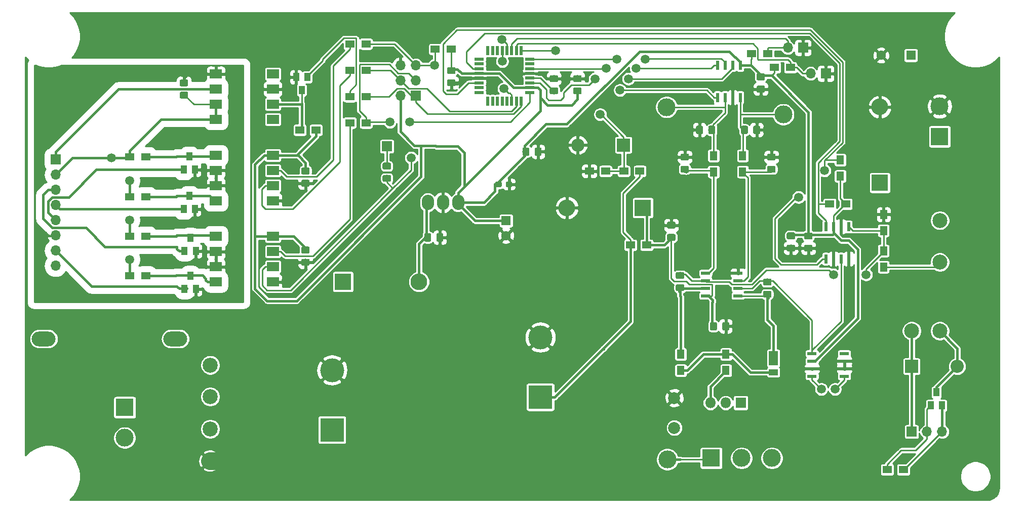
<source format=gtl>
G04 #@! TF.GenerationSoftware,KiCad,Pcbnew,(5.1.4)-1*
G04 #@! TF.CreationDate,2019-11-19T00:16:11+02:00*
G04 #@! TF.ProjectId,pcb_1,7063625f-312e-46b6-9963-61645f706362,rev?*
G04 #@! TF.SameCoordinates,Original*
G04 #@! TF.FileFunction,Copper,L1,Top*
G04 #@! TF.FilePolarity,Positive*
%FSLAX46Y46*%
G04 Gerber Fmt 4.6, Leading zero omitted, Abs format (unit mm)*
G04 Created by KiCad (PCBNEW (5.1.4)-1) date 2019-11-19 00:16:11*
%MOMM*%
%LPD*%
G04 APERTURE LIST*
%ADD10C,0.400000*%
%ADD11C,1.150000*%
%ADD12C,0.950000*%
%ADD13R,1.700000X1.700000*%
%ADD14C,1.600000*%
%ADD15R,1.600000X1.600000*%
%ADD16R,1.500000X1.300000*%
%ADD17O,4.000000X2.500000*%
%ADD18R,3.000000X3.000000*%
%ADD19C,3.000000*%
%ADD20C,4.000000*%
%ADD21R,4.000000X4.000000*%
%ADD22C,2.000000*%
%ADD23O,2.032000X2.540000*%
%ADD24R,2.032000X1.524000*%
%ADD25O,1.700000X1.700000*%
%ADD26R,1.600000X0.550000*%
%ADD27R,0.550000X1.600000*%
%ADD28R,1.550000X0.600000*%
%ADD29R,1.300000X1.500000*%
%ADD30R,1.500000X1.050000*%
%ADD31R,1.500000X2.400000*%
%ADD32R,0.600000X1.550000*%
%ADD33O,2.800000X2.800000*%
%ADD34R,2.800000X2.800000*%
%ADD35R,2.200000X2.200000*%
%ADD36O,2.200000X2.200000*%
%ADD37C,2.524000*%
%ADD38C,2.500000*%
%ADD39R,1.800000X1.800000*%
%ADD40O,1.800000X1.800000*%
%ADD41R,1.000000X1.400000*%
%ADD42C,1.500000*%
%ADD43C,0.250000*%
%ADD44C,3.000000*%
%ADD45C,0.254000*%
G04 APERTURE END LIST*
D10*
G36*
X156663605Y-48615304D02*
G01*
X156687873Y-48618904D01*
X156711672Y-48624865D01*
X156734771Y-48633130D01*
X156756950Y-48643620D01*
X156777993Y-48656232D01*
X156797699Y-48670847D01*
X156815877Y-48687323D01*
X156832353Y-48705501D01*
X156846968Y-48725207D01*
X156859580Y-48746250D01*
X156870070Y-48768429D01*
X156878335Y-48791528D01*
X156884296Y-48815327D01*
X156887896Y-48839595D01*
X156889100Y-48864099D01*
X156889100Y-49764101D01*
X156887896Y-49788605D01*
X156884296Y-49812873D01*
X156878335Y-49836672D01*
X156870070Y-49859771D01*
X156859580Y-49881950D01*
X156846968Y-49902993D01*
X156832353Y-49922699D01*
X156815877Y-49940877D01*
X156797699Y-49957353D01*
X156777993Y-49971968D01*
X156756950Y-49984580D01*
X156734771Y-49995070D01*
X156711672Y-50003335D01*
X156687873Y-50009296D01*
X156663605Y-50012896D01*
X156639101Y-50014100D01*
X155989099Y-50014100D01*
X155964595Y-50012896D01*
X155940327Y-50009296D01*
X155916528Y-50003335D01*
X155893429Y-49995070D01*
X155871250Y-49984580D01*
X155850207Y-49971968D01*
X155830501Y-49957353D01*
X155812323Y-49940877D01*
X155795847Y-49922699D01*
X155781232Y-49902993D01*
X155768620Y-49881950D01*
X155758130Y-49859771D01*
X155749865Y-49836672D01*
X155743904Y-49812873D01*
X155740304Y-49788605D01*
X155739100Y-49764101D01*
X155739100Y-48864099D01*
X155740304Y-48839595D01*
X155743904Y-48815327D01*
X155749865Y-48791528D01*
X155758130Y-48768429D01*
X155768620Y-48746250D01*
X155781232Y-48725207D01*
X155795847Y-48705501D01*
X155812323Y-48687323D01*
X155830501Y-48670847D01*
X155850207Y-48656232D01*
X155871250Y-48643620D01*
X155893429Y-48633130D01*
X155916528Y-48624865D01*
X155940327Y-48618904D01*
X155964595Y-48615304D01*
X155989099Y-48614100D01*
X156639101Y-48614100D01*
X156663605Y-48615304D01*
X156663605Y-48615304D01*
G37*
D11*
X156314100Y-49314100D03*
D10*
G36*
X158713605Y-48615304D02*
G01*
X158737873Y-48618904D01*
X158761672Y-48624865D01*
X158784771Y-48633130D01*
X158806950Y-48643620D01*
X158827993Y-48656232D01*
X158847699Y-48670847D01*
X158865877Y-48687323D01*
X158882353Y-48705501D01*
X158896968Y-48725207D01*
X158909580Y-48746250D01*
X158920070Y-48768429D01*
X158928335Y-48791528D01*
X158934296Y-48815327D01*
X158937896Y-48839595D01*
X158939100Y-48864099D01*
X158939100Y-49764101D01*
X158937896Y-49788605D01*
X158934296Y-49812873D01*
X158928335Y-49836672D01*
X158920070Y-49859771D01*
X158909580Y-49881950D01*
X158896968Y-49902993D01*
X158882353Y-49922699D01*
X158865877Y-49940877D01*
X158847699Y-49957353D01*
X158827993Y-49971968D01*
X158806950Y-49984580D01*
X158784771Y-49995070D01*
X158761672Y-50003335D01*
X158737873Y-50009296D01*
X158713605Y-50012896D01*
X158689101Y-50014100D01*
X158039099Y-50014100D01*
X158014595Y-50012896D01*
X157990327Y-50009296D01*
X157966528Y-50003335D01*
X157943429Y-49995070D01*
X157921250Y-49984580D01*
X157900207Y-49971968D01*
X157880501Y-49957353D01*
X157862323Y-49940877D01*
X157845847Y-49922699D01*
X157831232Y-49902993D01*
X157818620Y-49881950D01*
X157808130Y-49859771D01*
X157799865Y-49836672D01*
X157793904Y-49812873D01*
X157790304Y-49788605D01*
X157789100Y-49764101D01*
X157789100Y-48864099D01*
X157790304Y-48839595D01*
X157793904Y-48815327D01*
X157799865Y-48791528D01*
X157808130Y-48768429D01*
X157818620Y-48746250D01*
X157831232Y-48725207D01*
X157845847Y-48705501D01*
X157862323Y-48687323D01*
X157880501Y-48670847D01*
X157900207Y-48656232D01*
X157921250Y-48643620D01*
X157943429Y-48633130D01*
X157966528Y-48624865D01*
X157990327Y-48618904D01*
X158014595Y-48615304D01*
X158039099Y-48614100D01*
X158689101Y-48614100D01*
X158713605Y-48615304D01*
X158713605Y-48615304D01*
G37*
D11*
X158364100Y-49314100D03*
D10*
G36*
X151197605Y-48615304D02*
G01*
X151221873Y-48618904D01*
X151245672Y-48624865D01*
X151268771Y-48633130D01*
X151290950Y-48643620D01*
X151311993Y-48656232D01*
X151331699Y-48670847D01*
X151349877Y-48687323D01*
X151366353Y-48705501D01*
X151380968Y-48725207D01*
X151393580Y-48746250D01*
X151404070Y-48768429D01*
X151412335Y-48791528D01*
X151418296Y-48815327D01*
X151421896Y-48839595D01*
X151423100Y-48864099D01*
X151423100Y-49764101D01*
X151421896Y-49788605D01*
X151418296Y-49812873D01*
X151412335Y-49836672D01*
X151404070Y-49859771D01*
X151393580Y-49881950D01*
X151380968Y-49902993D01*
X151366353Y-49922699D01*
X151349877Y-49940877D01*
X151331699Y-49957353D01*
X151311993Y-49971968D01*
X151290950Y-49984580D01*
X151268771Y-49995070D01*
X151245672Y-50003335D01*
X151221873Y-50009296D01*
X151197605Y-50012896D01*
X151173101Y-50014100D01*
X150523099Y-50014100D01*
X150498595Y-50012896D01*
X150474327Y-50009296D01*
X150450528Y-50003335D01*
X150427429Y-49995070D01*
X150405250Y-49984580D01*
X150384207Y-49971968D01*
X150364501Y-49957353D01*
X150346323Y-49940877D01*
X150329847Y-49922699D01*
X150315232Y-49902993D01*
X150302620Y-49881950D01*
X150292130Y-49859771D01*
X150283865Y-49836672D01*
X150277904Y-49812873D01*
X150274304Y-49788605D01*
X150273100Y-49764101D01*
X150273100Y-48864099D01*
X150274304Y-48839595D01*
X150277904Y-48815327D01*
X150283865Y-48791528D01*
X150292130Y-48768429D01*
X150302620Y-48746250D01*
X150315232Y-48725207D01*
X150329847Y-48705501D01*
X150346323Y-48687323D01*
X150364501Y-48670847D01*
X150384207Y-48656232D01*
X150405250Y-48643620D01*
X150427429Y-48633130D01*
X150450528Y-48624865D01*
X150474327Y-48618904D01*
X150498595Y-48615304D01*
X150523099Y-48614100D01*
X151173101Y-48614100D01*
X151197605Y-48615304D01*
X151197605Y-48615304D01*
G37*
D11*
X150848100Y-49314100D03*
D10*
G36*
X149147605Y-48615304D02*
G01*
X149171873Y-48618904D01*
X149195672Y-48624865D01*
X149218771Y-48633130D01*
X149240950Y-48643620D01*
X149261993Y-48656232D01*
X149281699Y-48670847D01*
X149299877Y-48687323D01*
X149316353Y-48705501D01*
X149330968Y-48725207D01*
X149343580Y-48746250D01*
X149354070Y-48768429D01*
X149362335Y-48791528D01*
X149368296Y-48815327D01*
X149371896Y-48839595D01*
X149373100Y-48864099D01*
X149373100Y-49764101D01*
X149371896Y-49788605D01*
X149368296Y-49812873D01*
X149362335Y-49836672D01*
X149354070Y-49859771D01*
X149343580Y-49881950D01*
X149330968Y-49902993D01*
X149316353Y-49922699D01*
X149299877Y-49940877D01*
X149281699Y-49957353D01*
X149261993Y-49971968D01*
X149240950Y-49984580D01*
X149218771Y-49995070D01*
X149195672Y-50003335D01*
X149171873Y-50009296D01*
X149147605Y-50012896D01*
X149123101Y-50014100D01*
X148473099Y-50014100D01*
X148448595Y-50012896D01*
X148424327Y-50009296D01*
X148400528Y-50003335D01*
X148377429Y-49995070D01*
X148355250Y-49984580D01*
X148334207Y-49971968D01*
X148314501Y-49957353D01*
X148296323Y-49940877D01*
X148279847Y-49922699D01*
X148265232Y-49902993D01*
X148252620Y-49881950D01*
X148242130Y-49859771D01*
X148233865Y-49836672D01*
X148227904Y-49812873D01*
X148224304Y-49788605D01*
X148223100Y-49764101D01*
X148223100Y-48864099D01*
X148224304Y-48839595D01*
X148227904Y-48815327D01*
X148233865Y-48791528D01*
X148242130Y-48768429D01*
X148252620Y-48746250D01*
X148265232Y-48725207D01*
X148279847Y-48705501D01*
X148296323Y-48687323D01*
X148314501Y-48670847D01*
X148334207Y-48656232D01*
X148355250Y-48643620D01*
X148377429Y-48633130D01*
X148400528Y-48624865D01*
X148424327Y-48618904D01*
X148448595Y-48615304D01*
X148473099Y-48614100D01*
X149123101Y-48614100D01*
X149147605Y-48615304D01*
X149147605Y-48615304D01*
G37*
D11*
X148798100Y-49314100D03*
D10*
G36*
X159516605Y-41911304D02*
G01*
X159540873Y-41914904D01*
X159564672Y-41920865D01*
X159587771Y-41929130D01*
X159609950Y-41939620D01*
X159630993Y-41952232D01*
X159650699Y-41966847D01*
X159668877Y-41983323D01*
X159685353Y-42001501D01*
X159699968Y-42021207D01*
X159712580Y-42042250D01*
X159723070Y-42064429D01*
X159731335Y-42087528D01*
X159737296Y-42111327D01*
X159740896Y-42135595D01*
X159742100Y-42160099D01*
X159742100Y-42810101D01*
X159740896Y-42834605D01*
X159737296Y-42858873D01*
X159731335Y-42882672D01*
X159723070Y-42905771D01*
X159712580Y-42927950D01*
X159699968Y-42948993D01*
X159685353Y-42968699D01*
X159668877Y-42986877D01*
X159650699Y-43003353D01*
X159630993Y-43017968D01*
X159609950Y-43030580D01*
X159587771Y-43041070D01*
X159564672Y-43049335D01*
X159540873Y-43055296D01*
X159516605Y-43058896D01*
X159492101Y-43060100D01*
X158592099Y-43060100D01*
X158567595Y-43058896D01*
X158543327Y-43055296D01*
X158519528Y-43049335D01*
X158496429Y-43041070D01*
X158474250Y-43030580D01*
X158453207Y-43017968D01*
X158433501Y-43003353D01*
X158415323Y-42986877D01*
X158398847Y-42968699D01*
X158384232Y-42948993D01*
X158371620Y-42927950D01*
X158361130Y-42905771D01*
X158352865Y-42882672D01*
X158346904Y-42858873D01*
X158343304Y-42834605D01*
X158342100Y-42810101D01*
X158342100Y-42160099D01*
X158343304Y-42135595D01*
X158346904Y-42111327D01*
X158352865Y-42087528D01*
X158361130Y-42064429D01*
X158371620Y-42042250D01*
X158384232Y-42021207D01*
X158398847Y-42001501D01*
X158415323Y-41983323D01*
X158433501Y-41966847D01*
X158453207Y-41952232D01*
X158474250Y-41939620D01*
X158496429Y-41929130D01*
X158519528Y-41920865D01*
X158543327Y-41914904D01*
X158567595Y-41911304D01*
X158592099Y-41910100D01*
X159492101Y-41910100D01*
X159516605Y-41911304D01*
X159516605Y-41911304D01*
G37*
D11*
X159042100Y-42485100D03*
D10*
G36*
X159516605Y-39861304D02*
G01*
X159540873Y-39864904D01*
X159564672Y-39870865D01*
X159587771Y-39879130D01*
X159609950Y-39889620D01*
X159630993Y-39902232D01*
X159650699Y-39916847D01*
X159668877Y-39933323D01*
X159685353Y-39951501D01*
X159699968Y-39971207D01*
X159712580Y-39992250D01*
X159723070Y-40014429D01*
X159731335Y-40037528D01*
X159737296Y-40061327D01*
X159740896Y-40085595D01*
X159742100Y-40110099D01*
X159742100Y-40760101D01*
X159740896Y-40784605D01*
X159737296Y-40808873D01*
X159731335Y-40832672D01*
X159723070Y-40855771D01*
X159712580Y-40877950D01*
X159699968Y-40898993D01*
X159685353Y-40918699D01*
X159668877Y-40936877D01*
X159650699Y-40953353D01*
X159630993Y-40967968D01*
X159609950Y-40980580D01*
X159587771Y-40991070D01*
X159564672Y-40999335D01*
X159540873Y-41005296D01*
X159516605Y-41008896D01*
X159492101Y-41010100D01*
X158592099Y-41010100D01*
X158567595Y-41008896D01*
X158543327Y-41005296D01*
X158519528Y-40999335D01*
X158496429Y-40991070D01*
X158474250Y-40980580D01*
X158453207Y-40967968D01*
X158433501Y-40953353D01*
X158415323Y-40936877D01*
X158398847Y-40918699D01*
X158384232Y-40898993D01*
X158371620Y-40877950D01*
X158361130Y-40855771D01*
X158352865Y-40832672D01*
X158346904Y-40808873D01*
X158343304Y-40784605D01*
X158342100Y-40760101D01*
X158342100Y-40110099D01*
X158343304Y-40085595D01*
X158346904Y-40061327D01*
X158352865Y-40037528D01*
X158361130Y-40014429D01*
X158371620Y-39992250D01*
X158384232Y-39971207D01*
X158398847Y-39951501D01*
X158415323Y-39933323D01*
X158433501Y-39916847D01*
X158453207Y-39902232D01*
X158474250Y-39889620D01*
X158496429Y-39879130D01*
X158519528Y-39870865D01*
X158543327Y-39864904D01*
X158567595Y-39861304D01*
X158592099Y-39860100D01*
X159492101Y-39860100D01*
X159516605Y-39861304D01*
X159516605Y-39861304D01*
G37*
D11*
X159042100Y-40435100D03*
D10*
G36*
X122171505Y-52260204D02*
G01*
X122195773Y-52263804D01*
X122219572Y-52269765D01*
X122242671Y-52278030D01*
X122264850Y-52288520D01*
X122285893Y-52301132D01*
X122305599Y-52315747D01*
X122323777Y-52332223D01*
X122340253Y-52350401D01*
X122354868Y-52370107D01*
X122367480Y-52391150D01*
X122377970Y-52413329D01*
X122386235Y-52436428D01*
X122392196Y-52460227D01*
X122395796Y-52484495D01*
X122397000Y-52508999D01*
X122397000Y-53409001D01*
X122395796Y-53433505D01*
X122392196Y-53457773D01*
X122386235Y-53481572D01*
X122377970Y-53504671D01*
X122367480Y-53526850D01*
X122354868Y-53547893D01*
X122340253Y-53567599D01*
X122323777Y-53585777D01*
X122305599Y-53602253D01*
X122285893Y-53616868D01*
X122264850Y-53629480D01*
X122242671Y-53639970D01*
X122219572Y-53648235D01*
X122195773Y-53654196D01*
X122171505Y-53657796D01*
X122147001Y-53659000D01*
X121496999Y-53659000D01*
X121472495Y-53657796D01*
X121448227Y-53654196D01*
X121424428Y-53648235D01*
X121401329Y-53639970D01*
X121379150Y-53629480D01*
X121358107Y-53616868D01*
X121338401Y-53602253D01*
X121320223Y-53585777D01*
X121303747Y-53567599D01*
X121289132Y-53547893D01*
X121276520Y-53526850D01*
X121266030Y-53504671D01*
X121257765Y-53481572D01*
X121251804Y-53457773D01*
X121248204Y-53433505D01*
X121247000Y-53409001D01*
X121247000Y-52508999D01*
X121248204Y-52484495D01*
X121251804Y-52460227D01*
X121257765Y-52436428D01*
X121266030Y-52413329D01*
X121276520Y-52391150D01*
X121289132Y-52370107D01*
X121303747Y-52350401D01*
X121320223Y-52332223D01*
X121338401Y-52315747D01*
X121358107Y-52301132D01*
X121379150Y-52288520D01*
X121401329Y-52278030D01*
X121424428Y-52269765D01*
X121448227Y-52263804D01*
X121472495Y-52260204D01*
X121496999Y-52259000D01*
X122147001Y-52259000D01*
X122171505Y-52260204D01*
X122171505Y-52260204D01*
G37*
D11*
X121822000Y-52959000D03*
D10*
G36*
X120121505Y-52260204D02*
G01*
X120145773Y-52263804D01*
X120169572Y-52269765D01*
X120192671Y-52278030D01*
X120214850Y-52288520D01*
X120235893Y-52301132D01*
X120255599Y-52315747D01*
X120273777Y-52332223D01*
X120290253Y-52350401D01*
X120304868Y-52370107D01*
X120317480Y-52391150D01*
X120327970Y-52413329D01*
X120336235Y-52436428D01*
X120342196Y-52460227D01*
X120345796Y-52484495D01*
X120347000Y-52508999D01*
X120347000Y-53409001D01*
X120345796Y-53433505D01*
X120342196Y-53457773D01*
X120336235Y-53481572D01*
X120327970Y-53504671D01*
X120317480Y-53526850D01*
X120304868Y-53547893D01*
X120290253Y-53567599D01*
X120273777Y-53585777D01*
X120255599Y-53602253D01*
X120235893Y-53616868D01*
X120214850Y-53629480D01*
X120192671Y-53639970D01*
X120169572Y-53648235D01*
X120145773Y-53654196D01*
X120121505Y-53657796D01*
X120097001Y-53659000D01*
X119446999Y-53659000D01*
X119422495Y-53657796D01*
X119398227Y-53654196D01*
X119374428Y-53648235D01*
X119351329Y-53639970D01*
X119329150Y-53629480D01*
X119308107Y-53616868D01*
X119288401Y-53602253D01*
X119270223Y-53585777D01*
X119253747Y-53567599D01*
X119239132Y-53547893D01*
X119226520Y-53526850D01*
X119216030Y-53504671D01*
X119207765Y-53481572D01*
X119201804Y-53457773D01*
X119198204Y-53433505D01*
X119197000Y-53409001D01*
X119197000Y-52508999D01*
X119198204Y-52484495D01*
X119201804Y-52460227D01*
X119207765Y-52436428D01*
X119216030Y-52413329D01*
X119226520Y-52391150D01*
X119239132Y-52370107D01*
X119253747Y-52350401D01*
X119270223Y-52332223D01*
X119288401Y-52315747D01*
X119308107Y-52301132D01*
X119329150Y-52288520D01*
X119351329Y-52278030D01*
X119374428Y-52269765D01*
X119398227Y-52263804D01*
X119422495Y-52260204D01*
X119446999Y-52259000D01*
X120097001Y-52259000D01*
X120121505Y-52260204D01*
X120121505Y-52260204D01*
G37*
D11*
X119772000Y-52959000D03*
D10*
G36*
X144556005Y-64686204D02*
G01*
X144580273Y-64689804D01*
X144604072Y-64695765D01*
X144627171Y-64704030D01*
X144649350Y-64714520D01*
X144670393Y-64727132D01*
X144690099Y-64741747D01*
X144708277Y-64758223D01*
X144724753Y-64776401D01*
X144739368Y-64796107D01*
X144751980Y-64817150D01*
X144762470Y-64839329D01*
X144770735Y-64862428D01*
X144776696Y-64886227D01*
X144780296Y-64910495D01*
X144781500Y-64934999D01*
X144781500Y-65585001D01*
X144780296Y-65609505D01*
X144776696Y-65633773D01*
X144770735Y-65657572D01*
X144762470Y-65680671D01*
X144751980Y-65702850D01*
X144739368Y-65723893D01*
X144724753Y-65743599D01*
X144708277Y-65761777D01*
X144690099Y-65778253D01*
X144670393Y-65792868D01*
X144649350Y-65805480D01*
X144627171Y-65815970D01*
X144604072Y-65824235D01*
X144580273Y-65830196D01*
X144556005Y-65833796D01*
X144531501Y-65835000D01*
X143631499Y-65835000D01*
X143606995Y-65833796D01*
X143582727Y-65830196D01*
X143558928Y-65824235D01*
X143535829Y-65815970D01*
X143513650Y-65805480D01*
X143492607Y-65792868D01*
X143472901Y-65778253D01*
X143454723Y-65761777D01*
X143438247Y-65743599D01*
X143423632Y-65723893D01*
X143411020Y-65702850D01*
X143400530Y-65680671D01*
X143392265Y-65657572D01*
X143386304Y-65633773D01*
X143382704Y-65609505D01*
X143381500Y-65585001D01*
X143381500Y-64934999D01*
X143382704Y-64910495D01*
X143386304Y-64886227D01*
X143392265Y-64862428D01*
X143400530Y-64839329D01*
X143411020Y-64817150D01*
X143423632Y-64796107D01*
X143438247Y-64776401D01*
X143454723Y-64758223D01*
X143472901Y-64741747D01*
X143492607Y-64727132D01*
X143513650Y-64714520D01*
X143535829Y-64704030D01*
X143558928Y-64695765D01*
X143582727Y-64689804D01*
X143606995Y-64686204D01*
X143631499Y-64685000D01*
X144531501Y-64685000D01*
X144556005Y-64686204D01*
X144556005Y-64686204D01*
G37*
D11*
X144081500Y-65260000D03*
D10*
G36*
X144556005Y-66736204D02*
G01*
X144580273Y-66739804D01*
X144604072Y-66745765D01*
X144627171Y-66754030D01*
X144649350Y-66764520D01*
X144670393Y-66777132D01*
X144690099Y-66791747D01*
X144708277Y-66808223D01*
X144724753Y-66826401D01*
X144739368Y-66846107D01*
X144751980Y-66867150D01*
X144762470Y-66889329D01*
X144770735Y-66912428D01*
X144776696Y-66936227D01*
X144780296Y-66960495D01*
X144781500Y-66984999D01*
X144781500Y-67635001D01*
X144780296Y-67659505D01*
X144776696Y-67683773D01*
X144770735Y-67707572D01*
X144762470Y-67730671D01*
X144751980Y-67752850D01*
X144739368Y-67773893D01*
X144724753Y-67793599D01*
X144708277Y-67811777D01*
X144690099Y-67828253D01*
X144670393Y-67842868D01*
X144649350Y-67855480D01*
X144627171Y-67865970D01*
X144604072Y-67874235D01*
X144580273Y-67880196D01*
X144556005Y-67883796D01*
X144531501Y-67885000D01*
X143631499Y-67885000D01*
X143606995Y-67883796D01*
X143582727Y-67880196D01*
X143558928Y-67874235D01*
X143535829Y-67865970D01*
X143513650Y-67855480D01*
X143492607Y-67842868D01*
X143472901Y-67828253D01*
X143454723Y-67811777D01*
X143438247Y-67793599D01*
X143423632Y-67773893D01*
X143411020Y-67752850D01*
X143400530Y-67730671D01*
X143392265Y-67707572D01*
X143386304Y-67683773D01*
X143382704Y-67659505D01*
X143381500Y-67635001D01*
X143381500Y-66984999D01*
X143382704Y-66960495D01*
X143386304Y-66936227D01*
X143392265Y-66912428D01*
X143400530Y-66889329D01*
X143411020Y-66867150D01*
X143423632Y-66846107D01*
X143438247Y-66826401D01*
X143454723Y-66808223D01*
X143472901Y-66791747D01*
X143492607Y-66777132D01*
X143513650Y-66764520D01*
X143535829Y-66754030D01*
X143558928Y-66745765D01*
X143582727Y-66739804D01*
X143606995Y-66736204D01*
X143631499Y-66735000D01*
X144531501Y-66735000D01*
X144556005Y-66736204D01*
X144556005Y-66736204D01*
G37*
D11*
X144081500Y-67310000D03*
D10*
G36*
X146016505Y-75147204D02*
G01*
X146040773Y-75150804D01*
X146064572Y-75156765D01*
X146087671Y-75165030D01*
X146109850Y-75175520D01*
X146130893Y-75188132D01*
X146150599Y-75202747D01*
X146168777Y-75219223D01*
X146185253Y-75237401D01*
X146199868Y-75257107D01*
X146212480Y-75278150D01*
X146222970Y-75300329D01*
X146231235Y-75323428D01*
X146237196Y-75347227D01*
X146240796Y-75371495D01*
X146242000Y-75395999D01*
X146242000Y-76046001D01*
X146240796Y-76070505D01*
X146237196Y-76094773D01*
X146231235Y-76118572D01*
X146222970Y-76141671D01*
X146212480Y-76163850D01*
X146199868Y-76184893D01*
X146185253Y-76204599D01*
X146168777Y-76222777D01*
X146150599Y-76239253D01*
X146130893Y-76253868D01*
X146109850Y-76266480D01*
X146087671Y-76276970D01*
X146064572Y-76285235D01*
X146040773Y-76291196D01*
X146016505Y-76294796D01*
X145992001Y-76296000D01*
X145091999Y-76296000D01*
X145067495Y-76294796D01*
X145043227Y-76291196D01*
X145019428Y-76285235D01*
X144996329Y-76276970D01*
X144974150Y-76266480D01*
X144953107Y-76253868D01*
X144933401Y-76239253D01*
X144915223Y-76222777D01*
X144898747Y-76204599D01*
X144884132Y-76184893D01*
X144871520Y-76163850D01*
X144861030Y-76141671D01*
X144852765Y-76118572D01*
X144846804Y-76094773D01*
X144843204Y-76070505D01*
X144842000Y-76046001D01*
X144842000Y-75395999D01*
X144843204Y-75371495D01*
X144846804Y-75347227D01*
X144852765Y-75323428D01*
X144861030Y-75300329D01*
X144871520Y-75278150D01*
X144884132Y-75257107D01*
X144898747Y-75237401D01*
X144915223Y-75219223D01*
X144933401Y-75202747D01*
X144953107Y-75188132D01*
X144974150Y-75175520D01*
X144996329Y-75165030D01*
X145019428Y-75156765D01*
X145043227Y-75150804D01*
X145067495Y-75147204D01*
X145091999Y-75146000D01*
X145992001Y-75146000D01*
X146016505Y-75147204D01*
X146016505Y-75147204D01*
G37*
D11*
X145542000Y-75721000D03*
D10*
G36*
X146016505Y-73097204D02*
G01*
X146040773Y-73100804D01*
X146064572Y-73106765D01*
X146087671Y-73115030D01*
X146109850Y-73125520D01*
X146130893Y-73138132D01*
X146150599Y-73152747D01*
X146168777Y-73169223D01*
X146185253Y-73187401D01*
X146199868Y-73207107D01*
X146212480Y-73228150D01*
X146222970Y-73250329D01*
X146231235Y-73273428D01*
X146237196Y-73297227D01*
X146240796Y-73321495D01*
X146242000Y-73345999D01*
X146242000Y-73996001D01*
X146240796Y-74020505D01*
X146237196Y-74044773D01*
X146231235Y-74068572D01*
X146222970Y-74091671D01*
X146212480Y-74113850D01*
X146199868Y-74134893D01*
X146185253Y-74154599D01*
X146168777Y-74172777D01*
X146150599Y-74189253D01*
X146130893Y-74203868D01*
X146109850Y-74216480D01*
X146087671Y-74226970D01*
X146064572Y-74235235D01*
X146040773Y-74241196D01*
X146016505Y-74244796D01*
X145992001Y-74246000D01*
X145091999Y-74246000D01*
X145067495Y-74244796D01*
X145043227Y-74241196D01*
X145019428Y-74235235D01*
X144996329Y-74226970D01*
X144974150Y-74216480D01*
X144953107Y-74203868D01*
X144933401Y-74189253D01*
X144915223Y-74172777D01*
X144898747Y-74154599D01*
X144884132Y-74134893D01*
X144871520Y-74113850D01*
X144861030Y-74091671D01*
X144852765Y-74068572D01*
X144846804Y-74044773D01*
X144843204Y-74020505D01*
X144842000Y-73996001D01*
X144842000Y-73345999D01*
X144843204Y-73321495D01*
X144846804Y-73297227D01*
X144852765Y-73273428D01*
X144861030Y-73250329D01*
X144871520Y-73228150D01*
X144884132Y-73207107D01*
X144898747Y-73187401D01*
X144915223Y-73169223D01*
X144933401Y-73152747D01*
X144953107Y-73138132D01*
X144974150Y-73125520D01*
X144996329Y-73115030D01*
X145019428Y-73106765D01*
X145043227Y-73100804D01*
X145067495Y-73097204D01*
X145091999Y-73096000D01*
X145992001Y-73096000D01*
X146016505Y-73097204D01*
X146016505Y-73097204D01*
G37*
D11*
X145542000Y-73671000D03*
D10*
G36*
X63085505Y-42923704D02*
G01*
X63109773Y-42927304D01*
X63133572Y-42933265D01*
X63156671Y-42941530D01*
X63178850Y-42952020D01*
X63199893Y-42964632D01*
X63219599Y-42979247D01*
X63237777Y-42995723D01*
X63254253Y-43013901D01*
X63268868Y-43033607D01*
X63281480Y-43054650D01*
X63291970Y-43076829D01*
X63300235Y-43099928D01*
X63306196Y-43123727D01*
X63309796Y-43147995D01*
X63311000Y-43172499D01*
X63311000Y-43822501D01*
X63309796Y-43847005D01*
X63306196Y-43871273D01*
X63300235Y-43895072D01*
X63291970Y-43918171D01*
X63281480Y-43940350D01*
X63268868Y-43961393D01*
X63254253Y-43981099D01*
X63237777Y-43999277D01*
X63219599Y-44015753D01*
X63199893Y-44030368D01*
X63178850Y-44042980D01*
X63156671Y-44053470D01*
X63133572Y-44061735D01*
X63109773Y-44067696D01*
X63085505Y-44071296D01*
X63061001Y-44072500D01*
X62160999Y-44072500D01*
X62136495Y-44071296D01*
X62112227Y-44067696D01*
X62088428Y-44061735D01*
X62065329Y-44053470D01*
X62043150Y-44042980D01*
X62022107Y-44030368D01*
X62002401Y-44015753D01*
X61984223Y-43999277D01*
X61967747Y-43981099D01*
X61953132Y-43961393D01*
X61940520Y-43940350D01*
X61930030Y-43918171D01*
X61921765Y-43895072D01*
X61915804Y-43871273D01*
X61912204Y-43847005D01*
X61911000Y-43822501D01*
X61911000Y-43172499D01*
X61912204Y-43147995D01*
X61915804Y-43123727D01*
X61921765Y-43099928D01*
X61930030Y-43076829D01*
X61940520Y-43054650D01*
X61953132Y-43033607D01*
X61967747Y-43013901D01*
X61984223Y-42995723D01*
X62002401Y-42979247D01*
X62022107Y-42964632D01*
X62043150Y-42952020D01*
X62065329Y-42941530D01*
X62088428Y-42933265D01*
X62112227Y-42927304D01*
X62136495Y-42923704D01*
X62160999Y-42922500D01*
X63061001Y-42922500D01*
X63085505Y-42923704D01*
X63085505Y-42923704D01*
G37*
D11*
X62611000Y-43497500D03*
D10*
G36*
X63085505Y-40873704D02*
G01*
X63109773Y-40877304D01*
X63133572Y-40883265D01*
X63156671Y-40891530D01*
X63178850Y-40902020D01*
X63199893Y-40914632D01*
X63219599Y-40929247D01*
X63237777Y-40945723D01*
X63254253Y-40963901D01*
X63268868Y-40983607D01*
X63281480Y-41004650D01*
X63291970Y-41026829D01*
X63300235Y-41049928D01*
X63306196Y-41073727D01*
X63309796Y-41097995D01*
X63311000Y-41122499D01*
X63311000Y-41772501D01*
X63309796Y-41797005D01*
X63306196Y-41821273D01*
X63300235Y-41845072D01*
X63291970Y-41868171D01*
X63281480Y-41890350D01*
X63268868Y-41911393D01*
X63254253Y-41931099D01*
X63237777Y-41949277D01*
X63219599Y-41965753D01*
X63199893Y-41980368D01*
X63178850Y-41992980D01*
X63156671Y-42003470D01*
X63133572Y-42011735D01*
X63109773Y-42017696D01*
X63085505Y-42021296D01*
X63061001Y-42022500D01*
X62160999Y-42022500D01*
X62136495Y-42021296D01*
X62112227Y-42017696D01*
X62088428Y-42011735D01*
X62065329Y-42003470D01*
X62043150Y-41992980D01*
X62022107Y-41980368D01*
X62002401Y-41965753D01*
X61984223Y-41949277D01*
X61967747Y-41931099D01*
X61953132Y-41911393D01*
X61940520Y-41890350D01*
X61930030Y-41868171D01*
X61921765Y-41845072D01*
X61915804Y-41821273D01*
X61912204Y-41797005D01*
X61911000Y-41772501D01*
X61911000Y-41122499D01*
X61912204Y-41097995D01*
X61915804Y-41073727D01*
X61921765Y-41049928D01*
X61930030Y-41026829D01*
X61940520Y-41004650D01*
X61953132Y-40983607D01*
X61967747Y-40963901D01*
X61984223Y-40945723D01*
X62002401Y-40929247D01*
X62022107Y-40914632D01*
X62043150Y-40902020D01*
X62065329Y-40891530D01*
X62088428Y-40883265D01*
X62112227Y-40877304D01*
X62136495Y-40873704D01*
X62160999Y-40872500D01*
X63061001Y-40872500D01*
X63085505Y-40873704D01*
X63085505Y-40873704D01*
G37*
D11*
X62611000Y-41447500D03*
D10*
G36*
X124934505Y-40164204D02*
G01*
X124958773Y-40167804D01*
X124982572Y-40173765D01*
X125005671Y-40182030D01*
X125027850Y-40192520D01*
X125048893Y-40205132D01*
X125068599Y-40219747D01*
X125086777Y-40236223D01*
X125103253Y-40254401D01*
X125117868Y-40274107D01*
X125130480Y-40295150D01*
X125140970Y-40317329D01*
X125149235Y-40340428D01*
X125155196Y-40364227D01*
X125158796Y-40388495D01*
X125160000Y-40412999D01*
X125160000Y-41063001D01*
X125158796Y-41087505D01*
X125155196Y-41111773D01*
X125149235Y-41135572D01*
X125140970Y-41158671D01*
X125130480Y-41180850D01*
X125117868Y-41201893D01*
X125103253Y-41221599D01*
X125086777Y-41239777D01*
X125068599Y-41256253D01*
X125048893Y-41270868D01*
X125027850Y-41283480D01*
X125005671Y-41293970D01*
X124982572Y-41302235D01*
X124958773Y-41308196D01*
X124934505Y-41311796D01*
X124910001Y-41313000D01*
X124009999Y-41313000D01*
X123985495Y-41311796D01*
X123961227Y-41308196D01*
X123937428Y-41302235D01*
X123914329Y-41293970D01*
X123892150Y-41283480D01*
X123871107Y-41270868D01*
X123851401Y-41256253D01*
X123833223Y-41239777D01*
X123816747Y-41221599D01*
X123802132Y-41201893D01*
X123789520Y-41180850D01*
X123779030Y-41158671D01*
X123770765Y-41135572D01*
X123764804Y-41111773D01*
X123761204Y-41087505D01*
X123760000Y-41063001D01*
X123760000Y-40412999D01*
X123761204Y-40388495D01*
X123764804Y-40364227D01*
X123770765Y-40340428D01*
X123779030Y-40317329D01*
X123789520Y-40295150D01*
X123802132Y-40274107D01*
X123816747Y-40254401D01*
X123833223Y-40236223D01*
X123851401Y-40219747D01*
X123871107Y-40205132D01*
X123892150Y-40192520D01*
X123914329Y-40182030D01*
X123937428Y-40173765D01*
X123961227Y-40167804D01*
X123985495Y-40164204D01*
X124009999Y-40163000D01*
X124910001Y-40163000D01*
X124934505Y-40164204D01*
X124934505Y-40164204D01*
G37*
D11*
X124460000Y-40738000D03*
D10*
G36*
X124934505Y-42214204D02*
G01*
X124958773Y-42217804D01*
X124982572Y-42223765D01*
X125005671Y-42232030D01*
X125027850Y-42242520D01*
X125048893Y-42255132D01*
X125068599Y-42269747D01*
X125086777Y-42286223D01*
X125103253Y-42304401D01*
X125117868Y-42324107D01*
X125130480Y-42345150D01*
X125140970Y-42367329D01*
X125149235Y-42390428D01*
X125155196Y-42414227D01*
X125158796Y-42438495D01*
X125160000Y-42462999D01*
X125160000Y-43113001D01*
X125158796Y-43137505D01*
X125155196Y-43161773D01*
X125149235Y-43185572D01*
X125140970Y-43208671D01*
X125130480Y-43230850D01*
X125117868Y-43251893D01*
X125103253Y-43271599D01*
X125086777Y-43289777D01*
X125068599Y-43306253D01*
X125048893Y-43320868D01*
X125027850Y-43333480D01*
X125005671Y-43343970D01*
X124982572Y-43352235D01*
X124958773Y-43358196D01*
X124934505Y-43361796D01*
X124910001Y-43363000D01*
X124009999Y-43363000D01*
X123985495Y-43361796D01*
X123961227Y-43358196D01*
X123937428Y-43352235D01*
X123914329Y-43343970D01*
X123892150Y-43333480D01*
X123871107Y-43320868D01*
X123851401Y-43306253D01*
X123833223Y-43289777D01*
X123816747Y-43271599D01*
X123802132Y-43251893D01*
X123789520Y-43230850D01*
X123779030Y-43208671D01*
X123770765Y-43185572D01*
X123764804Y-43161773D01*
X123761204Y-43137505D01*
X123760000Y-43113001D01*
X123760000Y-42462999D01*
X123761204Y-42438495D01*
X123764804Y-42414227D01*
X123770765Y-42390428D01*
X123779030Y-42367329D01*
X123789520Y-42345150D01*
X123802132Y-42324107D01*
X123816747Y-42304401D01*
X123833223Y-42286223D01*
X123851401Y-42269747D01*
X123871107Y-42255132D01*
X123892150Y-42242520D01*
X123914329Y-42232030D01*
X123937428Y-42223765D01*
X123961227Y-42217804D01*
X123985495Y-42214204D01*
X124009999Y-42213000D01*
X124910001Y-42213000D01*
X124934505Y-42214204D01*
X124934505Y-42214204D01*
G37*
D11*
X124460000Y-42788000D03*
D10*
G36*
X128871505Y-42214204D02*
G01*
X128895773Y-42217804D01*
X128919572Y-42223765D01*
X128942671Y-42232030D01*
X128964850Y-42242520D01*
X128985893Y-42255132D01*
X129005599Y-42269747D01*
X129023777Y-42286223D01*
X129040253Y-42304401D01*
X129054868Y-42324107D01*
X129067480Y-42345150D01*
X129077970Y-42367329D01*
X129086235Y-42390428D01*
X129092196Y-42414227D01*
X129095796Y-42438495D01*
X129097000Y-42462999D01*
X129097000Y-43113001D01*
X129095796Y-43137505D01*
X129092196Y-43161773D01*
X129086235Y-43185572D01*
X129077970Y-43208671D01*
X129067480Y-43230850D01*
X129054868Y-43251893D01*
X129040253Y-43271599D01*
X129023777Y-43289777D01*
X129005599Y-43306253D01*
X128985893Y-43320868D01*
X128964850Y-43333480D01*
X128942671Y-43343970D01*
X128919572Y-43352235D01*
X128895773Y-43358196D01*
X128871505Y-43361796D01*
X128847001Y-43363000D01*
X127946999Y-43363000D01*
X127922495Y-43361796D01*
X127898227Y-43358196D01*
X127874428Y-43352235D01*
X127851329Y-43343970D01*
X127829150Y-43333480D01*
X127808107Y-43320868D01*
X127788401Y-43306253D01*
X127770223Y-43289777D01*
X127753747Y-43271599D01*
X127739132Y-43251893D01*
X127726520Y-43230850D01*
X127716030Y-43208671D01*
X127707765Y-43185572D01*
X127701804Y-43161773D01*
X127698204Y-43137505D01*
X127697000Y-43113001D01*
X127697000Y-42462999D01*
X127698204Y-42438495D01*
X127701804Y-42414227D01*
X127707765Y-42390428D01*
X127716030Y-42367329D01*
X127726520Y-42345150D01*
X127739132Y-42324107D01*
X127753747Y-42304401D01*
X127770223Y-42286223D01*
X127788401Y-42269747D01*
X127808107Y-42255132D01*
X127829150Y-42242520D01*
X127851329Y-42232030D01*
X127874428Y-42223765D01*
X127898227Y-42217804D01*
X127922495Y-42214204D01*
X127946999Y-42213000D01*
X128847001Y-42213000D01*
X128871505Y-42214204D01*
X128871505Y-42214204D01*
G37*
D11*
X128397000Y-42788000D03*
D10*
G36*
X128871505Y-40164204D02*
G01*
X128895773Y-40167804D01*
X128919572Y-40173765D01*
X128942671Y-40182030D01*
X128964850Y-40192520D01*
X128985893Y-40205132D01*
X129005599Y-40219747D01*
X129023777Y-40236223D01*
X129040253Y-40254401D01*
X129054868Y-40274107D01*
X129067480Y-40295150D01*
X129077970Y-40317329D01*
X129086235Y-40340428D01*
X129092196Y-40364227D01*
X129095796Y-40388495D01*
X129097000Y-40412999D01*
X129097000Y-41063001D01*
X129095796Y-41087505D01*
X129092196Y-41111773D01*
X129086235Y-41135572D01*
X129077970Y-41158671D01*
X129067480Y-41180850D01*
X129054868Y-41201893D01*
X129040253Y-41221599D01*
X129023777Y-41239777D01*
X129005599Y-41256253D01*
X128985893Y-41270868D01*
X128964850Y-41283480D01*
X128942671Y-41293970D01*
X128919572Y-41302235D01*
X128895773Y-41308196D01*
X128871505Y-41311796D01*
X128847001Y-41313000D01*
X127946999Y-41313000D01*
X127922495Y-41311796D01*
X127898227Y-41308196D01*
X127874428Y-41302235D01*
X127851329Y-41293970D01*
X127829150Y-41283480D01*
X127808107Y-41270868D01*
X127788401Y-41256253D01*
X127770223Y-41239777D01*
X127753747Y-41221599D01*
X127739132Y-41201893D01*
X127726520Y-41180850D01*
X127716030Y-41158671D01*
X127707765Y-41135572D01*
X127701804Y-41111773D01*
X127698204Y-41087505D01*
X127697000Y-41063001D01*
X127697000Y-40412999D01*
X127698204Y-40388495D01*
X127701804Y-40364227D01*
X127707765Y-40340428D01*
X127716030Y-40317329D01*
X127726520Y-40295150D01*
X127739132Y-40274107D01*
X127753747Y-40254401D01*
X127770223Y-40236223D01*
X127788401Y-40219747D01*
X127808107Y-40205132D01*
X127829150Y-40192520D01*
X127851329Y-40182030D01*
X127874428Y-40173765D01*
X127898227Y-40167804D01*
X127922495Y-40164204D01*
X127946999Y-40163000D01*
X128847001Y-40163000D01*
X128871505Y-40164204D01*
X128871505Y-40164204D01*
G37*
D11*
X128397000Y-40738000D03*
D10*
G36*
X107789505Y-40857204D02*
G01*
X107813773Y-40860804D01*
X107837572Y-40866765D01*
X107860671Y-40875030D01*
X107882850Y-40885520D01*
X107903893Y-40898132D01*
X107923599Y-40912747D01*
X107941777Y-40929223D01*
X107958253Y-40947401D01*
X107972868Y-40967107D01*
X107985480Y-40988150D01*
X107995970Y-41010329D01*
X108004235Y-41033428D01*
X108010196Y-41057227D01*
X108013796Y-41081495D01*
X108015000Y-41105999D01*
X108015000Y-41756001D01*
X108013796Y-41780505D01*
X108010196Y-41804773D01*
X108004235Y-41828572D01*
X107995970Y-41851671D01*
X107985480Y-41873850D01*
X107972868Y-41894893D01*
X107958253Y-41914599D01*
X107941777Y-41932777D01*
X107923599Y-41949253D01*
X107903893Y-41963868D01*
X107882850Y-41976480D01*
X107860671Y-41986970D01*
X107837572Y-41995235D01*
X107813773Y-42001196D01*
X107789505Y-42004796D01*
X107765001Y-42006000D01*
X106864999Y-42006000D01*
X106840495Y-42004796D01*
X106816227Y-42001196D01*
X106792428Y-41995235D01*
X106769329Y-41986970D01*
X106747150Y-41976480D01*
X106726107Y-41963868D01*
X106706401Y-41949253D01*
X106688223Y-41932777D01*
X106671747Y-41914599D01*
X106657132Y-41894893D01*
X106644520Y-41873850D01*
X106634030Y-41851671D01*
X106625765Y-41828572D01*
X106619804Y-41804773D01*
X106616204Y-41780505D01*
X106615000Y-41756001D01*
X106615000Y-41105999D01*
X106616204Y-41081495D01*
X106619804Y-41057227D01*
X106625765Y-41033428D01*
X106634030Y-41010329D01*
X106644520Y-40988150D01*
X106657132Y-40967107D01*
X106671747Y-40947401D01*
X106688223Y-40929223D01*
X106706401Y-40912747D01*
X106726107Y-40898132D01*
X106747150Y-40885520D01*
X106769329Y-40875030D01*
X106792428Y-40866765D01*
X106816227Y-40860804D01*
X106840495Y-40857204D01*
X106864999Y-40856000D01*
X107765001Y-40856000D01*
X107789505Y-40857204D01*
X107789505Y-40857204D01*
G37*
D11*
X107315000Y-41431000D03*
D10*
G36*
X107789505Y-38807204D02*
G01*
X107813773Y-38810804D01*
X107837572Y-38816765D01*
X107860671Y-38825030D01*
X107882850Y-38835520D01*
X107903893Y-38848132D01*
X107923599Y-38862747D01*
X107941777Y-38879223D01*
X107958253Y-38897401D01*
X107972868Y-38917107D01*
X107985480Y-38938150D01*
X107995970Y-38960329D01*
X108004235Y-38983428D01*
X108010196Y-39007227D01*
X108013796Y-39031495D01*
X108015000Y-39055999D01*
X108015000Y-39706001D01*
X108013796Y-39730505D01*
X108010196Y-39754773D01*
X108004235Y-39778572D01*
X107995970Y-39801671D01*
X107985480Y-39823850D01*
X107972868Y-39844893D01*
X107958253Y-39864599D01*
X107941777Y-39882777D01*
X107923599Y-39899253D01*
X107903893Y-39913868D01*
X107882850Y-39926480D01*
X107860671Y-39936970D01*
X107837572Y-39945235D01*
X107813773Y-39951196D01*
X107789505Y-39954796D01*
X107765001Y-39956000D01*
X106864999Y-39956000D01*
X106840495Y-39954796D01*
X106816227Y-39951196D01*
X106792428Y-39945235D01*
X106769329Y-39936970D01*
X106747150Y-39926480D01*
X106726107Y-39913868D01*
X106706401Y-39899253D01*
X106688223Y-39882777D01*
X106671747Y-39864599D01*
X106657132Y-39844893D01*
X106644520Y-39823850D01*
X106634030Y-39801671D01*
X106625765Y-39778572D01*
X106619804Y-39754773D01*
X106616204Y-39730505D01*
X106615000Y-39706001D01*
X106615000Y-39055999D01*
X106616204Y-39031495D01*
X106619804Y-39007227D01*
X106625765Y-38983428D01*
X106634030Y-38960329D01*
X106644520Y-38938150D01*
X106657132Y-38917107D01*
X106671747Y-38897401D01*
X106688223Y-38879223D01*
X106706401Y-38862747D01*
X106726107Y-38848132D01*
X106747150Y-38835520D01*
X106769329Y-38825030D01*
X106792428Y-38816765D01*
X106816227Y-38810804D01*
X106840495Y-38807204D01*
X106864999Y-38806000D01*
X107765001Y-38806000D01*
X107789505Y-38807204D01*
X107789505Y-38807204D01*
G37*
D11*
X107315000Y-39381000D03*
D10*
G36*
X83405505Y-70892704D02*
G01*
X83429773Y-70896304D01*
X83453572Y-70902265D01*
X83476671Y-70910530D01*
X83498850Y-70921020D01*
X83519893Y-70933632D01*
X83539599Y-70948247D01*
X83557777Y-70964723D01*
X83574253Y-70982901D01*
X83588868Y-71002607D01*
X83601480Y-71023650D01*
X83611970Y-71045829D01*
X83620235Y-71068928D01*
X83626196Y-71092727D01*
X83629796Y-71116995D01*
X83631000Y-71141499D01*
X83631000Y-71791501D01*
X83629796Y-71816005D01*
X83626196Y-71840273D01*
X83620235Y-71864072D01*
X83611970Y-71887171D01*
X83601480Y-71909350D01*
X83588868Y-71930393D01*
X83574253Y-71950099D01*
X83557777Y-71968277D01*
X83539599Y-71984753D01*
X83519893Y-71999368D01*
X83498850Y-72011980D01*
X83476671Y-72022470D01*
X83453572Y-72030735D01*
X83429773Y-72036696D01*
X83405505Y-72040296D01*
X83381001Y-72041500D01*
X82480999Y-72041500D01*
X82456495Y-72040296D01*
X82432227Y-72036696D01*
X82408428Y-72030735D01*
X82385329Y-72022470D01*
X82363150Y-72011980D01*
X82342107Y-71999368D01*
X82322401Y-71984753D01*
X82304223Y-71968277D01*
X82287747Y-71950099D01*
X82273132Y-71930393D01*
X82260520Y-71909350D01*
X82250030Y-71887171D01*
X82241765Y-71864072D01*
X82235804Y-71840273D01*
X82232204Y-71816005D01*
X82231000Y-71791501D01*
X82231000Y-71141499D01*
X82232204Y-71116995D01*
X82235804Y-71092727D01*
X82241765Y-71068928D01*
X82250030Y-71045829D01*
X82260520Y-71023650D01*
X82273132Y-71002607D01*
X82287747Y-70982901D01*
X82304223Y-70964723D01*
X82322401Y-70948247D01*
X82342107Y-70933632D01*
X82363150Y-70921020D01*
X82385329Y-70910530D01*
X82408428Y-70902265D01*
X82432227Y-70896304D01*
X82456495Y-70892704D01*
X82480999Y-70891500D01*
X83381001Y-70891500D01*
X83405505Y-70892704D01*
X83405505Y-70892704D01*
G37*
D11*
X82931000Y-71466500D03*
D10*
G36*
X83405505Y-68842704D02*
G01*
X83429773Y-68846304D01*
X83453572Y-68852265D01*
X83476671Y-68860530D01*
X83498850Y-68871020D01*
X83519893Y-68883632D01*
X83539599Y-68898247D01*
X83557777Y-68914723D01*
X83574253Y-68932901D01*
X83588868Y-68952607D01*
X83601480Y-68973650D01*
X83611970Y-68995829D01*
X83620235Y-69018928D01*
X83626196Y-69042727D01*
X83629796Y-69066995D01*
X83631000Y-69091499D01*
X83631000Y-69741501D01*
X83629796Y-69766005D01*
X83626196Y-69790273D01*
X83620235Y-69814072D01*
X83611970Y-69837171D01*
X83601480Y-69859350D01*
X83588868Y-69880393D01*
X83574253Y-69900099D01*
X83557777Y-69918277D01*
X83539599Y-69934753D01*
X83519893Y-69949368D01*
X83498850Y-69961980D01*
X83476671Y-69972470D01*
X83453572Y-69980735D01*
X83429773Y-69986696D01*
X83405505Y-69990296D01*
X83381001Y-69991500D01*
X82480999Y-69991500D01*
X82456495Y-69990296D01*
X82432227Y-69986696D01*
X82408428Y-69980735D01*
X82385329Y-69972470D01*
X82363150Y-69961980D01*
X82342107Y-69949368D01*
X82322401Y-69934753D01*
X82304223Y-69918277D01*
X82287747Y-69900099D01*
X82273132Y-69880393D01*
X82260520Y-69859350D01*
X82250030Y-69837171D01*
X82241765Y-69814072D01*
X82235804Y-69790273D01*
X82232204Y-69766005D01*
X82231000Y-69741501D01*
X82231000Y-69091499D01*
X82232204Y-69066995D01*
X82235804Y-69042727D01*
X82241765Y-69018928D01*
X82250030Y-68995829D01*
X82260520Y-68973650D01*
X82273132Y-68952607D01*
X82287747Y-68932901D01*
X82304223Y-68914723D01*
X82322401Y-68898247D01*
X82342107Y-68883632D01*
X82363150Y-68871020D01*
X82385329Y-68860530D01*
X82408428Y-68852265D01*
X82432227Y-68846304D01*
X82456495Y-68842704D01*
X82480999Y-68841500D01*
X83381001Y-68841500D01*
X83405505Y-68842704D01*
X83405505Y-68842704D01*
G37*
D11*
X82931000Y-69416500D03*
D10*
G36*
X83405505Y-57664704D02*
G01*
X83429773Y-57668304D01*
X83453572Y-57674265D01*
X83476671Y-57682530D01*
X83498850Y-57693020D01*
X83519893Y-57705632D01*
X83539599Y-57720247D01*
X83557777Y-57736723D01*
X83574253Y-57754901D01*
X83588868Y-57774607D01*
X83601480Y-57795650D01*
X83611970Y-57817829D01*
X83620235Y-57840928D01*
X83626196Y-57864727D01*
X83629796Y-57888995D01*
X83631000Y-57913499D01*
X83631000Y-58563501D01*
X83629796Y-58588005D01*
X83626196Y-58612273D01*
X83620235Y-58636072D01*
X83611970Y-58659171D01*
X83601480Y-58681350D01*
X83588868Y-58702393D01*
X83574253Y-58722099D01*
X83557777Y-58740277D01*
X83539599Y-58756753D01*
X83519893Y-58771368D01*
X83498850Y-58783980D01*
X83476671Y-58794470D01*
X83453572Y-58802735D01*
X83429773Y-58808696D01*
X83405505Y-58812296D01*
X83381001Y-58813500D01*
X82480999Y-58813500D01*
X82456495Y-58812296D01*
X82432227Y-58808696D01*
X82408428Y-58802735D01*
X82385329Y-58794470D01*
X82363150Y-58783980D01*
X82342107Y-58771368D01*
X82322401Y-58756753D01*
X82304223Y-58740277D01*
X82287747Y-58722099D01*
X82273132Y-58702393D01*
X82260520Y-58681350D01*
X82250030Y-58659171D01*
X82241765Y-58636072D01*
X82235804Y-58612273D01*
X82232204Y-58588005D01*
X82231000Y-58563501D01*
X82231000Y-57913499D01*
X82232204Y-57888995D01*
X82235804Y-57864727D01*
X82241765Y-57840928D01*
X82250030Y-57817829D01*
X82260520Y-57795650D01*
X82273132Y-57774607D01*
X82287747Y-57754901D01*
X82304223Y-57736723D01*
X82322401Y-57720247D01*
X82342107Y-57705632D01*
X82363150Y-57693020D01*
X82385329Y-57682530D01*
X82408428Y-57674265D01*
X82432227Y-57668304D01*
X82456495Y-57664704D01*
X82480999Y-57663500D01*
X83381001Y-57663500D01*
X83405505Y-57664704D01*
X83405505Y-57664704D01*
G37*
D11*
X82931000Y-58238500D03*
D10*
G36*
X83405505Y-55614704D02*
G01*
X83429773Y-55618304D01*
X83453572Y-55624265D01*
X83476671Y-55632530D01*
X83498850Y-55643020D01*
X83519893Y-55655632D01*
X83539599Y-55670247D01*
X83557777Y-55686723D01*
X83574253Y-55704901D01*
X83588868Y-55724607D01*
X83601480Y-55745650D01*
X83611970Y-55767829D01*
X83620235Y-55790928D01*
X83626196Y-55814727D01*
X83629796Y-55838995D01*
X83631000Y-55863499D01*
X83631000Y-56513501D01*
X83629796Y-56538005D01*
X83626196Y-56562273D01*
X83620235Y-56586072D01*
X83611970Y-56609171D01*
X83601480Y-56631350D01*
X83588868Y-56652393D01*
X83574253Y-56672099D01*
X83557777Y-56690277D01*
X83539599Y-56706753D01*
X83519893Y-56721368D01*
X83498850Y-56733980D01*
X83476671Y-56744470D01*
X83453572Y-56752735D01*
X83429773Y-56758696D01*
X83405505Y-56762296D01*
X83381001Y-56763500D01*
X82480999Y-56763500D01*
X82456495Y-56762296D01*
X82432227Y-56758696D01*
X82408428Y-56752735D01*
X82385329Y-56744470D01*
X82363150Y-56733980D01*
X82342107Y-56721368D01*
X82322401Y-56706753D01*
X82304223Y-56690277D01*
X82287747Y-56672099D01*
X82273132Y-56652393D01*
X82260520Y-56631350D01*
X82250030Y-56609171D01*
X82241765Y-56586072D01*
X82235804Y-56562273D01*
X82232204Y-56538005D01*
X82231000Y-56513501D01*
X82231000Y-55863499D01*
X82232204Y-55838995D01*
X82235804Y-55814727D01*
X82241765Y-55790928D01*
X82250030Y-55767829D01*
X82260520Y-55745650D01*
X82273132Y-55724607D01*
X82287747Y-55704901D01*
X82304223Y-55686723D01*
X82322401Y-55670247D01*
X82342107Y-55655632D01*
X82363150Y-55643020D01*
X82385329Y-55632530D01*
X82408428Y-55624265D01*
X82432227Y-55618304D01*
X82456495Y-55614704D01*
X82480999Y-55613500D01*
X83381001Y-55613500D01*
X83405505Y-55614704D01*
X83405505Y-55614704D01*
G37*
D11*
X82931000Y-56188500D03*
D10*
G36*
X161294605Y-55333304D02*
G01*
X161318873Y-55336904D01*
X161342672Y-55342865D01*
X161365771Y-55351130D01*
X161387950Y-55361620D01*
X161408993Y-55374232D01*
X161428699Y-55388847D01*
X161446877Y-55405323D01*
X161463353Y-55423501D01*
X161477968Y-55443207D01*
X161490580Y-55464250D01*
X161501070Y-55486429D01*
X161509335Y-55509528D01*
X161515296Y-55533327D01*
X161518896Y-55557595D01*
X161520100Y-55582099D01*
X161520100Y-56232101D01*
X161518896Y-56256605D01*
X161515296Y-56280873D01*
X161509335Y-56304672D01*
X161501070Y-56327771D01*
X161490580Y-56349950D01*
X161477968Y-56370993D01*
X161463353Y-56390699D01*
X161446877Y-56408877D01*
X161428699Y-56425353D01*
X161408993Y-56439968D01*
X161387950Y-56452580D01*
X161365771Y-56463070D01*
X161342672Y-56471335D01*
X161318873Y-56477296D01*
X161294605Y-56480896D01*
X161270101Y-56482100D01*
X160370099Y-56482100D01*
X160345595Y-56480896D01*
X160321327Y-56477296D01*
X160297528Y-56471335D01*
X160274429Y-56463070D01*
X160252250Y-56452580D01*
X160231207Y-56439968D01*
X160211501Y-56425353D01*
X160193323Y-56408877D01*
X160176847Y-56390699D01*
X160162232Y-56370993D01*
X160149620Y-56349950D01*
X160139130Y-56327771D01*
X160130865Y-56304672D01*
X160124904Y-56280873D01*
X160121304Y-56256605D01*
X160120100Y-56232101D01*
X160120100Y-55582099D01*
X160121304Y-55557595D01*
X160124904Y-55533327D01*
X160130865Y-55509528D01*
X160139130Y-55486429D01*
X160149620Y-55464250D01*
X160162232Y-55443207D01*
X160176847Y-55423501D01*
X160193323Y-55405323D01*
X160211501Y-55388847D01*
X160231207Y-55374232D01*
X160252250Y-55361620D01*
X160274429Y-55351130D01*
X160297528Y-55342865D01*
X160321327Y-55336904D01*
X160345595Y-55333304D01*
X160370099Y-55332100D01*
X161270101Y-55332100D01*
X161294605Y-55333304D01*
X161294605Y-55333304D01*
G37*
D11*
X160820100Y-55907100D03*
D10*
G36*
X161294605Y-53283304D02*
G01*
X161318873Y-53286904D01*
X161342672Y-53292865D01*
X161365771Y-53301130D01*
X161387950Y-53311620D01*
X161408993Y-53324232D01*
X161428699Y-53338847D01*
X161446877Y-53355323D01*
X161463353Y-53373501D01*
X161477968Y-53393207D01*
X161490580Y-53414250D01*
X161501070Y-53436429D01*
X161509335Y-53459528D01*
X161515296Y-53483327D01*
X161518896Y-53507595D01*
X161520100Y-53532099D01*
X161520100Y-54182101D01*
X161518896Y-54206605D01*
X161515296Y-54230873D01*
X161509335Y-54254672D01*
X161501070Y-54277771D01*
X161490580Y-54299950D01*
X161477968Y-54320993D01*
X161463353Y-54340699D01*
X161446877Y-54358877D01*
X161428699Y-54375353D01*
X161408993Y-54389968D01*
X161387950Y-54402580D01*
X161365771Y-54413070D01*
X161342672Y-54421335D01*
X161318873Y-54427296D01*
X161294605Y-54430896D01*
X161270101Y-54432100D01*
X160370099Y-54432100D01*
X160345595Y-54430896D01*
X160321327Y-54427296D01*
X160297528Y-54421335D01*
X160274429Y-54413070D01*
X160252250Y-54402580D01*
X160231207Y-54389968D01*
X160211501Y-54375353D01*
X160193323Y-54358877D01*
X160176847Y-54340699D01*
X160162232Y-54320993D01*
X160149620Y-54299950D01*
X160139130Y-54277771D01*
X160130865Y-54254672D01*
X160124904Y-54230873D01*
X160121304Y-54206605D01*
X160120100Y-54182101D01*
X160120100Y-53532099D01*
X160121304Y-53507595D01*
X160124904Y-53483327D01*
X160130865Y-53459528D01*
X160139130Y-53436429D01*
X160149620Y-53414250D01*
X160162232Y-53393207D01*
X160176847Y-53373501D01*
X160193323Y-53355323D01*
X160211501Y-53338847D01*
X160231207Y-53324232D01*
X160252250Y-53311620D01*
X160274429Y-53301130D01*
X160297528Y-53292865D01*
X160321327Y-53286904D01*
X160345595Y-53283304D01*
X160370099Y-53282100D01*
X161270101Y-53282100D01*
X161294605Y-53283304D01*
X161294605Y-53283304D01*
G37*
D11*
X160820100Y-53857100D03*
D10*
G36*
X146816605Y-55333304D02*
G01*
X146840873Y-55336904D01*
X146864672Y-55342865D01*
X146887771Y-55351130D01*
X146909950Y-55361620D01*
X146930993Y-55374232D01*
X146950699Y-55388847D01*
X146968877Y-55405323D01*
X146985353Y-55423501D01*
X146999968Y-55443207D01*
X147012580Y-55464250D01*
X147023070Y-55486429D01*
X147031335Y-55509528D01*
X147037296Y-55533327D01*
X147040896Y-55557595D01*
X147042100Y-55582099D01*
X147042100Y-56232101D01*
X147040896Y-56256605D01*
X147037296Y-56280873D01*
X147031335Y-56304672D01*
X147023070Y-56327771D01*
X147012580Y-56349950D01*
X146999968Y-56370993D01*
X146985353Y-56390699D01*
X146968877Y-56408877D01*
X146950699Y-56425353D01*
X146930993Y-56439968D01*
X146909950Y-56452580D01*
X146887771Y-56463070D01*
X146864672Y-56471335D01*
X146840873Y-56477296D01*
X146816605Y-56480896D01*
X146792101Y-56482100D01*
X145892099Y-56482100D01*
X145867595Y-56480896D01*
X145843327Y-56477296D01*
X145819528Y-56471335D01*
X145796429Y-56463070D01*
X145774250Y-56452580D01*
X145753207Y-56439968D01*
X145733501Y-56425353D01*
X145715323Y-56408877D01*
X145698847Y-56390699D01*
X145684232Y-56370993D01*
X145671620Y-56349950D01*
X145661130Y-56327771D01*
X145652865Y-56304672D01*
X145646904Y-56280873D01*
X145643304Y-56256605D01*
X145642100Y-56232101D01*
X145642100Y-55582099D01*
X145643304Y-55557595D01*
X145646904Y-55533327D01*
X145652865Y-55509528D01*
X145661130Y-55486429D01*
X145671620Y-55464250D01*
X145684232Y-55443207D01*
X145698847Y-55423501D01*
X145715323Y-55405323D01*
X145733501Y-55388847D01*
X145753207Y-55374232D01*
X145774250Y-55361620D01*
X145796429Y-55351130D01*
X145819528Y-55342865D01*
X145843327Y-55336904D01*
X145867595Y-55333304D01*
X145892099Y-55332100D01*
X146792101Y-55332100D01*
X146816605Y-55333304D01*
X146816605Y-55333304D01*
G37*
D11*
X146342100Y-55907100D03*
D10*
G36*
X146816605Y-53283304D02*
G01*
X146840873Y-53286904D01*
X146864672Y-53292865D01*
X146887771Y-53301130D01*
X146909950Y-53311620D01*
X146930993Y-53324232D01*
X146950699Y-53338847D01*
X146968877Y-53355323D01*
X146985353Y-53373501D01*
X146999968Y-53393207D01*
X147012580Y-53414250D01*
X147023070Y-53436429D01*
X147031335Y-53459528D01*
X147037296Y-53483327D01*
X147040896Y-53507595D01*
X147042100Y-53532099D01*
X147042100Y-54182101D01*
X147040896Y-54206605D01*
X147037296Y-54230873D01*
X147031335Y-54254672D01*
X147023070Y-54277771D01*
X147012580Y-54299950D01*
X146999968Y-54320993D01*
X146985353Y-54340699D01*
X146968877Y-54358877D01*
X146950699Y-54375353D01*
X146930993Y-54389968D01*
X146909950Y-54402580D01*
X146887771Y-54413070D01*
X146864672Y-54421335D01*
X146840873Y-54427296D01*
X146816605Y-54430896D01*
X146792101Y-54432100D01*
X145892099Y-54432100D01*
X145867595Y-54430896D01*
X145843327Y-54427296D01*
X145819528Y-54421335D01*
X145796429Y-54413070D01*
X145774250Y-54402580D01*
X145753207Y-54389968D01*
X145733501Y-54375353D01*
X145715323Y-54358877D01*
X145698847Y-54340699D01*
X145684232Y-54320993D01*
X145671620Y-54299950D01*
X145661130Y-54277771D01*
X145652865Y-54254672D01*
X145646904Y-54230873D01*
X145643304Y-54206605D01*
X145642100Y-54182101D01*
X145642100Y-53532099D01*
X145643304Y-53507595D01*
X145646904Y-53483327D01*
X145652865Y-53459528D01*
X145661130Y-53436429D01*
X145671620Y-53414250D01*
X145684232Y-53393207D01*
X145698847Y-53373501D01*
X145715323Y-53355323D01*
X145733501Y-53338847D01*
X145753207Y-53324232D01*
X145774250Y-53311620D01*
X145796429Y-53301130D01*
X145819528Y-53292865D01*
X145843327Y-53286904D01*
X145867595Y-53283304D01*
X145892099Y-53282100D01*
X146792101Y-53282100D01*
X146816605Y-53283304D01*
X146816605Y-53283304D01*
G37*
D11*
X146342100Y-53857100D03*
D10*
G36*
X167479505Y-66493204D02*
G01*
X167503773Y-66496804D01*
X167527572Y-66502765D01*
X167550671Y-66511030D01*
X167572850Y-66521520D01*
X167593893Y-66534132D01*
X167613599Y-66548747D01*
X167631777Y-66565223D01*
X167648253Y-66583401D01*
X167662868Y-66603107D01*
X167675480Y-66624150D01*
X167685970Y-66646329D01*
X167694235Y-66669428D01*
X167700196Y-66693227D01*
X167703796Y-66717495D01*
X167705000Y-66741999D01*
X167705000Y-67392001D01*
X167703796Y-67416505D01*
X167700196Y-67440773D01*
X167694235Y-67464572D01*
X167685970Y-67487671D01*
X167675480Y-67509850D01*
X167662868Y-67530893D01*
X167648253Y-67550599D01*
X167631777Y-67568777D01*
X167613599Y-67585253D01*
X167593893Y-67599868D01*
X167572850Y-67612480D01*
X167550671Y-67622970D01*
X167527572Y-67631235D01*
X167503773Y-67637196D01*
X167479505Y-67640796D01*
X167455001Y-67642000D01*
X166554999Y-67642000D01*
X166530495Y-67640796D01*
X166506227Y-67637196D01*
X166482428Y-67631235D01*
X166459329Y-67622970D01*
X166437150Y-67612480D01*
X166416107Y-67599868D01*
X166396401Y-67585253D01*
X166378223Y-67568777D01*
X166361747Y-67550599D01*
X166347132Y-67530893D01*
X166334520Y-67509850D01*
X166324030Y-67487671D01*
X166315765Y-67464572D01*
X166309804Y-67440773D01*
X166306204Y-67416505D01*
X166305000Y-67392001D01*
X166305000Y-66741999D01*
X166306204Y-66717495D01*
X166309804Y-66693227D01*
X166315765Y-66669428D01*
X166324030Y-66646329D01*
X166334520Y-66624150D01*
X166347132Y-66603107D01*
X166361747Y-66583401D01*
X166378223Y-66565223D01*
X166396401Y-66548747D01*
X166416107Y-66534132D01*
X166437150Y-66521520D01*
X166459329Y-66511030D01*
X166482428Y-66502765D01*
X166506227Y-66496804D01*
X166530495Y-66493204D01*
X166554999Y-66492000D01*
X167455001Y-66492000D01*
X167479505Y-66493204D01*
X167479505Y-66493204D01*
G37*
D11*
X167005000Y-67067000D03*
D10*
G36*
X167479505Y-68543204D02*
G01*
X167503773Y-68546804D01*
X167527572Y-68552765D01*
X167550671Y-68561030D01*
X167572850Y-68571520D01*
X167593893Y-68584132D01*
X167613599Y-68598747D01*
X167631777Y-68615223D01*
X167648253Y-68633401D01*
X167662868Y-68653107D01*
X167675480Y-68674150D01*
X167685970Y-68696329D01*
X167694235Y-68719428D01*
X167700196Y-68743227D01*
X167703796Y-68767495D01*
X167705000Y-68791999D01*
X167705000Y-69442001D01*
X167703796Y-69466505D01*
X167700196Y-69490773D01*
X167694235Y-69514572D01*
X167685970Y-69537671D01*
X167675480Y-69559850D01*
X167662868Y-69580893D01*
X167648253Y-69600599D01*
X167631777Y-69618777D01*
X167613599Y-69635253D01*
X167593893Y-69649868D01*
X167572850Y-69662480D01*
X167550671Y-69672970D01*
X167527572Y-69681235D01*
X167503773Y-69687196D01*
X167479505Y-69690796D01*
X167455001Y-69692000D01*
X166554999Y-69692000D01*
X166530495Y-69690796D01*
X166506227Y-69687196D01*
X166482428Y-69681235D01*
X166459329Y-69672970D01*
X166437150Y-69662480D01*
X166416107Y-69649868D01*
X166396401Y-69635253D01*
X166378223Y-69618777D01*
X166361747Y-69600599D01*
X166347132Y-69580893D01*
X166334520Y-69559850D01*
X166324030Y-69537671D01*
X166315765Y-69514572D01*
X166309804Y-69490773D01*
X166306204Y-69466505D01*
X166305000Y-69442001D01*
X166305000Y-68791999D01*
X166306204Y-68767495D01*
X166309804Y-68743227D01*
X166315765Y-68719428D01*
X166324030Y-68696329D01*
X166334520Y-68674150D01*
X166347132Y-68653107D01*
X166361747Y-68633401D01*
X166378223Y-68615223D01*
X166396401Y-68598747D01*
X166416107Y-68584132D01*
X166437150Y-68571520D01*
X166459329Y-68561030D01*
X166482428Y-68552765D01*
X166506227Y-68546804D01*
X166530495Y-68543204D01*
X166554999Y-68542000D01*
X167455001Y-68542000D01*
X167479505Y-68543204D01*
X167479505Y-68543204D01*
G37*
D11*
X167005000Y-69117000D03*
D10*
G36*
X164558505Y-68523204D02*
G01*
X164582773Y-68526804D01*
X164606572Y-68532765D01*
X164629671Y-68541030D01*
X164651850Y-68551520D01*
X164672893Y-68564132D01*
X164692599Y-68578747D01*
X164710777Y-68595223D01*
X164727253Y-68613401D01*
X164741868Y-68633107D01*
X164754480Y-68654150D01*
X164764970Y-68676329D01*
X164773235Y-68699428D01*
X164779196Y-68723227D01*
X164782796Y-68747495D01*
X164784000Y-68771999D01*
X164784000Y-69422001D01*
X164782796Y-69446505D01*
X164779196Y-69470773D01*
X164773235Y-69494572D01*
X164764970Y-69517671D01*
X164754480Y-69539850D01*
X164741868Y-69560893D01*
X164727253Y-69580599D01*
X164710777Y-69598777D01*
X164692599Y-69615253D01*
X164672893Y-69629868D01*
X164651850Y-69642480D01*
X164629671Y-69652970D01*
X164606572Y-69661235D01*
X164582773Y-69667196D01*
X164558505Y-69670796D01*
X164534001Y-69672000D01*
X163633999Y-69672000D01*
X163609495Y-69670796D01*
X163585227Y-69667196D01*
X163561428Y-69661235D01*
X163538329Y-69652970D01*
X163516150Y-69642480D01*
X163495107Y-69629868D01*
X163475401Y-69615253D01*
X163457223Y-69598777D01*
X163440747Y-69580599D01*
X163426132Y-69560893D01*
X163413520Y-69539850D01*
X163403030Y-69517671D01*
X163394765Y-69494572D01*
X163388804Y-69470773D01*
X163385204Y-69446505D01*
X163384000Y-69422001D01*
X163384000Y-68771999D01*
X163385204Y-68747495D01*
X163388804Y-68723227D01*
X163394765Y-68699428D01*
X163403030Y-68676329D01*
X163413520Y-68654150D01*
X163426132Y-68633107D01*
X163440747Y-68613401D01*
X163457223Y-68595223D01*
X163475401Y-68578747D01*
X163495107Y-68564132D01*
X163516150Y-68551520D01*
X163538329Y-68541030D01*
X163561428Y-68532765D01*
X163585227Y-68526804D01*
X163609495Y-68523204D01*
X163633999Y-68522000D01*
X164534001Y-68522000D01*
X164558505Y-68523204D01*
X164558505Y-68523204D01*
G37*
D11*
X164084000Y-69097000D03*
D10*
G36*
X164558505Y-66473204D02*
G01*
X164582773Y-66476804D01*
X164606572Y-66482765D01*
X164629671Y-66491030D01*
X164651850Y-66501520D01*
X164672893Y-66514132D01*
X164692599Y-66528747D01*
X164710777Y-66545223D01*
X164727253Y-66563401D01*
X164741868Y-66583107D01*
X164754480Y-66604150D01*
X164764970Y-66626329D01*
X164773235Y-66649428D01*
X164779196Y-66673227D01*
X164782796Y-66697495D01*
X164784000Y-66721999D01*
X164784000Y-67372001D01*
X164782796Y-67396505D01*
X164779196Y-67420773D01*
X164773235Y-67444572D01*
X164764970Y-67467671D01*
X164754480Y-67489850D01*
X164741868Y-67510893D01*
X164727253Y-67530599D01*
X164710777Y-67548777D01*
X164692599Y-67565253D01*
X164672893Y-67579868D01*
X164651850Y-67592480D01*
X164629671Y-67602970D01*
X164606572Y-67611235D01*
X164582773Y-67617196D01*
X164558505Y-67620796D01*
X164534001Y-67622000D01*
X163633999Y-67622000D01*
X163609495Y-67620796D01*
X163585227Y-67617196D01*
X163561428Y-67611235D01*
X163538329Y-67602970D01*
X163516150Y-67592480D01*
X163495107Y-67579868D01*
X163475401Y-67565253D01*
X163457223Y-67548777D01*
X163440747Y-67530599D01*
X163426132Y-67510893D01*
X163413520Y-67489850D01*
X163403030Y-67467671D01*
X163394765Y-67444572D01*
X163388804Y-67420773D01*
X163385204Y-67396505D01*
X163384000Y-67372001D01*
X163384000Y-66721999D01*
X163385204Y-66697495D01*
X163388804Y-66673227D01*
X163394765Y-66649428D01*
X163403030Y-66626329D01*
X163413520Y-66604150D01*
X163426132Y-66583107D01*
X163440747Y-66563401D01*
X163457223Y-66545223D01*
X163475401Y-66528747D01*
X163495107Y-66514132D01*
X163516150Y-66501520D01*
X163538329Y-66491030D01*
X163561428Y-66482765D01*
X163585227Y-66476804D01*
X163609495Y-66473204D01*
X163633999Y-66472000D01*
X164534001Y-66472000D01*
X164558505Y-66473204D01*
X164558505Y-66473204D01*
G37*
D11*
X164084000Y-67047000D03*
D10*
G36*
X117263779Y-57946144D02*
G01*
X117286834Y-57949563D01*
X117309443Y-57955227D01*
X117331387Y-57963079D01*
X117352457Y-57973044D01*
X117372448Y-57985026D01*
X117391168Y-57998910D01*
X117408438Y-58014562D01*
X117424090Y-58031832D01*
X117437974Y-58050552D01*
X117449956Y-58070543D01*
X117459921Y-58091613D01*
X117467773Y-58113557D01*
X117473437Y-58136166D01*
X117476856Y-58159221D01*
X117478000Y-58182500D01*
X117478000Y-58657500D01*
X117476856Y-58680779D01*
X117473437Y-58703834D01*
X117467773Y-58726443D01*
X117459921Y-58748387D01*
X117449956Y-58769457D01*
X117437974Y-58789448D01*
X117424090Y-58808168D01*
X117408438Y-58825438D01*
X117391168Y-58841090D01*
X117372448Y-58854974D01*
X117352457Y-58866956D01*
X117331387Y-58876921D01*
X117309443Y-58884773D01*
X117286834Y-58890437D01*
X117263779Y-58893856D01*
X117240500Y-58895000D01*
X116665500Y-58895000D01*
X116642221Y-58893856D01*
X116619166Y-58890437D01*
X116596557Y-58884773D01*
X116574613Y-58876921D01*
X116553543Y-58866956D01*
X116533552Y-58854974D01*
X116514832Y-58841090D01*
X116497562Y-58825438D01*
X116481910Y-58808168D01*
X116468026Y-58789448D01*
X116456044Y-58769457D01*
X116446079Y-58748387D01*
X116438227Y-58726443D01*
X116432563Y-58703834D01*
X116429144Y-58680779D01*
X116428000Y-58657500D01*
X116428000Y-58182500D01*
X116429144Y-58159221D01*
X116432563Y-58136166D01*
X116438227Y-58113557D01*
X116446079Y-58091613D01*
X116456044Y-58070543D01*
X116468026Y-58050552D01*
X116481910Y-58031832D01*
X116497562Y-58014562D01*
X116514832Y-57998910D01*
X116533552Y-57985026D01*
X116553543Y-57973044D01*
X116574613Y-57963079D01*
X116596557Y-57955227D01*
X116619166Y-57949563D01*
X116642221Y-57946144D01*
X116665500Y-57945000D01*
X117240500Y-57945000D01*
X117263779Y-57946144D01*
X117263779Y-57946144D01*
G37*
D12*
X116953000Y-58420000D03*
D10*
G36*
X115513779Y-57946144D02*
G01*
X115536834Y-57949563D01*
X115559443Y-57955227D01*
X115581387Y-57963079D01*
X115602457Y-57973044D01*
X115622448Y-57985026D01*
X115641168Y-57998910D01*
X115658438Y-58014562D01*
X115674090Y-58031832D01*
X115687974Y-58050552D01*
X115699956Y-58070543D01*
X115709921Y-58091613D01*
X115717773Y-58113557D01*
X115723437Y-58136166D01*
X115726856Y-58159221D01*
X115728000Y-58182500D01*
X115728000Y-58657500D01*
X115726856Y-58680779D01*
X115723437Y-58703834D01*
X115717773Y-58726443D01*
X115709921Y-58748387D01*
X115699956Y-58769457D01*
X115687974Y-58789448D01*
X115674090Y-58808168D01*
X115658438Y-58825438D01*
X115641168Y-58841090D01*
X115622448Y-58854974D01*
X115602457Y-58866956D01*
X115581387Y-58876921D01*
X115559443Y-58884773D01*
X115536834Y-58890437D01*
X115513779Y-58893856D01*
X115490500Y-58895000D01*
X114915500Y-58895000D01*
X114892221Y-58893856D01*
X114869166Y-58890437D01*
X114846557Y-58884773D01*
X114824613Y-58876921D01*
X114803543Y-58866956D01*
X114783552Y-58854974D01*
X114764832Y-58841090D01*
X114747562Y-58825438D01*
X114731910Y-58808168D01*
X114718026Y-58789448D01*
X114706044Y-58769457D01*
X114696079Y-58748387D01*
X114688227Y-58726443D01*
X114682563Y-58703834D01*
X114679144Y-58680779D01*
X114678000Y-58657500D01*
X114678000Y-58182500D01*
X114679144Y-58159221D01*
X114682563Y-58136166D01*
X114688227Y-58113557D01*
X114696079Y-58091613D01*
X114706044Y-58070543D01*
X114718026Y-58050552D01*
X114731910Y-58031832D01*
X114747562Y-58014562D01*
X114764832Y-57998910D01*
X114783552Y-57985026D01*
X114803543Y-57973044D01*
X114824613Y-57963079D01*
X114846557Y-57955227D01*
X114869166Y-57949563D01*
X114892221Y-57946144D01*
X114915500Y-57945000D01*
X115490500Y-57945000D01*
X115513779Y-57946144D01*
X115513779Y-57946144D01*
G37*
D12*
X115203000Y-58420000D03*
D10*
G36*
X105748505Y-66611204D02*
G01*
X105772773Y-66614804D01*
X105796572Y-66620765D01*
X105819671Y-66629030D01*
X105841850Y-66639520D01*
X105862893Y-66652132D01*
X105882599Y-66666747D01*
X105900777Y-66683223D01*
X105917253Y-66701401D01*
X105931868Y-66721107D01*
X105944480Y-66742150D01*
X105954970Y-66764329D01*
X105963235Y-66787428D01*
X105969196Y-66811227D01*
X105972796Y-66835495D01*
X105974000Y-66859999D01*
X105974000Y-67760001D01*
X105972796Y-67784505D01*
X105969196Y-67808773D01*
X105963235Y-67832572D01*
X105954970Y-67855671D01*
X105944480Y-67877850D01*
X105931868Y-67898893D01*
X105917253Y-67918599D01*
X105900777Y-67936777D01*
X105882599Y-67953253D01*
X105862893Y-67967868D01*
X105841850Y-67980480D01*
X105819671Y-67990970D01*
X105796572Y-67999235D01*
X105772773Y-68005196D01*
X105748505Y-68008796D01*
X105724001Y-68010000D01*
X105073999Y-68010000D01*
X105049495Y-68008796D01*
X105025227Y-68005196D01*
X105001428Y-67999235D01*
X104978329Y-67990970D01*
X104956150Y-67980480D01*
X104935107Y-67967868D01*
X104915401Y-67953253D01*
X104897223Y-67936777D01*
X104880747Y-67918599D01*
X104866132Y-67898893D01*
X104853520Y-67877850D01*
X104843030Y-67855671D01*
X104834765Y-67832572D01*
X104828804Y-67808773D01*
X104825204Y-67784505D01*
X104824000Y-67760001D01*
X104824000Y-66859999D01*
X104825204Y-66835495D01*
X104828804Y-66811227D01*
X104834765Y-66787428D01*
X104843030Y-66764329D01*
X104853520Y-66742150D01*
X104866132Y-66721107D01*
X104880747Y-66701401D01*
X104897223Y-66683223D01*
X104915401Y-66666747D01*
X104935107Y-66652132D01*
X104956150Y-66639520D01*
X104978329Y-66629030D01*
X105001428Y-66620765D01*
X105025227Y-66614804D01*
X105049495Y-66611204D01*
X105073999Y-66610000D01*
X105724001Y-66610000D01*
X105748505Y-66611204D01*
X105748505Y-66611204D01*
G37*
D11*
X105399000Y-67310000D03*
D10*
G36*
X103698505Y-66611204D02*
G01*
X103722773Y-66614804D01*
X103746572Y-66620765D01*
X103769671Y-66629030D01*
X103791850Y-66639520D01*
X103812893Y-66652132D01*
X103832599Y-66666747D01*
X103850777Y-66683223D01*
X103867253Y-66701401D01*
X103881868Y-66721107D01*
X103894480Y-66742150D01*
X103904970Y-66764329D01*
X103913235Y-66787428D01*
X103919196Y-66811227D01*
X103922796Y-66835495D01*
X103924000Y-66859999D01*
X103924000Y-67760001D01*
X103922796Y-67784505D01*
X103919196Y-67808773D01*
X103913235Y-67832572D01*
X103904970Y-67855671D01*
X103894480Y-67877850D01*
X103881868Y-67898893D01*
X103867253Y-67918599D01*
X103850777Y-67936777D01*
X103832599Y-67953253D01*
X103812893Y-67967868D01*
X103791850Y-67980480D01*
X103769671Y-67990970D01*
X103746572Y-67999235D01*
X103722773Y-68005196D01*
X103698505Y-68008796D01*
X103674001Y-68010000D01*
X103023999Y-68010000D01*
X102999495Y-68008796D01*
X102975227Y-68005196D01*
X102951428Y-67999235D01*
X102928329Y-67990970D01*
X102906150Y-67980480D01*
X102885107Y-67967868D01*
X102865401Y-67953253D01*
X102847223Y-67936777D01*
X102830747Y-67918599D01*
X102816132Y-67898893D01*
X102803520Y-67877850D01*
X102793030Y-67855671D01*
X102784765Y-67832572D01*
X102778804Y-67808773D01*
X102775204Y-67784505D01*
X102774000Y-67760001D01*
X102774000Y-66859999D01*
X102775204Y-66835495D01*
X102778804Y-66811227D01*
X102784765Y-66787428D01*
X102793030Y-66764329D01*
X102803520Y-66742150D01*
X102816132Y-66721107D01*
X102830747Y-66701401D01*
X102847223Y-66683223D01*
X102865401Y-66666747D01*
X102885107Y-66652132D01*
X102906150Y-66639520D01*
X102928329Y-66629030D01*
X102951428Y-66620765D01*
X102975227Y-66614804D01*
X102999495Y-66611204D01*
X103023999Y-66610000D01*
X103674001Y-66610000D01*
X103698505Y-66611204D01*
X103698505Y-66611204D01*
G37*
D11*
X103349000Y-67310000D03*
D10*
G36*
X160621505Y-74200204D02*
G01*
X160645773Y-74203804D01*
X160669572Y-74209765D01*
X160692671Y-74218030D01*
X160714850Y-74228520D01*
X160735893Y-74241132D01*
X160755599Y-74255747D01*
X160773777Y-74272223D01*
X160790253Y-74290401D01*
X160804868Y-74310107D01*
X160817480Y-74331150D01*
X160827970Y-74353329D01*
X160836235Y-74376428D01*
X160842196Y-74400227D01*
X160845796Y-74424495D01*
X160847000Y-74448999D01*
X160847000Y-75099001D01*
X160845796Y-75123505D01*
X160842196Y-75147773D01*
X160836235Y-75171572D01*
X160827970Y-75194671D01*
X160817480Y-75216850D01*
X160804868Y-75237893D01*
X160790253Y-75257599D01*
X160773777Y-75275777D01*
X160755599Y-75292253D01*
X160735893Y-75306868D01*
X160714850Y-75319480D01*
X160692671Y-75329970D01*
X160669572Y-75338235D01*
X160645773Y-75344196D01*
X160621505Y-75347796D01*
X160597001Y-75349000D01*
X159696999Y-75349000D01*
X159672495Y-75347796D01*
X159648227Y-75344196D01*
X159624428Y-75338235D01*
X159601329Y-75329970D01*
X159579150Y-75319480D01*
X159558107Y-75306868D01*
X159538401Y-75292253D01*
X159520223Y-75275777D01*
X159503747Y-75257599D01*
X159489132Y-75237893D01*
X159476520Y-75216850D01*
X159466030Y-75194671D01*
X159457765Y-75171572D01*
X159451804Y-75147773D01*
X159448204Y-75123505D01*
X159447000Y-75099001D01*
X159447000Y-74448999D01*
X159448204Y-74424495D01*
X159451804Y-74400227D01*
X159457765Y-74376428D01*
X159466030Y-74353329D01*
X159476520Y-74331150D01*
X159489132Y-74310107D01*
X159503747Y-74290401D01*
X159520223Y-74272223D01*
X159538401Y-74255747D01*
X159558107Y-74241132D01*
X159579150Y-74228520D01*
X159601329Y-74218030D01*
X159624428Y-74209765D01*
X159648227Y-74203804D01*
X159672495Y-74200204D01*
X159696999Y-74199000D01*
X160597001Y-74199000D01*
X160621505Y-74200204D01*
X160621505Y-74200204D01*
G37*
D11*
X160147000Y-74774000D03*
D10*
G36*
X160621505Y-76250204D02*
G01*
X160645773Y-76253804D01*
X160669572Y-76259765D01*
X160692671Y-76268030D01*
X160714850Y-76278520D01*
X160735893Y-76291132D01*
X160755599Y-76305747D01*
X160773777Y-76322223D01*
X160790253Y-76340401D01*
X160804868Y-76360107D01*
X160817480Y-76381150D01*
X160827970Y-76403329D01*
X160836235Y-76426428D01*
X160842196Y-76450227D01*
X160845796Y-76474495D01*
X160847000Y-76498999D01*
X160847000Y-77149001D01*
X160845796Y-77173505D01*
X160842196Y-77197773D01*
X160836235Y-77221572D01*
X160827970Y-77244671D01*
X160817480Y-77266850D01*
X160804868Y-77287893D01*
X160790253Y-77307599D01*
X160773777Y-77325777D01*
X160755599Y-77342253D01*
X160735893Y-77356868D01*
X160714850Y-77369480D01*
X160692671Y-77379970D01*
X160669572Y-77388235D01*
X160645773Y-77394196D01*
X160621505Y-77397796D01*
X160597001Y-77399000D01*
X159696999Y-77399000D01*
X159672495Y-77397796D01*
X159648227Y-77394196D01*
X159624428Y-77388235D01*
X159601329Y-77379970D01*
X159579150Y-77369480D01*
X159558107Y-77356868D01*
X159538401Y-77342253D01*
X159520223Y-77325777D01*
X159503747Y-77307599D01*
X159489132Y-77287893D01*
X159476520Y-77266850D01*
X159466030Y-77244671D01*
X159457765Y-77221572D01*
X159451804Y-77197773D01*
X159448204Y-77173505D01*
X159447000Y-77149001D01*
X159447000Y-76498999D01*
X159448204Y-76474495D01*
X159451804Y-76450227D01*
X159457765Y-76426428D01*
X159466030Y-76403329D01*
X159476520Y-76381150D01*
X159489132Y-76360107D01*
X159503747Y-76340401D01*
X159520223Y-76322223D01*
X159538401Y-76305747D01*
X159558107Y-76291132D01*
X159579150Y-76278520D01*
X159601329Y-76268030D01*
X159624428Y-76259765D01*
X159648227Y-76253804D01*
X159672495Y-76250204D01*
X159696999Y-76249000D01*
X160597001Y-76249000D01*
X160621505Y-76250204D01*
X160621505Y-76250204D01*
G37*
D11*
X160147000Y-76824000D03*
D10*
G36*
X153540505Y-81470204D02*
G01*
X153564773Y-81473804D01*
X153588572Y-81479765D01*
X153611671Y-81488030D01*
X153633850Y-81498520D01*
X153654893Y-81511132D01*
X153674599Y-81525747D01*
X153692777Y-81542223D01*
X153709253Y-81560401D01*
X153723868Y-81580107D01*
X153736480Y-81601150D01*
X153746970Y-81623329D01*
X153755235Y-81646428D01*
X153761196Y-81670227D01*
X153764796Y-81694495D01*
X153766000Y-81718999D01*
X153766000Y-82619001D01*
X153764796Y-82643505D01*
X153761196Y-82667773D01*
X153755235Y-82691572D01*
X153746970Y-82714671D01*
X153736480Y-82736850D01*
X153723868Y-82757893D01*
X153709253Y-82777599D01*
X153692777Y-82795777D01*
X153674599Y-82812253D01*
X153654893Y-82826868D01*
X153633850Y-82839480D01*
X153611671Y-82849970D01*
X153588572Y-82858235D01*
X153564773Y-82864196D01*
X153540505Y-82867796D01*
X153516001Y-82869000D01*
X152865999Y-82869000D01*
X152841495Y-82867796D01*
X152817227Y-82864196D01*
X152793428Y-82858235D01*
X152770329Y-82849970D01*
X152748150Y-82839480D01*
X152727107Y-82826868D01*
X152707401Y-82812253D01*
X152689223Y-82795777D01*
X152672747Y-82777599D01*
X152658132Y-82757893D01*
X152645520Y-82736850D01*
X152635030Y-82714671D01*
X152626765Y-82691572D01*
X152620804Y-82667773D01*
X152617204Y-82643505D01*
X152616000Y-82619001D01*
X152616000Y-81718999D01*
X152617204Y-81694495D01*
X152620804Y-81670227D01*
X152626765Y-81646428D01*
X152635030Y-81623329D01*
X152645520Y-81601150D01*
X152658132Y-81580107D01*
X152672747Y-81560401D01*
X152689223Y-81542223D01*
X152707401Y-81525747D01*
X152727107Y-81511132D01*
X152748150Y-81498520D01*
X152770329Y-81488030D01*
X152793428Y-81479765D01*
X152817227Y-81473804D01*
X152841495Y-81470204D01*
X152865999Y-81469000D01*
X153516001Y-81469000D01*
X153540505Y-81470204D01*
X153540505Y-81470204D01*
G37*
D11*
X153191000Y-82169000D03*
D10*
G36*
X151490505Y-81470204D02*
G01*
X151514773Y-81473804D01*
X151538572Y-81479765D01*
X151561671Y-81488030D01*
X151583850Y-81498520D01*
X151604893Y-81511132D01*
X151624599Y-81525747D01*
X151642777Y-81542223D01*
X151659253Y-81560401D01*
X151673868Y-81580107D01*
X151686480Y-81601150D01*
X151696970Y-81623329D01*
X151705235Y-81646428D01*
X151711196Y-81670227D01*
X151714796Y-81694495D01*
X151716000Y-81718999D01*
X151716000Y-82619001D01*
X151714796Y-82643505D01*
X151711196Y-82667773D01*
X151705235Y-82691572D01*
X151696970Y-82714671D01*
X151686480Y-82736850D01*
X151673868Y-82757893D01*
X151659253Y-82777599D01*
X151642777Y-82795777D01*
X151624599Y-82812253D01*
X151604893Y-82826868D01*
X151583850Y-82839480D01*
X151561671Y-82849970D01*
X151538572Y-82858235D01*
X151514773Y-82864196D01*
X151490505Y-82867796D01*
X151466001Y-82869000D01*
X150815999Y-82869000D01*
X150791495Y-82867796D01*
X150767227Y-82864196D01*
X150743428Y-82858235D01*
X150720329Y-82849970D01*
X150698150Y-82839480D01*
X150677107Y-82826868D01*
X150657401Y-82812253D01*
X150639223Y-82795777D01*
X150622747Y-82777599D01*
X150608132Y-82757893D01*
X150595520Y-82736850D01*
X150585030Y-82714671D01*
X150576765Y-82691572D01*
X150570804Y-82667773D01*
X150567204Y-82643505D01*
X150566000Y-82619001D01*
X150566000Y-81718999D01*
X150567204Y-81694495D01*
X150570804Y-81670227D01*
X150576765Y-81646428D01*
X150585030Y-81623329D01*
X150595520Y-81601150D01*
X150608132Y-81580107D01*
X150622747Y-81560401D01*
X150639223Y-81542223D01*
X150657401Y-81525747D01*
X150677107Y-81511132D01*
X150698150Y-81498520D01*
X150720329Y-81488030D01*
X150743428Y-81479765D01*
X150767227Y-81473804D01*
X150791495Y-81470204D01*
X150815999Y-81469000D01*
X151466001Y-81469000D01*
X151490505Y-81470204D01*
X151490505Y-81470204D01*
G37*
D11*
X151141000Y-82169000D03*
D10*
G36*
X96994505Y-56848204D02*
G01*
X97018773Y-56851804D01*
X97042572Y-56857765D01*
X97065671Y-56866030D01*
X97087850Y-56876520D01*
X97108893Y-56889132D01*
X97128599Y-56903747D01*
X97146777Y-56920223D01*
X97163253Y-56938401D01*
X97177868Y-56958107D01*
X97190480Y-56979150D01*
X97200970Y-57001329D01*
X97209235Y-57024428D01*
X97215196Y-57048227D01*
X97218796Y-57072495D01*
X97220000Y-57096999D01*
X97220000Y-57747001D01*
X97218796Y-57771505D01*
X97215196Y-57795773D01*
X97209235Y-57819572D01*
X97200970Y-57842671D01*
X97190480Y-57864850D01*
X97177868Y-57885893D01*
X97163253Y-57905599D01*
X97146777Y-57923777D01*
X97128599Y-57940253D01*
X97108893Y-57954868D01*
X97087850Y-57967480D01*
X97065671Y-57977970D01*
X97042572Y-57986235D01*
X97018773Y-57992196D01*
X96994505Y-57995796D01*
X96970001Y-57997000D01*
X96069999Y-57997000D01*
X96045495Y-57995796D01*
X96021227Y-57992196D01*
X95997428Y-57986235D01*
X95974329Y-57977970D01*
X95952150Y-57967480D01*
X95931107Y-57954868D01*
X95911401Y-57940253D01*
X95893223Y-57923777D01*
X95876747Y-57905599D01*
X95862132Y-57885893D01*
X95849520Y-57864850D01*
X95839030Y-57842671D01*
X95830765Y-57819572D01*
X95824804Y-57795773D01*
X95821204Y-57771505D01*
X95820000Y-57747001D01*
X95820000Y-57096999D01*
X95821204Y-57072495D01*
X95824804Y-57048227D01*
X95830765Y-57024428D01*
X95839030Y-57001329D01*
X95849520Y-56979150D01*
X95862132Y-56958107D01*
X95876747Y-56938401D01*
X95893223Y-56920223D01*
X95911401Y-56903747D01*
X95931107Y-56889132D01*
X95952150Y-56876520D01*
X95974329Y-56866030D01*
X95997428Y-56857765D01*
X96021227Y-56851804D01*
X96045495Y-56848204D01*
X96069999Y-56847000D01*
X96970001Y-56847000D01*
X96994505Y-56848204D01*
X96994505Y-56848204D01*
G37*
D11*
X96520000Y-57422000D03*
D10*
G36*
X96994505Y-54798204D02*
G01*
X97018773Y-54801804D01*
X97042572Y-54807765D01*
X97065671Y-54816030D01*
X97087850Y-54826520D01*
X97108893Y-54839132D01*
X97128599Y-54853747D01*
X97146777Y-54870223D01*
X97163253Y-54888401D01*
X97177868Y-54908107D01*
X97190480Y-54929150D01*
X97200970Y-54951329D01*
X97209235Y-54974428D01*
X97215196Y-54998227D01*
X97218796Y-55022495D01*
X97220000Y-55046999D01*
X97220000Y-55697001D01*
X97218796Y-55721505D01*
X97215196Y-55745773D01*
X97209235Y-55769572D01*
X97200970Y-55792671D01*
X97190480Y-55814850D01*
X97177868Y-55835893D01*
X97163253Y-55855599D01*
X97146777Y-55873777D01*
X97128599Y-55890253D01*
X97108893Y-55904868D01*
X97087850Y-55917480D01*
X97065671Y-55927970D01*
X97042572Y-55936235D01*
X97018773Y-55942196D01*
X96994505Y-55945796D01*
X96970001Y-55947000D01*
X96069999Y-55947000D01*
X96045495Y-55945796D01*
X96021227Y-55942196D01*
X95997428Y-55936235D01*
X95974329Y-55927970D01*
X95952150Y-55917480D01*
X95931107Y-55904868D01*
X95911401Y-55890253D01*
X95893223Y-55873777D01*
X95876747Y-55855599D01*
X95862132Y-55835893D01*
X95849520Y-55814850D01*
X95839030Y-55792671D01*
X95830765Y-55769572D01*
X95824804Y-55745773D01*
X95821204Y-55721505D01*
X95820000Y-55697001D01*
X95820000Y-55046999D01*
X95821204Y-55022495D01*
X95824804Y-54998227D01*
X95830765Y-54974428D01*
X95839030Y-54951329D01*
X95849520Y-54929150D01*
X95862132Y-54908107D01*
X95876747Y-54888401D01*
X95893223Y-54870223D01*
X95911401Y-54853747D01*
X95931107Y-54839132D01*
X95952150Y-54826520D01*
X95974329Y-54816030D01*
X95997428Y-54807765D01*
X96021227Y-54801804D01*
X96045495Y-54798204D01*
X96069999Y-54797000D01*
X96970001Y-54797000D01*
X96994505Y-54798204D01*
X96994505Y-54798204D01*
G37*
D11*
X96520000Y-55372000D03*
D13*
X96520000Y-52070000D03*
D14*
X116459000Y-67016000D03*
D15*
X116459000Y-64516000D03*
D16*
X182880000Y-106172000D03*
X180180000Y-106172000D03*
D17*
X61163200Y-84277200D03*
X39163200Y-84277200D03*
D18*
X52705000Y-95758000D03*
D19*
X52705000Y-100838000D03*
D20*
X87376000Y-89517200D03*
D21*
X87376000Y-99517200D03*
D19*
X143433800Y-104470200D03*
D22*
X144589500Y-99170500D03*
X144589500Y-94170500D03*
D15*
X184150000Y-36830000D03*
D14*
X179150000Y-36830000D03*
D23*
X103378000Y-61468000D03*
X108458000Y-61468000D03*
X105918000Y-61468000D03*
D24*
X77467500Y-53568600D03*
X77467500Y-56108600D03*
X77467500Y-58648600D03*
X77467500Y-61188600D03*
X67947500Y-61188600D03*
X67947500Y-58648600D03*
X67947500Y-56108600D03*
X67947500Y-53568600D03*
X77467500Y-67132200D03*
X77467500Y-69672200D03*
X77467500Y-72212200D03*
X77467500Y-74752200D03*
X67947500Y-74752200D03*
X67947500Y-72212200D03*
X67947500Y-69672200D03*
X67947500Y-67132200D03*
D16*
X56255900Y-60509777D03*
X53555900Y-60509777D03*
X53555900Y-53848000D03*
X56255900Y-53848000D03*
X56255900Y-67136888D03*
X53555900Y-67136888D03*
X53555900Y-73764000D03*
X56255900Y-73764000D03*
D25*
X41160700Y-72041001D03*
X41160700Y-69501001D03*
X41160700Y-66961001D03*
X41160700Y-64421001D03*
X41160700Y-61881001D03*
X41160700Y-59341001D03*
X41160700Y-56801001D03*
D13*
X41160700Y-54261001D03*
D24*
X77467500Y-47561500D03*
X77467500Y-45021500D03*
X77467500Y-42481500D03*
X77467500Y-39941500D03*
X67947500Y-39941500D03*
X67947500Y-42481500D03*
X67947500Y-45021500D03*
X67947500Y-47561500D03*
D25*
X98806000Y-38481000D03*
X101346000Y-38481000D03*
X98806000Y-41021000D03*
X101346000Y-41021000D03*
X98806000Y-43561000D03*
D13*
X101346000Y-43561000D03*
D16*
X93044000Y-48133000D03*
X90344000Y-48133000D03*
X93044000Y-39327666D03*
X90344000Y-39327666D03*
X90344000Y-34925000D03*
X93044000Y-34925000D03*
X93044000Y-43730332D03*
X90344000Y-43730332D03*
D26*
X111955000Y-37459000D03*
X111955000Y-38259000D03*
X111955000Y-39059000D03*
X111955000Y-39859000D03*
X111955000Y-40659000D03*
X111955000Y-41459000D03*
X111955000Y-42259000D03*
X111955000Y-43059000D03*
D27*
X113405000Y-44509000D03*
X114205000Y-44509000D03*
X115005000Y-44509000D03*
X115805000Y-44509000D03*
X116605000Y-44509000D03*
X117405000Y-44509000D03*
X118205000Y-44509000D03*
X119005000Y-44509000D03*
D26*
X120455000Y-43059000D03*
X120455000Y-42259000D03*
X120455000Y-41459000D03*
X120455000Y-40659000D03*
X120455000Y-39859000D03*
X120455000Y-39059000D03*
X120455000Y-38259000D03*
X120455000Y-37459000D03*
D27*
X119005000Y-36009000D03*
X118205000Y-36009000D03*
X117405000Y-36009000D03*
X116605000Y-36009000D03*
X115805000Y-36009000D03*
X115005000Y-36009000D03*
X114205000Y-36009000D03*
X113405000Y-36009000D03*
D28*
X155227000Y-77089000D03*
X155227000Y-75819000D03*
X155227000Y-74549000D03*
X155227000Y-73279000D03*
X149827000Y-73279000D03*
X149827000Y-74549000D03*
X149827000Y-75819000D03*
X149827000Y-77089000D03*
D29*
X179578000Y-69563000D03*
X179578000Y-72263000D03*
X153223500Y-86868000D03*
X153223500Y-89568000D03*
X145669000Y-89568000D03*
X145669000Y-86868000D03*
D30*
X161163000Y-89893000D03*
D31*
X161163000Y-87518000D03*
D32*
X173736000Y-65499000D03*
X172466000Y-65499000D03*
X171196000Y-65499000D03*
X169926000Y-65499000D03*
X169926000Y-70899000D03*
X171196000Y-70899000D03*
X172466000Y-70899000D03*
X173736000Y-70899000D03*
D33*
X178943000Y-45466000D03*
D34*
X178943000Y-58166000D03*
D28*
X167607000Y-90551000D03*
X167607000Y-89281000D03*
X167607000Y-88011000D03*
X167607000Y-86741000D03*
X173007000Y-86741000D03*
X173007000Y-88011000D03*
X173007000Y-89281000D03*
X173007000Y-90551000D03*
D13*
X184277000Y-99822000D03*
D25*
X186817000Y-99822000D03*
X189357000Y-99822000D03*
D35*
X184277000Y-88900000D03*
D36*
X191897000Y-88900000D03*
D20*
X122199400Y-84030800D03*
D21*
X122199400Y-94030800D03*
D37*
X67005200Y-88672400D03*
X67005200Y-93972400D03*
X67005200Y-99372400D03*
X66905200Y-104672400D03*
D36*
X128460500Y-51841400D03*
D35*
X136080500Y-51841400D03*
D33*
X126619000Y-62357000D03*
D34*
X139319000Y-62357000D03*
X89204800Y-74726800D03*
D33*
X101904800Y-74726800D03*
D25*
X163576000Y-35560000D03*
D13*
X166116000Y-35560000D03*
X169926000Y-39878000D03*
D25*
X167386000Y-39878000D03*
D38*
X188976000Y-82956400D03*
X184276000Y-82956400D03*
X188976000Y-71456400D03*
X188976000Y-64456400D03*
D39*
X155702000Y-94996000D03*
D40*
X153162000Y-94996000D03*
X150622000Y-94996000D03*
D16*
X136131300Y-56210200D03*
X138831300Y-56210200D03*
X133090900Y-56210200D03*
X130390900Y-56210200D03*
X139969000Y-68580000D03*
X137269000Y-68580000D03*
D29*
X179578000Y-66167000D03*
X179578000Y-63467000D03*
X151158100Y-53632100D03*
X151158100Y-56332100D03*
X156004100Y-53632100D03*
X156004100Y-56332100D03*
D16*
X84678500Y-49339500D03*
X81978500Y-49339500D03*
X163990000Y-38862000D03*
X161290000Y-38862000D03*
X157480000Y-36576000D03*
X160180000Y-36576000D03*
X173261000Y-61722000D03*
X170561000Y-61722000D03*
D29*
X172339000Y-54356000D03*
X172339000Y-57056000D03*
D16*
X104615000Y-35814000D03*
X107315000Y-35814000D03*
D19*
X143294100Y-45504100D03*
X162814000Y-46736000D03*
D32*
X155613100Y-43886100D03*
X154343100Y-43886100D03*
X153073100Y-43886100D03*
X151803100Y-43886100D03*
X151803100Y-38486100D03*
X153073100Y-38486100D03*
X154343100Y-38486100D03*
X155613100Y-38486100D03*
D19*
X188950600Y-45364400D03*
D18*
X188950600Y-50444400D03*
D19*
X160909000Y-104241600D03*
X155829000Y-104241600D03*
D18*
X150749000Y-104241600D03*
D41*
X82296000Y-42672000D03*
X81346000Y-40472000D03*
X83246000Y-40472000D03*
X63500000Y-60368000D03*
X64450000Y-62568000D03*
X62550000Y-62568000D03*
X63500000Y-53764000D03*
X64450000Y-55964000D03*
X62550000Y-55964000D03*
X63652400Y-67378400D03*
X64602400Y-69578400D03*
X62702400Y-69578400D03*
X62702400Y-75928400D03*
X64602400Y-75928400D03*
X63652400Y-73728400D03*
X187467200Y-95435600D03*
X189367200Y-95435600D03*
X188417200Y-93235600D03*
D42*
X176657000Y-73533000D03*
X171196000Y-73533000D03*
X113919000Y-41148000D03*
X118618000Y-39878000D03*
X171196000Y-69088000D03*
X79692500Y-61214000D03*
X79629000Y-74739500D03*
X132207000Y-46736000D03*
X115760496Y-34222010D03*
X104521000Y-38481000D03*
X115824000Y-37846000D03*
X100330000Y-48006000D03*
X97028000Y-48006000D03*
X171450000Y-92710000D03*
X165354000Y-60579000D03*
X169731000Y-56134000D03*
X135509000Y-42672000D03*
X124714000Y-36068000D03*
X133223012Y-38989000D03*
X138175992Y-38989000D03*
X139700000Y-37465000D03*
X135001000Y-37465000D03*
X131318000Y-40767000D03*
X136906000Y-40766990D03*
X100584000Y-53975000D03*
X116078000Y-42418000D03*
X169164000Y-92710000D03*
X53530500Y-70993000D03*
X50482500Y-53975000D03*
X53530500Y-57785000D03*
X53530500Y-64389000D03*
D10*
X166985000Y-66822000D02*
X167005000Y-66842000D01*
X171196000Y-65499000D02*
X171196000Y-65974000D01*
X171028000Y-66842000D02*
X171196000Y-66674000D01*
X167005000Y-66842000D02*
X171028000Y-66842000D01*
X164104000Y-66842000D02*
X164084000Y-66822000D01*
X167005000Y-66842000D02*
X164104000Y-66842000D01*
X159042100Y-40085100D02*
X159042100Y-40210100D01*
X157443100Y-38486100D02*
X159042100Y-40085100D01*
X155613100Y-38486100D02*
X157443100Y-38486100D01*
X171196000Y-66674000D02*
X171196000Y-65499000D01*
X171196000Y-66563998D02*
X172450002Y-67818000D01*
X171196000Y-65499000D02*
X171196000Y-66563998D01*
X172450002Y-67818000D02*
X173736000Y-67818000D01*
X173736000Y-67818000D02*
X175260000Y-69342000D01*
X168082000Y-88011000D02*
X167607000Y-88011000D01*
X175260000Y-80833000D02*
X168082000Y-88011000D01*
X175260000Y-69342000D02*
X175260000Y-80833000D01*
X160067100Y-40210100D02*
X159042100Y-40210100D01*
X160878102Y-40210100D02*
X160067100Y-40210100D01*
X167005000Y-46336998D02*
X160878102Y-40210100D01*
X167005000Y-66842000D02*
X167005000Y-46336998D01*
D43*
X173161000Y-61722000D02*
X173261000Y-61722000D01*
X171196000Y-63687000D02*
X173161000Y-61722000D01*
X171196000Y-65499000D02*
X171196000Y-63687000D01*
X172339000Y-60800000D02*
X173261000Y-61722000D01*
X172339000Y-57056000D02*
X172339000Y-60800000D01*
D10*
X121655000Y-42259000D02*
X120455000Y-42259000D01*
X119255000Y-42259000D02*
X120455000Y-42259000D01*
X111955000Y-39859000D02*
X113155000Y-39859000D01*
X110755000Y-39859000D02*
X111955000Y-39859000D01*
X109043000Y-39859000D02*
X110755000Y-39859000D01*
X108340000Y-39156000D02*
X109043000Y-39859000D01*
X107315000Y-39156000D02*
X108340000Y-39156000D01*
X111955000Y-39859000D02*
X115297000Y-39859000D01*
X117697000Y-42259000D02*
X120455000Y-42259000D01*
X115297000Y-39859000D02*
X117697000Y-42259000D01*
D43*
X107315000Y-36714000D02*
X107315000Y-39156000D01*
X107315000Y-35814000D02*
X107315000Y-36714000D01*
D10*
X98806000Y-43561000D02*
X98806000Y-49626000D01*
X84678500Y-50389500D02*
X84678500Y-49339500D01*
X81499400Y-53568600D02*
X84678500Y-50389500D01*
X81686100Y-53568600D02*
X81191100Y-53568600D01*
X82931000Y-54813500D02*
X81686100Y-53568600D01*
X82931000Y-55963500D02*
X82931000Y-54813500D01*
X77467500Y-53568600D02*
X81191100Y-53568600D01*
X81191100Y-53568600D02*
X81499400Y-53568600D01*
X82931000Y-69066500D02*
X82931000Y-69191500D01*
X80996700Y-67132200D02*
X82931000Y-69066500D01*
X77467500Y-67132200D02*
X80996700Y-67132200D01*
X76051500Y-53568600D02*
X74485500Y-55134600D01*
X77467500Y-53568600D02*
X76051500Y-53568600D01*
X74599800Y-67132200D02*
X77467500Y-67132200D01*
X74485500Y-67246500D02*
X74599800Y-67132200D01*
X74485500Y-55134600D02*
X74485500Y-67246500D01*
D43*
X157443100Y-37512900D02*
X157443100Y-38486100D01*
X157480000Y-37476000D02*
X157443100Y-37512900D01*
X157480000Y-36576000D02*
X157480000Y-37476000D01*
X160878102Y-40173898D02*
X160878102Y-40210100D01*
X161290000Y-39762000D02*
X160878102Y-40173898D01*
X161290000Y-38862000D02*
X161290000Y-39762000D01*
D10*
X101123000Y-51943000D02*
X98806000Y-49626000D01*
X102235000Y-57150000D02*
X102235000Y-51943000D01*
X74485500Y-67246500D02*
X74485500Y-75882500D01*
X102235000Y-51943000D02*
X101123000Y-51943000D01*
X74485500Y-75882500D02*
X76517500Y-77914500D01*
X76517500Y-77914500D02*
X81470500Y-77914500D01*
X81470500Y-77914500D02*
X102235000Y-57150000D01*
X122174000Y-42672000D02*
X122174000Y-43942000D01*
X121761000Y-42259000D02*
X122174000Y-42672000D01*
X120455000Y-42259000D02*
X121761000Y-42259000D01*
X127411500Y-45148500D02*
X123380500Y-45148500D01*
X128397000Y-44163000D02*
X127411500Y-45148500D01*
X128397000Y-43013000D02*
X128397000Y-44163000D01*
X122174000Y-43942000D02*
X123380500Y-45148500D01*
X153797000Y-36195000D02*
X155613100Y-38011100D01*
X155613100Y-38011100D02*
X155613100Y-38486100D01*
X138754000Y-36195000D02*
X153797000Y-36195000D01*
X126590500Y-48358500D02*
X138754000Y-36195000D01*
X104775000Y-52070000D02*
X104648000Y-51943000D01*
X107188000Y-52070000D02*
X104775000Y-52070000D01*
X104648000Y-51943000D02*
X102235000Y-51943000D01*
X109474000Y-53156000D02*
X109474000Y-54483000D01*
X107188000Y-52070000D02*
X108388000Y-52070000D01*
X108388000Y-52070000D02*
X109474000Y-53156000D01*
X109474000Y-54483000D02*
X109474000Y-54102000D01*
X109474000Y-55756000D02*
X109474000Y-54483000D01*
X109474000Y-58782000D02*
X109474000Y-55756000D01*
X108458000Y-59798000D02*
X109474000Y-58782000D01*
D43*
X108458000Y-61468000D02*
X108458000Y-61214000D01*
D10*
X122174000Y-46082000D02*
X122174000Y-43942000D01*
X108458000Y-59798000D02*
X122174000Y-46082000D01*
X108458000Y-61468000D02*
X108458000Y-59798000D01*
X114618000Y-59620000D02*
X114618000Y-58420000D01*
X112770000Y-61468000D02*
X114618000Y-59620000D01*
X119547000Y-53691000D02*
X119547000Y-52959000D01*
X114818000Y-58420000D02*
X119547000Y-53691000D01*
X114618000Y-58420000D02*
X114818000Y-58420000D01*
X123122500Y-48358500D02*
X126590500Y-48358500D01*
X119547000Y-51934000D02*
X123122500Y-48358500D01*
X119547000Y-52959000D02*
X119547000Y-51934000D01*
X108458000Y-61468000D02*
X112268000Y-61468000D01*
X112268000Y-61468000D02*
X112770000Y-61468000D01*
X108458000Y-61722000D02*
X108458000Y-61468000D01*
X111252000Y-64516000D02*
X108458000Y-61722000D01*
X116459000Y-64516000D02*
X111252000Y-64516000D01*
D43*
X103378000Y-67056000D02*
X103124000Y-67310000D01*
D10*
X103124000Y-61722000D02*
X103378000Y-61468000D01*
X103124000Y-67310000D02*
X103124000Y-61722000D01*
X102999000Y-67310000D02*
X103124000Y-67310000D01*
X101904800Y-68404200D02*
X102999000Y-67310000D01*
X101904800Y-74726800D02*
X101904800Y-68404200D01*
D43*
X186657000Y-99982000D02*
X186817000Y-99822000D01*
X186817000Y-96085800D02*
X187467200Y-95435600D01*
X186817000Y-99822000D02*
X186817000Y-96085800D01*
X186817000Y-100711000D02*
X186817000Y-99822000D01*
X180180000Y-105272000D02*
X182518500Y-102933500D01*
X180180000Y-106172000D02*
X180180000Y-105272000D01*
X182518500Y-102933500D02*
X183705500Y-102933500D01*
X186817000Y-101024081D02*
X186690000Y-101151081D01*
X186817000Y-99822000D02*
X186817000Y-101024081D01*
X186690000Y-101151081D02*
X186690000Y-101155500D01*
X184912000Y-102933500D02*
X184404000Y-102933500D01*
X186690000Y-101155500D02*
X184912000Y-102933500D01*
X183705500Y-102933500D02*
X184404000Y-102933500D01*
X184404000Y-102933500D02*
X184785000Y-102933500D01*
X147520000Y-74549000D02*
X148802000Y-74549000D01*
X146417000Y-73446000D02*
X147520000Y-74549000D01*
X145542000Y-73446000D02*
X146417000Y-73446000D01*
X148802000Y-74549000D02*
X149827000Y-74549000D01*
X149827000Y-74549000D02*
X150302000Y-74549000D01*
X150302000Y-74549000D02*
X150429000Y-74676000D01*
X154191999Y-75174001D02*
X157561997Y-75174001D01*
X153761987Y-74743989D02*
X154191999Y-75174001D01*
X149927989Y-74743989D02*
X153761987Y-74743989D01*
X149827000Y-74549000D02*
X149827000Y-74643000D01*
X149827000Y-74643000D02*
X149927989Y-74743989D01*
X179578000Y-68563000D02*
X179578000Y-66167000D01*
X179578000Y-69563000D02*
X179578000Y-68563000D01*
X174404000Y-66167000D02*
X173736000Y-65499000D01*
X179578000Y-66167000D02*
X174404000Y-66167000D01*
X179578000Y-66167000D02*
X179578000Y-66067000D01*
X176657000Y-72584000D02*
X176657000Y-73533000D01*
X179578000Y-69563000D02*
X179578000Y-69663000D01*
X179578000Y-69663000D02*
X176657000Y-72584000D01*
X159952997Y-72783001D02*
X159674999Y-73060999D01*
X170446001Y-72783001D02*
X159952997Y-72783001D01*
X171196000Y-73533000D02*
X170446001Y-72783001D01*
X157561997Y-75174001D02*
X159674999Y-73060999D01*
D10*
X110755000Y-40659000D02*
X111955000Y-40659000D01*
X109337000Y-40659000D02*
X110755000Y-40659000D01*
X108340000Y-41656000D02*
X109337000Y-40659000D01*
X107315000Y-41656000D02*
X108340000Y-41656000D01*
X111955000Y-40659000D02*
X113430000Y-40659000D01*
X113430000Y-40659000D02*
X113919000Y-41148000D01*
X120455000Y-39859000D02*
X118637000Y-39859000D01*
X118637000Y-39859000D02*
X118618000Y-39878000D01*
X82931000Y-58588500D02*
X82931000Y-58463500D01*
X82931000Y-71816500D02*
X82931000Y-71691500D01*
D44*
X66905200Y-104672400D02*
X68301600Y-104672400D01*
D10*
X160274000Y-77470000D02*
X159766000Y-76962000D01*
D43*
X159639000Y-77089000D02*
X159766000Y-76962000D01*
X155227000Y-77089000D02*
X159639000Y-77089000D01*
D10*
X160147000Y-77049000D02*
X160147000Y-78199000D01*
X160147000Y-81113000D02*
X160147000Y-77049000D01*
X161163000Y-87518000D02*
X161163000Y-82129000D01*
X161163000Y-82129000D02*
X160147000Y-81113000D01*
D43*
X172466000Y-71924000D02*
X172466000Y-70899000D01*
X167607000Y-86741000D02*
X167607000Y-86191000D01*
X154752000Y-75819000D02*
X155227000Y-75819000D01*
X160147000Y-74674000D02*
X160147000Y-74549000D01*
X157607000Y-75819000D02*
X158877000Y-74549000D01*
X158877000Y-74549000D02*
X160147000Y-74549000D01*
X155227000Y-75819000D02*
X157607000Y-75819000D01*
X172466000Y-81332000D02*
X172466000Y-71924000D01*
X167607000Y-86191000D02*
X172466000Y-81332000D01*
X161022000Y-74549000D02*
X160147000Y-74549000D01*
X167607000Y-81134000D02*
X161022000Y-74549000D01*
X167607000Y-86741000D02*
X167607000Y-81134000D01*
X160620100Y-56332100D02*
X160820100Y-56132100D01*
X156004100Y-56332100D02*
X160620100Y-56332100D01*
X156004100Y-56432100D02*
X156004100Y-56332100D01*
X156904100Y-57332100D02*
X156004100Y-56432100D01*
X156904100Y-73896900D02*
X156904100Y-57332100D01*
X156252000Y-74549000D02*
X156904100Y-73896900D01*
X155227000Y-74549000D02*
X156252000Y-74549000D01*
D10*
X146542100Y-56332100D02*
X146342100Y-56132100D01*
D43*
X150958100Y-56132100D02*
X151158100Y-56332100D01*
X146342100Y-56132100D02*
X150958100Y-56132100D01*
X150302000Y-73279000D02*
X149827000Y-73279000D01*
X151158100Y-72422900D02*
X150302000Y-73279000D01*
X151158100Y-56332100D02*
X151158100Y-72422900D01*
X121505000Y-40659000D02*
X120455000Y-40659000D01*
X122231000Y-40659000D02*
X121505000Y-40659000D01*
X124460000Y-42888000D02*
X122231000Y-40659000D01*
X124460000Y-43013000D02*
X124460000Y-42888000D01*
X134090900Y-56210200D02*
X136131300Y-56210200D01*
X133090900Y-56210200D02*
X134090900Y-56210200D01*
X136131300Y-51892200D02*
X136080500Y-51841400D01*
X136131300Y-56210200D02*
X136131300Y-51892200D01*
X132325100Y-46736000D02*
X132207000Y-46736000D01*
X136080500Y-51841400D02*
X136080500Y-50491400D01*
X136080500Y-50491400D02*
X132325100Y-46736000D01*
X116605000Y-36009000D02*
X116605000Y-34959000D01*
X116605000Y-34959000D02*
X115868010Y-34222010D01*
X115868010Y-34222010D02*
X115760496Y-34222010D01*
D10*
X149419000Y-86868000D02*
X153223500Y-86868000D01*
X145669000Y-89568000D02*
X146719000Y-89568000D01*
X146719000Y-89568000D02*
X149419000Y-86868000D01*
X157298500Y-89893000D02*
X161163000Y-89893000D01*
X153223500Y-86868000D02*
X154273500Y-86868000D01*
X154273500Y-86868000D02*
X157298500Y-89893000D01*
X61447500Y-75499000D02*
X47158699Y-75499000D01*
X47158699Y-75499000D02*
X41160700Y-69501001D01*
X61826100Y-75877600D02*
X63058000Y-75877600D01*
X61447500Y-75499000D02*
X61826100Y-75877600D01*
X62550000Y-55964000D02*
X47972800Y-55964000D01*
X40310701Y-63571002D02*
X41160700Y-64421001D01*
X39910699Y-63171000D02*
X40310701Y-63571002D01*
X39910699Y-61281000D02*
X39910699Y-63171000D01*
X40600697Y-60591002D02*
X39910699Y-61281000D01*
X43345798Y-60591002D02*
X40600697Y-60591002D01*
X47972800Y-55964000D02*
X43345798Y-60591002D01*
X49377388Y-68871888D02*
X61447500Y-68871888D01*
X40600697Y-65711000D02*
X46216500Y-65711000D01*
X39052500Y-60198000D02*
X39052500Y-64162803D01*
X39909499Y-59341001D02*
X39052500Y-60198000D01*
X46216500Y-65711000D02*
X49377388Y-68871888D01*
X39052500Y-64162803D02*
X40600697Y-65711000D01*
X41160700Y-59341001D02*
X39909499Y-59341001D01*
X61802400Y-69578400D02*
X62702400Y-69578400D01*
X61447500Y-69223500D02*
X61802400Y-69578400D01*
X61447500Y-68871888D02*
X61447500Y-69223500D01*
X66531500Y-42481500D02*
X67947500Y-42481500D01*
X51690201Y-42481500D02*
X66531500Y-42481500D01*
X41160700Y-53011001D02*
X51690201Y-42481500D01*
X41160700Y-54261001D02*
X41160700Y-53011001D01*
D43*
X101346000Y-38481000D02*
X104521000Y-38481000D01*
X115824000Y-36028000D02*
X115805000Y-36009000D01*
X115824000Y-37846000D02*
X115824000Y-36028000D01*
X104615000Y-38387000D02*
X104521000Y-38481000D01*
X104615000Y-35814000D02*
X104615000Y-38387000D01*
X97790000Y-34925000D02*
X101346000Y-38481000D01*
X93044000Y-34925000D02*
X97790000Y-34925000D01*
X118205000Y-45369002D02*
X118205000Y-44509000D01*
X117357022Y-46216980D02*
X118205000Y-45369002D01*
X107022047Y-46216980D02*
X117357022Y-46216980D01*
X97112666Y-39327666D02*
X98806000Y-41021000D01*
X93044000Y-39327666D02*
X97112666Y-39327666D01*
X103191066Y-42385999D02*
X107022047Y-46216980D01*
X100170999Y-42385999D02*
X103191066Y-42385999D01*
X98806000Y-41021000D02*
X100170999Y-42385999D01*
X98431997Y-39845999D02*
X100170999Y-39845999D01*
X96938663Y-38352665D02*
X98431997Y-39845999D01*
X92033999Y-38352665D02*
X96938663Y-38352665D01*
X100170999Y-39845999D02*
X100496001Y-40171001D01*
X91968999Y-38417665D02*
X92033999Y-38352665D01*
X91968999Y-46157999D02*
X91968999Y-38417665D01*
X93044000Y-47233000D02*
X91968999Y-46157999D01*
X100496001Y-40171001D02*
X101346000Y-41021000D01*
X93044000Y-48133000D02*
X93044000Y-47233000D01*
X117168002Y-48006000D02*
X100330000Y-48006000D01*
X120455000Y-43059000D02*
X120455000Y-44719002D01*
X120455000Y-44719002D02*
X117168002Y-48006000D01*
X93171000Y-48006000D02*
X93044000Y-48133000D01*
X97028000Y-48006000D02*
X93171000Y-48006000D01*
X101346000Y-43561000D02*
X101346000Y-44577190D01*
X101346000Y-44661000D02*
X101346000Y-43561000D01*
X103351990Y-46666990D02*
X101346000Y-44661000D01*
X117707012Y-46666990D02*
X103351990Y-46666990D01*
X119005000Y-45369002D02*
X117707012Y-46666990D01*
X119005000Y-44509000D02*
X119005000Y-45369002D01*
X100584000Y-43561000D02*
X101346000Y-43561000D01*
X99408999Y-42385999D02*
X100584000Y-43561000D01*
X98241999Y-42385999D02*
X99408999Y-42385999D01*
X96897666Y-43730332D02*
X98241999Y-42385999D01*
X93044000Y-43730332D02*
X96897666Y-43730332D01*
X173007000Y-91153000D02*
X173007000Y-90551000D01*
X171450000Y-92710000D02*
X173007000Y-91153000D01*
X188169400Y-72263000D02*
X188976000Y-71456400D01*
X179578000Y-72263000D02*
X188169400Y-72263000D01*
D10*
X150622000Y-92269500D02*
X150622000Y-94996000D01*
X153223500Y-89568000D02*
X153223500Y-89668000D01*
X153223500Y-89668000D02*
X150622000Y-92269500D01*
D43*
X83246000Y-40272000D02*
X83246000Y-40472000D01*
X85788500Y-37729500D02*
X83246000Y-40272000D01*
X85788500Y-37495498D02*
X85788500Y-37729500D01*
X90344000Y-43730332D02*
X90344000Y-42830332D01*
X90344000Y-42830332D02*
X91419001Y-41755331D01*
X91419001Y-41755331D02*
X91419001Y-34014999D01*
X91419001Y-34014999D02*
X91354001Y-33949999D01*
X91354001Y-33949999D02*
X89333999Y-33949999D01*
X89333999Y-33949999D02*
X85788500Y-37495498D01*
X90344000Y-39327666D02*
X90344000Y-40227666D01*
X77467500Y-58648600D02*
X77467500Y-58825598D01*
X76201500Y-58648600D02*
X75628500Y-59221600D01*
X77467500Y-58648600D02*
X76201500Y-58648600D01*
X75628500Y-59221600D02*
X75628500Y-61912500D01*
X75628500Y-61912500D02*
X76263500Y-62547500D01*
X88685583Y-54668919D02*
X88685583Y-41886083D01*
X80807002Y-62547500D02*
X88685583Y-54668919D01*
X76263500Y-62547500D02*
X80807002Y-62547500D01*
X90344000Y-40227666D02*
X88685583Y-41886083D01*
X77467500Y-69672200D02*
X77721500Y-69672200D01*
X77467500Y-69672200D02*
X77213500Y-69672200D01*
X90344000Y-58182500D02*
X90344000Y-48133000D01*
X90344000Y-64278500D02*
X90344000Y-58182500D01*
X84201000Y-70421500D02*
X90344000Y-64278500D01*
X79482800Y-70421500D02*
X84201000Y-70421500D01*
X77467500Y-69672200D02*
X78733500Y-69672200D01*
X78733500Y-69672200D02*
X79482800Y-70421500D01*
X77315100Y-56108600D02*
X77569100Y-56108600D01*
X90344000Y-35825000D02*
X90344000Y-34925000D01*
X78733500Y-56108600D02*
X79774900Y-57150000D01*
X77467500Y-56108600D02*
X78733500Y-56108600D01*
X79774900Y-57150000D02*
X84741498Y-57150000D01*
X84741498Y-57150000D02*
X87566500Y-54324998D01*
X87566500Y-54324998D02*
X87566500Y-38602500D01*
X87566500Y-38602500D02*
X90344000Y-35825000D01*
X169926000Y-65499000D02*
X169926000Y-64474000D01*
X169926000Y-64474000D02*
X168656000Y-63204000D01*
X169561000Y-61722000D02*
X168656000Y-61722000D01*
X170561000Y-61722000D02*
X169561000Y-61722000D01*
X168656000Y-63204000D02*
X168656000Y-61722000D01*
X168655999Y-54853591D02*
X168655999Y-61721999D01*
X111955000Y-39059000D02*
X110905000Y-39059000D01*
X172269990Y-51239600D02*
X168655999Y-54853591D01*
X110905000Y-39059000D02*
X109855000Y-38009000D01*
X172269990Y-38157990D02*
X172269990Y-51239600D01*
X109855000Y-38009000D02*
X109855000Y-36195000D01*
X109855000Y-36195000D02*
X112903000Y-33147000D01*
X112903000Y-33147000D02*
X167259000Y-33147000D01*
X168655999Y-61721999D02*
X168656000Y-61722000D01*
X167259000Y-33147000D02*
X172269990Y-38157990D01*
X169376000Y-70899000D02*
X168393000Y-71882000D01*
X169926000Y-70899000D02*
X169376000Y-70899000D01*
X168393000Y-71882000D02*
X163508998Y-71882000D01*
X163508998Y-71882000D02*
X162433000Y-71882000D01*
X162433000Y-71882000D02*
X161417000Y-70866000D01*
X161417000Y-70866000D02*
X161417000Y-64135000D01*
X161417000Y-64135000D02*
X164973000Y-60579000D01*
X164973000Y-60579000D02*
X165354000Y-60579000D01*
X169790000Y-54356000D02*
X169731000Y-54415000D01*
X172339000Y-54356000D02*
X169790000Y-54356000D01*
X169731000Y-56134000D02*
X169731000Y-54415000D01*
X110905000Y-41459000D02*
X111955000Y-41459000D01*
X108331000Y-43307000D02*
X110179000Y-41459000D01*
X106426000Y-43307000D02*
X108331000Y-43307000D01*
X105918000Y-42799000D02*
X106426000Y-43307000D01*
X172720000Y-51426000D02*
X172720000Y-37971589D01*
X169731000Y-54415000D02*
X172720000Y-51426000D01*
X172720000Y-37971589D02*
X167323911Y-32575500D01*
X167323911Y-32575500D02*
X108267500Y-32575500D01*
X108267500Y-32575500D02*
X105918000Y-34925000D01*
X110179000Y-41459000D02*
X110905000Y-41459000D01*
X105918000Y-34925000D02*
X105918000Y-42799000D01*
X150039000Y-42672000D02*
X135509000Y-42672000D01*
X151803100Y-43886100D02*
X151253100Y-43886100D01*
X151253100Y-43886100D02*
X150039000Y-42672000D01*
X119064000Y-36068000D02*
X119005000Y-36009000D01*
X124714000Y-36068000D02*
X119064000Y-36068000D01*
X120455000Y-39059000D02*
X133153012Y-39059000D01*
X133153012Y-39059000D02*
X133223012Y-38989000D01*
X151803100Y-38486100D02*
X151253100Y-38486100D01*
X150750200Y-38989000D02*
X138175992Y-38989000D01*
X151253100Y-38486100D02*
X150750200Y-38989000D01*
X139778901Y-37386099D02*
X139700000Y-37465000D01*
X152448099Y-37386099D02*
X139778901Y-37386099D01*
X153073100Y-38486100D02*
X153073100Y-38011100D01*
X153073100Y-38011100D02*
X152448099Y-37386099D01*
X120461000Y-37465000D02*
X120455000Y-37459000D01*
X135001000Y-37465000D02*
X120461000Y-37465000D01*
X121505000Y-41459000D02*
X120455000Y-41459000D01*
X152537210Y-40766990D02*
X137966660Y-40766990D01*
X154343100Y-38961100D02*
X152537210Y-40766990D01*
X137966660Y-40766990D02*
X136906000Y-40766990D01*
X154343100Y-38486100D02*
X154343100Y-38961100D01*
X122104000Y-41459000D02*
X120455000Y-41459000D01*
X123190000Y-42545000D02*
X122104000Y-41459000D01*
X123190000Y-43942000D02*
X123190000Y-42545000D01*
X123571000Y-44323000D02*
X123190000Y-43942000D01*
X127205525Y-41937999D02*
X126111000Y-43032524D01*
X126111000Y-43032524D02*
X126111000Y-43815000D01*
X126111000Y-43815000D02*
X125603000Y-44323000D01*
X125603000Y-44323000D02*
X123571000Y-44323000D01*
X127205525Y-41937999D02*
X127226001Y-41937999D01*
X127226001Y-41937999D02*
X127381000Y-41783000D01*
X127381000Y-41783000D02*
X130302000Y-41783000D01*
X131318000Y-40767000D02*
X130302000Y-41783000D01*
X117405000Y-43459000D02*
X117405000Y-44509000D01*
X117113999Y-43167999D02*
X117405000Y-43459000D01*
X116827999Y-43167999D02*
X117113999Y-43167999D01*
X116078000Y-42418000D02*
X116827999Y-43167999D01*
X76201500Y-72212200D02*
X75692000Y-72721700D01*
X77467500Y-72212200D02*
X76201500Y-72212200D01*
X75692000Y-75339702D02*
X76488798Y-76136500D01*
X75692000Y-72721700D02*
X75692000Y-75339702D01*
X100584000Y-55035660D02*
X100584000Y-53975000D01*
X100584000Y-55998502D02*
X100584000Y-55035660D01*
X76488798Y-76136500D02*
X80446002Y-76136500D01*
X97410251Y-58987251D02*
X97595251Y-58987251D01*
X96520000Y-58097000D02*
X97410251Y-58987251D01*
X96520000Y-57422000D02*
X96520000Y-58097000D01*
X80446002Y-76136500D02*
X97595251Y-58987251D01*
X97595251Y-58987251D02*
X100584000Y-55998502D01*
X167607000Y-91153000D02*
X167607000Y-90551000D01*
X169164000Y-92710000D02*
X167607000Y-91153000D01*
D10*
X184276000Y-88899000D02*
X184277000Y-88900000D01*
X184276000Y-82956400D02*
X184276000Y-88899000D01*
X184277000Y-99822000D02*
X184277000Y-88900000D01*
X191897000Y-85877400D02*
X191897000Y-88900000D01*
X188976000Y-82956400D02*
X191897000Y-85877400D01*
X188417200Y-92379800D02*
X188417200Y-93235600D01*
X191897000Y-88900000D02*
X188417200Y-92379800D01*
D43*
X189330000Y-99822000D02*
X189357000Y-99822000D01*
X182980000Y-106172000D02*
X189330000Y-99822000D01*
X182880000Y-106172000D02*
X182980000Y-106172000D01*
D10*
X189367200Y-99811800D02*
X189357000Y-99822000D01*
X189367200Y-95435600D02*
X189367200Y-99811800D01*
X41847699Y-62568000D02*
X41160700Y-61881001D01*
X62550000Y-62568000D02*
X41847699Y-62568000D01*
X68201500Y-58648600D02*
X67947500Y-58648600D01*
X68201500Y-39941500D02*
X67947500Y-39941500D01*
D43*
X66681500Y-39941500D02*
X67947500Y-39941500D01*
X63442000Y-39941500D02*
X66681500Y-39941500D01*
X62611000Y-40772500D02*
X63442000Y-39941500D01*
X62611000Y-41447500D02*
X62611000Y-40772500D01*
D10*
X43986701Y-53975000D02*
X41160700Y-56801001D01*
X53428900Y-53975000D02*
X53555900Y-53848000D01*
X50482500Y-53975000D02*
X53428900Y-53975000D01*
X50482500Y-53975000D02*
X43986701Y-53975000D01*
X53555900Y-71018400D02*
X53530500Y-70993000D01*
X53530500Y-67111488D02*
X53555900Y-67136888D01*
X53530500Y-64389000D02*
X53530500Y-67111488D01*
X53555900Y-73764000D02*
X53555900Y-71018400D01*
X53530500Y-57785000D02*
X53530500Y-60484377D01*
X53530500Y-60484377D02*
X53555900Y-60509777D01*
X53555900Y-52798000D02*
X53555900Y-53848000D01*
X58792400Y-47561500D02*
X53555900Y-52798000D01*
X67947500Y-47561500D02*
X58792400Y-47561500D01*
X67947500Y-45021500D02*
X67947500Y-47561500D01*
X62611000Y-43813000D02*
X62611000Y-43688000D01*
D43*
X64244000Y-45021500D02*
X67947500Y-45021500D01*
X62611000Y-43388500D02*
X64244000Y-45021500D01*
D10*
X137269000Y-81361200D02*
X137269000Y-68580000D01*
X122199400Y-94030800D02*
X124599400Y-94030800D01*
D43*
X137269000Y-67680000D02*
X136017000Y-66428000D01*
X137269000Y-68580000D02*
X137269000Y-67680000D01*
X138831300Y-57110200D02*
X138831300Y-56210200D01*
X136017000Y-59924500D02*
X138831300Y-57110200D01*
X136017000Y-66428000D02*
X136017000Y-59924500D01*
D10*
X132759300Y-85960220D02*
X132759300Y-85870900D01*
X124599400Y-94030800D02*
X132759300Y-85870900D01*
X132759300Y-85870900D02*
X137269000Y-81361200D01*
X143433800Y-104470200D02*
X145555120Y-104470200D01*
D43*
X150520400Y-104470200D02*
X150749000Y-104241600D01*
X143433800Y-104470200D02*
X150520400Y-104470200D01*
D10*
X150302000Y-77089000D02*
X149827000Y-77089000D01*
X151002000Y-77789000D02*
X150302000Y-77089000D01*
X151002000Y-78092000D02*
X151002000Y-77789000D01*
X150916000Y-78178000D02*
X151002000Y-78092000D01*
X150916000Y-82169000D02*
X150916000Y-78178000D01*
X139969000Y-63007000D02*
X139319000Y-62357000D01*
X139969000Y-68580000D02*
X139969000Y-63007000D01*
X142938500Y-68580000D02*
X144081500Y-67437000D01*
X139969000Y-68580000D02*
X142938500Y-68580000D01*
D43*
X144589500Y-74676000D02*
X144081500Y-74168000D01*
X146558000Y-74676000D02*
X144589500Y-74676000D01*
X149827000Y-77089000D02*
X150852000Y-77089000D01*
X144081500Y-74168000D02*
X144081500Y-68687000D01*
X150927001Y-77013999D02*
X150927001Y-75258999D01*
X144081500Y-68687000D02*
X144081500Y-67437000D01*
X150927001Y-75258999D02*
X150862001Y-75193999D01*
X150852000Y-77089000D02*
X150927001Y-77013999D01*
X150862001Y-75193999D02*
X147075999Y-75193999D01*
X147075999Y-75193999D02*
X146558000Y-74676000D01*
D10*
X149827000Y-75819000D02*
X145923000Y-75819000D01*
X145923000Y-75819000D02*
X145796000Y-75946000D01*
X145415000Y-76327000D02*
X145796000Y-75946000D01*
X145669000Y-77223000D02*
X145669000Y-80264000D01*
X145542000Y-77096000D02*
X145669000Y-77223000D01*
X145542000Y-75946000D02*
X145542000Y-77096000D01*
X145669000Y-80137000D02*
X145669000Y-80264000D01*
X145669000Y-80264000D02*
X145669000Y-86868000D01*
D43*
X153073100Y-44911100D02*
X153073100Y-43886100D01*
X151073100Y-48439100D02*
X153073100Y-46439100D01*
X151073100Y-49314100D02*
X151073100Y-48439100D01*
X151158100Y-49399100D02*
X151073100Y-49314100D01*
X151158100Y-53632100D02*
X151158100Y-49399100D01*
X152946100Y-45504100D02*
X143294100Y-45504100D01*
X153073100Y-45631100D02*
X152946100Y-45504100D01*
X153073100Y-45631100D02*
X153073100Y-44911100D01*
X153073100Y-46439100D02*
X153073100Y-45631100D01*
X155613100Y-48838100D02*
X156089100Y-49314100D01*
X156089100Y-53547100D02*
X156004100Y-53632100D01*
X156089100Y-49314100D02*
X156089100Y-53547100D01*
X155613100Y-46647100D02*
X155740100Y-46774100D01*
X155613100Y-46647100D02*
X155613100Y-48838100D01*
X155613100Y-43886100D02*
X155613100Y-46647100D01*
X155702000Y-46736000D02*
X162814000Y-46736000D01*
X155613100Y-46647100D02*
X155702000Y-46736000D01*
D10*
X82237500Y-45021500D02*
X82301000Y-44958000D01*
X77467500Y-45021500D02*
X82237500Y-45021500D01*
X82301000Y-49017000D02*
X81978500Y-49339500D01*
D43*
X82301000Y-43627000D02*
X82301000Y-45420200D01*
X82296000Y-43622000D02*
X82301000Y-43627000D01*
X82296000Y-42672000D02*
X82296000Y-43622000D01*
D10*
X82301000Y-44958000D02*
X82301000Y-45420200D01*
X82301000Y-45420200D02*
X82301000Y-49017000D01*
X66951277Y-60344777D02*
X67795100Y-61188600D01*
X61282500Y-60509777D02*
X61447500Y-60344777D01*
X56255900Y-60509777D02*
X61282500Y-60509777D01*
X61447500Y-60344777D02*
X64002377Y-60344777D01*
X64002377Y-60344777D02*
X66951277Y-60344777D01*
X67646034Y-53717666D02*
X67795100Y-53568600D01*
X61447500Y-53717666D02*
X67646034Y-53717666D01*
X61317166Y-53848000D02*
X61447500Y-53717666D01*
X56255900Y-53848000D02*
X61317166Y-53848000D01*
X67787188Y-66971888D02*
X67947500Y-67132200D01*
X61282500Y-67136888D02*
X61447500Y-66971888D01*
X56255900Y-67136888D02*
X61282500Y-67136888D01*
X63245888Y-66971888D02*
X63652400Y-67378400D01*
X63025312Y-66971888D02*
X63245888Y-66971888D01*
X63025312Y-66971888D02*
X67787188Y-66971888D01*
X61447500Y-66971888D02*
X63025312Y-66971888D01*
X56255900Y-73764000D02*
X61211600Y-73764000D01*
X61298000Y-73677600D02*
X64008000Y-73677600D01*
X61211600Y-73764000D02*
X61298000Y-73677600D01*
X64008000Y-73677600D02*
X65702000Y-73677600D01*
X65702000Y-73677600D02*
X66243200Y-74218800D01*
X66531500Y-74752200D02*
X67947500Y-74752200D01*
X66243200Y-74463900D02*
X66531500Y-74752200D01*
X66243200Y-74218800D02*
X66243200Y-74463900D01*
D43*
X117405000Y-36009000D02*
X117405000Y-34959000D01*
X117405000Y-34959000D02*
X118328000Y-34036000D01*
X163152000Y-34036000D02*
X160274000Y-34036000D01*
X163576000Y-34460000D02*
X163152000Y-34036000D01*
X163576000Y-35560000D02*
X163576000Y-34460000D01*
X118328000Y-34036000D02*
X160274000Y-34036000D01*
X160274000Y-34036000D02*
X160444000Y-34036000D01*
X160180000Y-35676000D02*
X160180000Y-36576000D01*
X160296000Y-35560000D02*
X160180000Y-35676000D01*
X163576000Y-35560000D02*
X160296000Y-35560000D01*
X118205000Y-35148998D02*
X118469999Y-34883999D01*
X118205000Y-36009000D02*
X118205000Y-35148998D01*
X165016000Y-38862000D02*
X163990000Y-38862000D01*
X167132000Y-39878000D02*
X166032000Y-39878000D01*
X166032000Y-39878000D02*
X165016000Y-38862000D01*
X158555001Y-35665999D02*
X157773001Y-34883999D01*
X158555001Y-37486001D02*
X158555001Y-35665999D01*
X158620001Y-37551001D02*
X158555001Y-37486001D01*
X163579001Y-37551001D02*
X158620001Y-37551001D01*
X163990000Y-37962000D02*
X163579001Y-37551001D01*
X163990000Y-38862000D02*
X163990000Y-37962000D01*
X118469999Y-34883999D02*
X157773001Y-34883999D01*
X96520000Y-54697000D02*
X96520000Y-52070000D01*
X96520000Y-55372000D02*
X96520000Y-54697000D01*
D45*
G36*
X38465756Y-38729208D02*
G01*
X39485261Y-38932000D01*
X40524739Y-38932000D01*
X41544244Y-38729208D01*
X42143471Y-38481000D01*
X72524525Y-38481000D01*
X72524525Y-78105000D01*
X37599525Y-78105000D01*
X37599525Y-60198000D01*
X37719081Y-60198000D01*
X37725500Y-60263174D01*
X37725501Y-64097619D01*
X37719081Y-64162803D01*
X37744702Y-64422940D01*
X37820581Y-64673080D01*
X37943802Y-64903611D01*
X38068078Y-65055041D01*
X38109631Y-65105673D01*
X38160261Y-65147224D01*
X39616274Y-66603238D01*
X39657827Y-66653870D01*
X39708457Y-66695421D01*
X39708458Y-66695422D01*
X39812453Y-66780769D01*
X39840545Y-66834001D01*
X39886646Y-66834001D01*
X40090419Y-66942919D01*
X40340560Y-67018799D01*
X40535513Y-67038000D01*
X40535522Y-67038000D01*
X40600696Y-67044419D01*
X40665870Y-67038000D01*
X41307700Y-67038000D01*
X41307700Y-67088001D01*
X41287700Y-67088001D01*
X41287700Y-67108001D01*
X41033700Y-67108001D01*
X41033700Y-67088001D01*
X39840545Y-67088001D01*
X39719224Y-67317891D01*
X39763875Y-67465100D01*
X39889059Y-67727921D01*
X40008964Y-67888675D01*
X39755986Y-68096287D01*
X39508932Y-68397325D01*
X39325353Y-68740775D01*
X39212306Y-69113441D01*
X39174135Y-69501001D01*
X39212306Y-69888561D01*
X39325353Y-70261227D01*
X39508932Y-70604677D01*
X39645430Y-70771001D01*
X39508932Y-70937325D01*
X39325353Y-71280775D01*
X39212306Y-71653441D01*
X39174135Y-72041001D01*
X39212306Y-72428561D01*
X39325353Y-72801227D01*
X39508932Y-73144677D01*
X39755986Y-73445715D01*
X40057024Y-73692769D01*
X40400474Y-73876348D01*
X40773140Y-73989395D01*
X41063584Y-74018001D01*
X41257816Y-74018001D01*
X41548260Y-73989395D01*
X41920926Y-73876348D01*
X42264376Y-73692769D01*
X42565414Y-73445715D01*
X42812468Y-73144677D01*
X42852612Y-73069574D01*
X46174283Y-76391246D01*
X46215829Y-76441870D01*
X46266453Y-76483416D01*
X46266460Y-76483423D01*
X46417890Y-76607698D01*
X46533156Y-76669308D01*
X46648421Y-76730919D01*
X46898562Y-76806799D01*
X47093515Y-76826000D01*
X47093525Y-76826000D01*
X47158699Y-76832419D01*
X47223873Y-76826000D01*
X60889968Y-76826000D01*
X61085292Y-76986298D01*
X61142537Y-77016896D01*
X61156150Y-77061771D01*
X61260800Y-77257557D01*
X61401635Y-77429165D01*
X61573243Y-77570000D01*
X61769029Y-77674650D01*
X61981469Y-77739093D01*
X62202400Y-77760853D01*
X63202400Y-77760853D01*
X63423331Y-77739093D01*
X63635771Y-77674650D01*
X63831557Y-77570000D01*
X64003165Y-77429165D01*
X64137092Y-77265975D01*
X64316650Y-77263400D01*
X64475400Y-77104650D01*
X64475400Y-76055400D01*
X64729400Y-76055400D01*
X64729400Y-77104650D01*
X64888150Y-77263400D01*
X65102400Y-77266472D01*
X65226882Y-77254212D01*
X65346580Y-77217902D01*
X65456894Y-77158937D01*
X65553585Y-77079585D01*
X65632937Y-76982894D01*
X65691902Y-76872580D01*
X65728212Y-76752882D01*
X65740472Y-76628400D01*
X65737400Y-76214150D01*
X65578650Y-76055400D01*
X64729400Y-76055400D01*
X64475400Y-76055400D01*
X64455400Y-76055400D01*
X64455400Y-75801400D01*
X64475400Y-75801400D01*
X64475400Y-75781400D01*
X64729400Y-75781400D01*
X64729400Y-75801400D01*
X65578650Y-75801400D01*
X65641550Y-75738500D01*
X65790692Y-75860898D01*
X65872169Y-75904448D01*
X65885250Y-75947571D01*
X65989900Y-76143357D01*
X66130735Y-76314965D01*
X66302343Y-76455800D01*
X66498129Y-76560450D01*
X66710569Y-76624893D01*
X66931500Y-76646653D01*
X68963500Y-76646653D01*
X69184431Y-76624893D01*
X69396871Y-76560450D01*
X69592657Y-76455800D01*
X69764265Y-76314965D01*
X69905100Y-76143357D01*
X70009750Y-75947571D01*
X70074193Y-75735131D01*
X70095953Y-75514200D01*
X70095953Y-73990200D01*
X70074193Y-73769269D01*
X70009750Y-73556829D01*
X69905100Y-73361043D01*
X69764265Y-73189435D01*
X69594126Y-73049805D01*
X69601572Y-72974200D01*
X69598500Y-72497950D01*
X69439750Y-72339200D01*
X68074500Y-72339200D01*
X68074500Y-72359200D01*
X67820500Y-72359200D01*
X67820500Y-72339200D01*
X66455250Y-72339200D01*
X66301226Y-72493224D01*
X66212278Y-72445681D01*
X65962137Y-72369801D01*
X65767184Y-72350600D01*
X65767174Y-72350600D01*
X65702000Y-72344181D01*
X65636826Y-72350600D01*
X65054080Y-72350600D01*
X64953165Y-72227635D01*
X64781557Y-72086800D01*
X64585771Y-71982150D01*
X64373331Y-71917707D01*
X64152400Y-71895947D01*
X63152400Y-71895947D01*
X62931469Y-71917707D01*
X62719029Y-71982150D01*
X62523243Y-72086800D01*
X62351635Y-72227635D01*
X62250720Y-72350600D01*
X61363173Y-72350600D01*
X61297999Y-72344181D01*
X61232825Y-72350600D01*
X61232816Y-72350600D01*
X61037863Y-72369801D01*
X60816339Y-72437000D01*
X57908236Y-72437000D01*
X57806665Y-72313235D01*
X57635057Y-72172400D01*
X57439271Y-72067750D01*
X57226831Y-72003307D01*
X57005900Y-71981547D01*
X55505900Y-71981547D01*
X55284969Y-72003307D01*
X55072529Y-72067750D01*
X55068321Y-72069999D01*
X55193876Y-71882093D01*
X55335368Y-71540501D01*
X55407500Y-71177868D01*
X55407500Y-70808132D01*
X55335368Y-70445499D01*
X55233218Y-70198888D01*
X60544254Y-70198888D01*
X60555261Y-70207921D01*
X60817975Y-70470635D01*
X60859530Y-70521270D01*
X61061592Y-70687098D01*
X61175508Y-70747988D01*
X61260800Y-70907557D01*
X61401635Y-71079165D01*
X61573243Y-71220000D01*
X61769029Y-71324650D01*
X61981469Y-71389093D01*
X62202400Y-71410853D01*
X63202400Y-71410853D01*
X63423331Y-71389093D01*
X63635771Y-71324650D01*
X63831557Y-71220000D01*
X64003165Y-71079165D01*
X64137092Y-70915975D01*
X64316650Y-70913400D01*
X64475400Y-70754650D01*
X64475400Y-69705400D01*
X64729400Y-69705400D01*
X64729400Y-70754650D01*
X64888150Y-70913400D01*
X65102400Y-70916472D01*
X65226882Y-70904212D01*
X65346580Y-70867902D01*
X65456894Y-70808937D01*
X65553585Y-70729585D01*
X65632937Y-70632894D01*
X65691902Y-70522580D01*
X65718711Y-70434200D01*
X66293428Y-70434200D01*
X66305688Y-70558682D01*
X66341998Y-70678380D01*
X66400963Y-70788694D01*
X66480315Y-70885385D01*
X66549544Y-70942200D01*
X66480315Y-70999015D01*
X66400963Y-71095706D01*
X66341998Y-71206020D01*
X66305688Y-71325718D01*
X66293428Y-71450200D01*
X66296500Y-71926450D01*
X66455250Y-72085200D01*
X67820500Y-72085200D01*
X67820500Y-70973950D01*
X67788750Y-70942200D01*
X67820500Y-70910450D01*
X67820500Y-69799200D01*
X68074500Y-69799200D01*
X68074500Y-70910450D01*
X68106250Y-70942200D01*
X68074500Y-70973950D01*
X68074500Y-72085200D01*
X69439750Y-72085200D01*
X69598500Y-71926450D01*
X69601572Y-71450200D01*
X69589312Y-71325718D01*
X69553002Y-71206020D01*
X69494037Y-71095706D01*
X69414685Y-70999015D01*
X69345456Y-70942200D01*
X69414685Y-70885385D01*
X69494037Y-70788694D01*
X69553002Y-70678380D01*
X69589312Y-70558682D01*
X69601572Y-70434200D01*
X69598500Y-69957950D01*
X69439750Y-69799200D01*
X68074500Y-69799200D01*
X67820500Y-69799200D01*
X66455250Y-69799200D01*
X66296500Y-69957950D01*
X66293428Y-70434200D01*
X65718711Y-70434200D01*
X65728212Y-70402882D01*
X65740472Y-70278400D01*
X65737400Y-69864150D01*
X65578650Y-69705400D01*
X64729400Y-69705400D01*
X64475400Y-69705400D01*
X64455400Y-69705400D01*
X64455400Y-69451400D01*
X64475400Y-69451400D01*
X64475400Y-69431400D01*
X64729400Y-69431400D01*
X64729400Y-69451400D01*
X65578650Y-69451400D01*
X65737400Y-69292650D01*
X65740472Y-68878400D01*
X65728212Y-68753918D01*
X65691902Y-68634220D01*
X65632937Y-68523906D01*
X65553585Y-68427215D01*
X65456894Y-68347863D01*
X65365270Y-68298888D01*
X65876549Y-68298888D01*
X65885250Y-68327571D01*
X65989900Y-68523357D01*
X66130735Y-68694965D01*
X66300874Y-68834595D01*
X66293428Y-68910200D01*
X66296500Y-69386450D01*
X66455250Y-69545200D01*
X67820500Y-69545200D01*
X67820500Y-69525200D01*
X68074500Y-69525200D01*
X68074500Y-69545200D01*
X69439750Y-69545200D01*
X69598500Y-69386450D01*
X69601572Y-68910200D01*
X69594126Y-68834595D01*
X69764265Y-68694965D01*
X69905100Y-68523357D01*
X70009750Y-68327571D01*
X70074193Y-68115131D01*
X70095953Y-67894200D01*
X70095953Y-66370200D01*
X70074193Y-66149269D01*
X70009750Y-65936829D01*
X69905100Y-65741043D01*
X69764265Y-65569435D01*
X69592657Y-65428600D01*
X69396871Y-65323950D01*
X69184431Y-65259507D01*
X68963500Y-65237747D01*
X66931500Y-65237747D01*
X66710569Y-65259507D01*
X66498129Y-65323950D01*
X66302343Y-65428600D01*
X66130735Y-65569435D01*
X66068812Y-65644888D01*
X64609602Y-65644888D01*
X64585771Y-65632150D01*
X64373331Y-65567707D01*
X64152400Y-65545947D01*
X63152400Y-65545947D01*
X62931469Y-65567707D01*
X62719029Y-65632150D01*
X62695198Y-65644888D01*
X61512673Y-65644888D01*
X61447499Y-65638469D01*
X61382325Y-65644888D01*
X61382316Y-65644888D01*
X61187363Y-65664089D01*
X60937222Y-65739969D01*
X60888853Y-65765823D01*
X60806413Y-65809888D01*
X57908236Y-65809888D01*
X57806665Y-65686123D01*
X57635057Y-65545288D01*
X57439271Y-65440638D01*
X57226831Y-65376195D01*
X57005900Y-65354435D01*
X55505900Y-65354435D01*
X55284969Y-65376195D01*
X55088505Y-65435792D01*
X55193876Y-65278093D01*
X55335368Y-64936501D01*
X55407500Y-64573868D01*
X55407500Y-64204132D01*
X55346010Y-63895000D01*
X61107247Y-63895000D01*
X61108400Y-63897157D01*
X61249235Y-64068765D01*
X61420843Y-64209600D01*
X61616629Y-64314250D01*
X61829069Y-64378693D01*
X62050000Y-64400453D01*
X63050000Y-64400453D01*
X63270931Y-64378693D01*
X63483371Y-64314250D01*
X63679157Y-64209600D01*
X63850765Y-64068765D01*
X63984692Y-63905575D01*
X64164250Y-63903000D01*
X64323000Y-63744250D01*
X64323000Y-62695000D01*
X64577000Y-62695000D01*
X64577000Y-63744250D01*
X64735750Y-63903000D01*
X64950000Y-63906072D01*
X65074482Y-63893812D01*
X65194180Y-63857502D01*
X65304494Y-63798537D01*
X65401185Y-63719185D01*
X65480537Y-63622494D01*
X65539502Y-63512180D01*
X65575812Y-63392482D01*
X65588072Y-63268000D01*
X65585000Y-62853750D01*
X65426250Y-62695000D01*
X64577000Y-62695000D01*
X64323000Y-62695000D01*
X64303000Y-62695000D01*
X64303000Y-62441000D01*
X64323000Y-62441000D01*
X64323000Y-62421000D01*
X64577000Y-62421000D01*
X64577000Y-62441000D01*
X65426250Y-62441000D01*
X65585000Y-62282250D01*
X65588072Y-61868000D01*
X65575812Y-61743518D01*
X65554050Y-61671777D01*
X65799047Y-61671777D01*
X65799047Y-61950600D01*
X65820807Y-62171531D01*
X65885250Y-62383971D01*
X65989900Y-62579757D01*
X66130735Y-62751365D01*
X66302343Y-62892200D01*
X66498129Y-62996850D01*
X66710569Y-63061293D01*
X66931500Y-63083053D01*
X68963500Y-63083053D01*
X69184431Y-63061293D01*
X69396871Y-62996850D01*
X69592657Y-62892200D01*
X69764265Y-62751365D01*
X69905100Y-62579757D01*
X70009750Y-62383971D01*
X70074193Y-62171531D01*
X70095953Y-61950600D01*
X70095953Y-60426600D01*
X70074193Y-60205669D01*
X70009750Y-59993229D01*
X69905100Y-59797443D01*
X69764265Y-59625835D01*
X69594126Y-59486205D01*
X69601572Y-59410600D01*
X69598500Y-58934350D01*
X69439750Y-58775600D01*
X68074500Y-58775600D01*
X68074500Y-58795600D01*
X67820500Y-58795600D01*
X67820500Y-58775600D01*
X66455250Y-58775600D01*
X66296500Y-58934350D01*
X66295962Y-59017777D01*
X64924312Y-59017777D01*
X64800765Y-58867235D01*
X64629157Y-58726400D01*
X64433371Y-58621750D01*
X64220931Y-58557307D01*
X64000000Y-58535547D01*
X63000000Y-58535547D01*
X62779069Y-58557307D01*
X62566629Y-58621750D01*
X62370843Y-58726400D01*
X62199235Y-58867235D01*
X62075688Y-59017777D01*
X61512673Y-59017777D01*
X61447499Y-59011358D01*
X61382325Y-59017777D01*
X61382316Y-59017777D01*
X61187363Y-59036978D01*
X60937222Y-59112858D01*
X60865942Y-59150958D01*
X60806413Y-59182777D01*
X57908236Y-59182777D01*
X57806665Y-59059012D01*
X57635057Y-58918177D01*
X57439271Y-58813527D01*
X57226831Y-58749084D01*
X57005900Y-58727324D01*
X55505900Y-58727324D01*
X55284969Y-58749084D01*
X55107873Y-58802806D01*
X55193876Y-58674093D01*
X55335368Y-58332501D01*
X55407500Y-57969868D01*
X55407500Y-57600132D01*
X55346010Y-57291000D01*
X61107247Y-57291000D01*
X61108400Y-57293157D01*
X61249235Y-57464765D01*
X61420843Y-57605600D01*
X61616629Y-57710250D01*
X61829069Y-57774693D01*
X62050000Y-57796453D01*
X63050000Y-57796453D01*
X63270931Y-57774693D01*
X63483371Y-57710250D01*
X63679157Y-57605600D01*
X63850765Y-57464765D01*
X63984692Y-57301575D01*
X64164250Y-57299000D01*
X64323000Y-57140250D01*
X64323000Y-56091000D01*
X64577000Y-56091000D01*
X64577000Y-57140250D01*
X64735750Y-57299000D01*
X64950000Y-57302072D01*
X65074482Y-57289812D01*
X65194180Y-57253502D01*
X65304494Y-57194537D01*
X65401185Y-57115185D01*
X65480537Y-57018494D01*
X65539502Y-56908180D01*
X65550901Y-56870600D01*
X66293428Y-56870600D01*
X66305688Y-56995082D01*
X66341998Y-57114780D01*
X66400963Y-57225094D01*
X66480315Y-57321785D01*
X66549544Y-57378600D01*
X66480315Y-57435415D01*
X66400963Y-57532106D01*
X66341998Y-57642420D01*
X66305688Y-57762118D01*
X66293428Y-57886600D01*
X66296500Y-58362850D01*
X66455250Y-58521600D01*
X67820500Y-58521600D01*
X67820500Y-57410350D01*
X67788750Y-57378600D01*
X67820500Y-57346850D01*
X67820500Y-56235600D01*
X68074500Y-56235600D01*
X68074500Y-57346850D01*
X68106250Y-57378600D01*
X68074500Y-57410350D01*
X68074500Y-58521600D01*
X69439750Y-58521600D01*
X69598500Y-58362850D01*
X69601572Y-57886600D01*
X69589312Y-57762118D01*
X69553002Y-57642420D01*
X69494037Y-57532106D01*
X69414685Y-57435415D01*
X69345456Y-57378600D01*
X69414685Y-57321785D01*
X69494037Y-57225094D01*
X69553002Y-57114780D01*
X69589312Y-56995082D01*
X69601572Y-56870600D01*
X69598500Y-56394350D01*
X69439750Y-56235600D01*
X68074500Y-56235600D01*
X67820500Y-56235600D01*
X66455250Y-56235600D01*
X66296500Y-56394350D01*
X66293428Y-56870600D01*
X65550901Y-56870600D01*
X65575812Y-56788482D01*
X65588072Y-56664000D01*
X65585000Y-56249750D01*
X65426250Y-56091000D01*
X64577000Y-56091000D01*
X64323000Y-56091000D01*
X64303000Y-56091000D01*
X64303000Y-55837000D01*
X64323000Y-55837000D01*
X64323000Y-55817000D01*
X64577000Y-55817000D01*
X64577000Y-55837000D01*
X65426250Y-55837000D01*
X65585000Y-55678250D01*
X65588072Y-55264000D01*
X65575812Y-55139518D01*
X65547039Y-55044666D01*
X66059583Y-55044666D01*
X66130735Y-55131365D01*
X66300874Y-55270995D01*
X66293428Y-55346600D01*
X66296500Y-55822850D01*
X66455250Y-55981600D01*
X67820500Y-55981600D01*
X67820500Y-55961600D01*
X68074500Y-55961600D01*
X68074500Y-55981600D01*
X69439750Y-55981600D01*
X69598500Y-55822850D01*
X69601572Y-55346600D01*
X69594126Y-55270995D01*
X69764265Y-55131365D01*
X69905100Y-54959757D01*
X70009750Y-54763971D01*
X70074193Y-54551531D01*
X70095953Y-54330600D01*
X70095953Y-52806600D01*
X70074193Y-52585669D01*
X70009750Y-52373229D01*
X69905100Y-52177443D01*
X69764265Y-52005835D01*
X69592657Y-51865000D01*
X69396871Y-51760350D01*
X69184431Y-51695907D01*
X68963500Y-51674147D01*
X66931500Y-51674147D01*
X66710569Y-51695907D01*
X66498129Y-51760350D01*
X66302343Y-51865000D01*
X66130735Y-52005835D01*
X65989900Y-52177443D01*
X65885250Y-52373229D01*
X65879961Y-52390666D01*
X64905345Y-52390666D01*
X64800765Y-52263235D01*
X64629157Y-52122400D01*
X64433371Y-52017750D01*
X64220931Y-51953307D01*
X64000000Y-51931547D01*
X63000000Y-51931547D01*
X62779069Y-51953307D01*
X62566629Y-52017750D01*
X62370843Y-52122400D01*
X62199235Y-52263235D01*
X62094655Y-52390666D01*
X61512673Y-52390666D01*
X61447499Y-52384247D01*
X61382325Y-52390666D01*
X61382316Y-52390666D01*
X61187363Y-52409867D01*
X60937222Y-52485747D01*
X60871268Y-52521000D01*
X57908236Y-52521000D01*
X57806665Y-52397235D01*
X57635057Y-52256400D01*
X57439271Y-52151750D01*
X57226831Y-52087307D01*
X57005900Y-52065547D01*
X56165013Y-52065547D01*
X59342061Y-48888500D01*
X65955607Y-48888500D01*
X65989900Y-48952657D01*
X66130735Y-49124265D01*
X66302343Y-49265100D01*
X66498129Y-49369750D01*
X66710569Y-49434193D01*
X66931500Y-49455953D01*
X68963500Y-49455953D01*
X69184431Y-49434193D01*
X69396871Y-49369750D01*
X69592657Y-49265100D01*
X69764265Y-49124265D01*
X69905100Y-48952657D01*
X70009750Y-48756871D01*
X70074193Y-48544431D01*
X70095953Y-48323500D01*
X70095953Y-46799500D01*
X70074193Y-46578569D01*
X70009750Y-46366129D01*
X69969860Y-46291500D01*
X70009750Y-46216871D01*
X70074193Y-46004431D01*
X70095953Y-45783500D01*
X70095953Y-44259500D01*
X70074193Y-44038569D01*
X70009750Y-43826129D01*
X69969860Y-43751500D01*
X70009750Y-43676871D01*
X70074193Y-43464431D01*
X70095953Y-43243500D01*
X70095953Y-41719500D01*
X70074193Y-41498569D01*
X70009750Y-41286129D01*
X69905100Y-41090343D01*
X69764265Y-40918735D01*
X69594126Y-40779105D01*
X69601572Y-40703500D01*
X69598500Y-40227250D01*
X69439750Y-40068500D01*
X68074500Y-40068500D01*
X68074500Y-40088500D01*
X67820500Y-40088500D01*
X67820500Y-40068500D01*
X66455250Y-40068500D01*
X66296500Y-40227250D01*
X66293428Y-40703500D01*
X66300874Y-40779105D01*
X66130735Y-40918735D01*
X65989900Y-41090343D01*
X65955607Y-41154500D01*
X63946077Y-41154500D01*
X63949072Y-40872500D01*
X63936812Y-40748018D01*
X63900502Y-40628320D01*
X63841537Y-40518006D01*
X63762185Y-40421315D01*
X63665494Y-40341963D01*
X63555180Y-40282998D01*
X63435482Y-40246688D01*
X63311000Y-40234428D01*
X62896750Y-40237500D01*
X62738000Y-40396250D01*
X62738000Y-41154500D01*
X62484000Y-41154500D01*
X62484000Y-40396250D01*
X62325250Y-40237500D01*
X61911000Y-40234428D01*
X61786518Y-40246688D01*
X61666820Y-40282998D01*
X61556506Y-40341963D01*
X61459815Y-40421315D01*
X61380463Y-40518006D01*
X61321498Y-40628320D01*
X61285188Y-40748018D01*
X61272928Y-40872500D01*
X61275923Y-41154500D01*
X51755374Y-41154500D01*
X51690200Y-41148081D01*
X51625026Y-41154500D01*
X51625017Y-41154500D01*
X51430064Y-41173701D01*
X51179923Y-41249581D01*
X50949392Y-41372802D01*
X50797962Y-41497078D01*
X50747331Y-41538630D01*
X50705780Y-41589260D01*
X40268461Y-52026580D01*
X40217831Y-52068131D01*
X40176280Y-52118761D01*
X40176278Y-52118763D01*
X40052002Y-52270193D01*
X40025482Y-52319809D01*
X39877329Y-52364751D01*
X39681543Y-52469401D01*
X39509935Y-52610236D01*
X39369100Y-52781844D01*
X39264450Y-52977630D01*
X39200007Y-53190070D01*
X39178247Y-53411001D01*
X39178247Y-55111001D01*
X39200007Y-55331932D01*
X39264450Y-55544372D01*
X39369100Y-55740158D01*
X39439915Y-55826446D01*
X39325353Y-56040775D01*
X39212306Y-56413441D01*
X39174135Y-56801001D01*
X39212306Y-57188561D01*
X39325353Y-57561227D01*
X39508932Y-57904677D01*
X39621376Y-58041691D01*
X39399221Y-58109082D01*
X39283956Y-58170692D01*
X39168690Y-58232303D01*
X39046599Y-58332501D01*
X38966629Y-58398131D01*
X38925078Y-58448761D01*
X38160265Y-59213575D01*
X38109630Y-59255130D01*
X38068078Y-59305762D01*
X37943802Y-59457192D01*
X37866862Y-59601138D01*
X37820581Y-59687723D01*
X37744701Y-59937864D01*
X37725500Y-60132817D01*
X37725500Y-60132826D01*
X37719081Y-60198000D01*
X37599525Y-60198000D01*
X37599525Y-39179500D01*
X66293428Y-39179500D01*
X66296500Y-39655750D01*
X66455250Y-39814500D01*
X67820500Y-39814500D01*
X67820500Y-38703250D01*
X68074500Y-38703250D01*
X68074500Y-39814500D01*
X69439750Y-39814500D01*
X69598500Y-39655750D01*
X69601572Y-39179500D01*
X69589312Y-39055018D01*
X69553002Y-38935320D01*
X69494037Y-38825006D01*
X69414685Y-38728315D01*
X69317994Y-38648963D01*
X69207680Y-38589998D01*
X69087982Y-38553688D01*
X68963500Y-38541428D01*
X68233250Y-38544500D01*
X68074500Y-38703250D01*
X67820500Y-38703250D01*
X67661750Y-38544500D01*
X66931500Y-38541428D01*
X66807018Y-38553688D01*
X66687320Y-38589998D01*
X66577006Y-38648963D01*
X66480315Y-38728315D01*
X66400963Y-38825006D01*
X66341998Y-38935320D01*
X66305688Y-39055018D01*
X66293428Y-39179500D01*
X37599525Y-39179500D01*
X37599525Y-38481000D01*
X37866529Y-38481000D01*
X38465756Y-38729208D01*
X38465756Y-38729208D01*
G37*
X38465756Y-38729208D02*
X39485261Y-38932000D01*
X40524739Y-38932000D01*
X41544244Y-38729208D01*
X42143471Y-38481000D01*
X72524525Y-38481000D01*
X72524525Y-78105000D01*
X37599525Y-78105000D01*
X37599525Y-60198000D01*
X37719081Y-60198000D01*
X37725500Y-60263174D01*
X37725501Y-64097619D01*
X37719081Y-64162803D01*
X37744702Y-64422940D01*
X37820581Y-64673080D01*
X37943802Y-64903611D01*
X38068078Y-65055041D01*
X38109631Y-65105673D01*
X38160261Y-65147224D01*
X39616274Y-66603238D01*
X39657827Y-66653870D01*
X39708457Y-66695421D01*
X39708458Y-66695422D01*
X39812453Y-66780769D01*
X39840545Y-66834001D01*
X39886646Y-66834001D01*
X40090419Y-66942919D01*
X40340560Y-67018799D01*
X40535513Y-67038000D01*
X40535522Y-67038000D01*
X40600696Y-67044419D01*
X40665870Y-67038000D01*
X41307700Y-67038000D01*
X41307700Y-67088001D01*
X41287700Y-67088001D01*
X41287700Y-67108001D01*
X41033700Y-67108001D01*
X41033700Y-67088001D01*
X39840545Y-67088001D01*
X39719224Y-67317891D01*
X39763875Y-67465100D01*
X39889059Y-67727921D01*
X40008964Y-67888675D01*
X39755986Y-68096287D01*
X39508932Y-68397325D01*
X39325353Y-68740775D01*
X39212306Y-69113441D01*
X39174135Y-69501001D01*
X39212306Y-69888561D01*
X39325353Y-70261227D01*
X39508932Y-70604677D01*
X39645430Y-70771001D01*
X39508932Y-70937325D01*
X39325353Y-71280775D01*
X39212306Y-71653441D01*
X39174135Y-72041001D01*
X39212306Y-72428561D01*
X39325353Y-72801227D01*
X39508932Y-73144677D01*
X39755986Y-73445715D01*
X40057024Y-73692769D01*
X40400474Y-73876348D01*
X40773140Y-73989395D01*
X41063584Y-74018001D01*
X41257816Y-74018001D01*
X41548260Y-73989395D01*
X41920926Y-73876348D01*
X42264376Y-73692769D01*
X42565414Y-73445715D01*
X42812468Y-73144677D01*
X42852612Y-73069574D01*
X46174283Y-76391246D01*
X46215829Y-76441870D01*
X46266453Y-76483416D01*
X46266460Y-76483423D01*
X46417890Y-76607698D01*
X46533156Y-76669308D01*
X46648421Y-76730919D01*
X46898562Y-76806799D01*
X47093515Y-76826000D01*
X47093525Y-76826000D01*
X47158699Y-76832419D01*
X47223873Y-76826000D01*
X60889968Y-76826000D01*
X61085292Y-76986298D01*
X61142537Y-77016896D01*
X61156150Y-77061771D01*
X61260800Y-77257557D01*
X61401635Y-77429165D01*
X61573243Y-77570000D01*
X61769029Y-77674650D01*
X61981469Y-77739093D01*
X62202400Y-77760853D01*
X63202400Y-77760853D01*
X63423331Y-77739093D01*
X63635771Y-77674650D01*
X63831557Y-77570000D01*
X64003165Y-77429165D01*
X64137092Y-77265975D01*
X64316650Y-77263400D01*
X64475400Y-77104650D01*
X64475400Y-76055400D01*
X64729400Y-76055400D01*
X64729400Y-77104650D01*
X64888150Y-77263400D01*
X65102400Y-77266472D01*
X65226882Y-77254212D01*
X65346580Y-77217902D01*
X65456894Y-77158937D01*
X65553585Y-77079585D01*
X65632937Y-76982894D01*
X65691902Y-76872580D01*
X65728212Y-76752882D01*
X65740472Y-76628400D01*
X65737400Y-76214150D01*
X65578650Y-76055400D01*
X64729400Y-76055400D01*
X64475400Y-76055400D01*
X64455400Y-76055400D01*
X64455400Y-75801400D01*
X64475400Y-75801400D01*
X64475400Y-75781400D01*
X64729400Y-75781400D01*
X64729400Y-75801400D01*
X65578650Y-75801400D01*
X65641550Y-75738500D01*
X65790692Y-75860898D01*
X65872169Y-75904448D01*
X65885250Y-75947571D01*
X65989900Y-76143357D01*
X66130735Y-76314965D01*
X66302343Y-76455800D01*
X66498129Y-76560450D01*
X66710569Y-76624893D01*
X66931500Y-76646653D01*
X68963500Y-76646653D01*
X69184431Y-76624893D01*
X69396871Y-76560450D01*
X69592657Y-76455800D01*
X69764265Y-76314965D01*
X69905100Y-76143357D01*
X70009750Y-75947571D01*
X70074193Y-75735131D01*
X70095953Y-75514200D01*
X70095953Y-73990200D01*
X70074193Y-73769269D01*
X70009750Y-73556829D01*
X69905100Y-73361043D01*
X69764265Y-73189435D01*
X69594126Y-73049805D01*
X69601572Y-72974200D01*
X69598500Y-72497950D01*
X69439750Y-72339200D01*
X68074500Y-72339200D01*
X68074500Y-72359200D01*
X67820500Y-72359200D01*
X67820500Y-72339200D01*
X66455250Y-72339200D01*
X66301226Y-72493224D01*
X66212278Y-72445681D01*
X65962137Y-72369801D01*
X65767184Y-72350600D01*
X65767174Y-72350600D01*
X65702000Y-72344181D01*
X65636826Y-72350600D01*
X65054080Y-72350600D01*
X64953165Y-72227635D01*
X64781557Y-72086800D01*
X64585771Y-71982150D01*
X64373331Y-71917707D01*
X64152400Y-71895947D01*
X63152400Y-71895947D01*
X62931469Y-71917707D01*
X62719029Y-71982150D01*
X62523243Y-72086800D01*
X62351635Y-72227635D01*
X62250720Y-72350600D01*
X61363173Y-72350600D01*
X61297999Y-72344181D01*
X61232825Y-72350600D01*
X61232816Y-72350600D01*
X61037863Y-72369801D01*
X60816339Y-72437000D01*
X57908236Y-72437000D01*
X57806665Y-72313235D01*
X57635057Y-72172400D01*
X57439271Y-72067750D01*
X57226831Y-72003307D01*
X57005900Y-71981547D01*
X55505900Y-71981547D01*
X55284969Y-72003307D01*
X55072529Y-72067750D01*
X55068321Y-72069999D01*
X55193876Y-71882093D01*
X55335368Y-71540501D01*
X55407500Y-71177868D01*
X55407500Y-70808132D01*
X55335368Y-70445499D01*
X55233218Y-70198888D01*
X60544254Y-70198888D01*
X60555261Y-70207921D01*
X60817975Y-70470635D01*
X60859530Y-70521270D01*
X61061592Y-70687098D01*
X61175508Y-70747988D01*
X61260800Y-70907557D01*
X61401635Y-71079165D01*
X61573243Y-71220000D01*
X61769029Y-71324650D01*
X61981469Y-71389093D01*
X62202400Y-71410853D01*
X63202400Y-71410853D01*
X63423331Y-71389093D01*
X63635771Y-71324650D01*
X63831557Y-71220000D01*
X64003165Y-71079165D01*
X64137092Y-70915975D01*
X64316650Y-70913400D01*
X64475400Y-70754650D01*
X64475400Y-69705400D01*
X64729400Y-69705400D01*
X64729400Y-70754650D01*
X64888150Y-70913400D01*
X65102400Y-70916472D01*
X65226882Y-70904212D01*
X65346580Y-70867902D01*
X65456894Y-70808937D01*
X65553585Y-70729585D01*
X65632937Y-70632894D01*
X65691902Y-70522580D01*
X65718711Y-70434200D01*
X66293428Y-70434200D01*
X66305688Y-70558682D01*
X66341998Y-70678380D01*
X66400963Y-70788694D01*
X66480315Y-70885385D01*
X66549544Y-70942200D01*
X66480315Y-70999015D01*
X66400963Y-71095706D01*
X66341998Y-71206020D01*
X66305688Y-71325718D01*
X66293428Y-71450200D01*
X66296500Y-71926450D01*
X66455250Y-72085200D01*
X67820500Y-72085200D01*
X67820500Y-70973950D01*
X67788750Y-70942200D01*
X67820500Y-70910450D01*
X67820500Y-69799200D01*
X68074500Y-69799200D01*
X68074500Y-70910450D01*
X68106250Y-70942200D01*
X68074500Y-70973950D01*
X68074500Y-72085200D01*
X69439750Y-72085200D01*
X69598500Y-71926450D01*
X69601572Y-71450200D01*
X69589312Y-71325718D01*
X69553002Y-71206020D01*
X69494037Y-71095706D01*
X69414685Y-70999015D01*
X69345456Y-70942200D01*
X69414685Y-70885385D01*
X69494037Y-70788694D01*
X69553002Y-70678380D01*
X69589312Y-70558682D01*
X69601572Y-70434200D01*
X69598500Y-69957950D01*
X69439750Y-69799200D01*
X68074500Y-69799200D01*
X67820500Y-69799200D01*
X66455250Y-69799200D01*
X66296500Y-69957950D01*
X66293428Y-70434200D01*
X65718711Y-70434200D01*
X65728212Y-70402882D01*
X65740472Y-70278400D01*
X65737400Y-69864150D01*
X65578650Y-69705400D01*
X64729400Y-69705400D01*
X64475400Y-69705400D01*
X64455400Y-69705400D01*
X64455400Y-69451400D01*
X64475400Y-69451400D01*
X64475400Y-69431400D01*
X64729400Y-69431400D01*
X64729400Y-69451400D01*
X65578650Y-69451400D01*
X65737400Y-69292650D01*
X65740472Y-68878400D01*
X65728212Y-68753918D01*
X65691902Y-68634220D01*
X65632937Y-68523906D01*
X65553585Y-68427215D01*
X65456894Y-68347863D01*
X65365270Y-68298888D01*
X65876549Y-68298888D01*
X65885250Y-68327571D01*
X65989900Y-68523357D01*
X66130735Y-68694965D01*
X66300874Y-68834595D01*
X66293428Y-68910200D01*
X66296500Y-69386450D01*
X66455250Y-69545200D01*
X67820500Y-69545200D01*
X67820500Y-69525200D01*
X68074500Y-69525200D01*
X68074500Y-69545200D01*
X69439750Y-69545200D01*
X69598500Y-69386450D01*
X69601572Y-68910200D01*
X69594126Y-68834595D01*
X69764265Y-68694965D01*
X69905100Y-68523357D01*
X70009750Y-68327571D01*
X70074193Y-68115131D01*
X70095953Y-67894200D01*
X70095953Y-66370200D01*
X70074193Y-66149269D01*
X70009750Y-65936829D01*
X69905100Y-65741043D01*
X69764265Y-65569435D01*
X69592657Y-65428600D01*
X69396871Y-65323950D01*
X69184431Y-65259507D01*
X68963500Y-65237747D01*
X66931500Y-65237747D01*
X66710569Y-65259507D01*
X66498129Y-65323950D01*
X66302343Y-65428600D01*
X66130735Y-65569435D01*
X66068812Y-65644888D01*
X64609602Y-65644888D01*
X64585771Y-65632150D01*
X64373331Y-65567707D01*
X64152400Y-65545947D01*
X63152400Y-65545947D01*
X62931469Y-65567707D01*
X62719029Y-65632150D01*
X62695198Y-65644888D01*
X61512673Y-65644888D01*
X61447499Y-65638469D01*
X61382325Y-65644888D01*
X61382316Y-65644888D01*
X61187363Y-65664089D01*
X60937222Y-65739969D01*
X60888853Y-65765823D01*
X60806413Y-65809888D01*
X57908236Y-65809888D01*
X57806665Y-65686123D01*
X57635057Y-65545288D01*
X57439271Y-65440638D01*
X57226831Y-65376195D01*
X57005900Y-65354435D01*
X55505900Y-65354435D01*
X55284969Y-65376195D01*
X55088505Y-65435792D01*
X55193876Y-65278093D01*
X55335368Y-64936501D01*
X55407500Y-64573868D01*
X55407500Y-64204132D01*
X55346010Y-63895000D01*
X61107247Y-63895000D01*
X61108400Y-63897157D01*
X61249235Y-64068765D01*
X61420843Y-64209600D01*
X61616629Y-64314250D01*
X61829069Y-64378693D01*
X62050000Y-64400453D01*
X63050000Y-64400453D01*
X63270931Y-64378693D01*
X63483371Y-64314250D01*
X63679157Y-64209600D01*
X63850765Y-64068765D01*
X63984692Y-63905575D01*
X64164250Y-63903000D01*
X64323000Y-63744250D01*
X64323000Y-62695000D01*
X64577000Y-62695000D01*
X64577000Y-63744250D01*
X64735750Y-63903000D01*
X64950000Y-63906072D01*
X65074482Y-63893812D01*
X65194180Y-63857502D01*
X65304494Y-63798537D01*
X65401185Y-63719185D01*
X65480537Y-63622494D01*
X65539502Y-63512180D01*
X65575812Y-63392482D01*
X65588072Y-63268000D01*
X65585000Y-62853750D01*
X65426250Y-62695000D01*
X64577000Y-62695000D01*
X64323000Y-62695000D01*
X64303000Y-62695000D01*
X64303000Y-62441000D01*
X64323000Y-62441000D01*
X64323000Y-62421000D01*
X64577000Y-62421000D01*
X64577000Y-62441000D01*
X65426250Y-62441000D01*
X65585000Y-62282250D01*
X65588072Y-61868000D01*
X65575812Y-61743518D01*
X65554050Y-61671777D01*
X65799047Y-61671777D01*
X65799047Y-61950600D01*
X65820807Y-62171531D01*
X65885250Y-62383971D01*
X65989900Y-62579757D01*
X66130735Y-62751365D01*
X66302343Y-62892200D01*
X66498129Y-62996850D01*
X66710569Y-63061293D01*
X66931500Y-63083053D01*
X68963500Y-63083053D01*
X69184431Y-63061293D01*
X69396871Y-62996850D01*
X69592657Y-62892200D01*
X69764265Y-62751365D01*
X69905100Y-62579757D01*
X70009750Y-62383971D01*
X70074193Y-62171531D01*
X70095953Y-61950600D01*
X70095953Y-60426600D01*
X70074193Y-60205669D01*
X70009750Y-59993229D01*
X69905100Y-59797443D01*
X69764265Y-59625835D01*
X69594126Y-59486205D01*
X69601572Y-59410600D01*
X69598500Y-58934350D01*
X69439750Y-58775600D01*
X68074500Y-58775600D01*
X68074500Y-58795600D01*
X67820500Y-58795600D01*
X67820500Y-58775600D01*
X66455250Y-58775600D01*
X66296500Y-58934350D01*
X66295962Y-59017777D01*
X64924312Y-59017777D01*
X64800765Y-58867235D01*
X64629157Y-58726400D01*
X64433371Y-58621750D01*
X64220931Y-58557307D01*
X64000000Y-58535547D01*
X63000000Y-58535547D01*
X62779069Y-58557307D01*
X62566629Y-58621750D01*
X62370843Y-58726400D01*
X62199235Y-58867235D01*
X62075688Y-59017777D01*
X61512673Y-59017777D01*
X61447499Y-59011358D01*
X61382325Y-59017777D01*
X61382316Y-59017777D01*
X61187363Y-59036978D01*
X60937222Y-59112858D01*
X60865942Y-59150958D01*
X60806413Y-59182777D01*
X57908236Y-59182777D01*
X57806665Y-59059012D01*
X57635057Y-58918177D01*
X57439271Y-58813527D01*
X57226831Y-58749084D01*
X57005900Y-58727324D01*
X55505900Y-58727324D01*
X55284969Y-58749084D01*
X55107873Y-58802806D01*
X55193876Y-58674093D01*
X55335368Y-58332501D01*
X55407500Y-57969868D01*
X55407500Y-57600132D01*
X55346010Y-57291000D01*
X61107247Y-57291000D01*
X61108400Y-57293157D01*
X61249235Y-57464765D01*
X61420843Y-57605600D01*
X61616629Y-57710250D01*
X61829069Y-57774693D01*
X62050000Y-57796453D01*
X63050000Y-57796453D01*
X63270931Y-57774693D01*
X63483371Y-57710250D01*
X63679157Y-57605600D01*
X63850765Y-57464765D01*
X63984692Y-57301575D01*
X64164250Y-57299000D01*
X64323000Y-57140250D01*
X64323000Y-56091000D01*
X64577000Y-56091000D01*
X64577000Y-57140250D01*
X64735750Y-57299000D01*
X64950000Y-57302072D01*
X65074482Y-57289812D01*
X65194180Y-57253502D01*
X65304494Y-57194537D01*
X65401185Y-57115185D01*
X65480537Y-57018494D01*
X65539502Y-56908180D01*
X65550901Y-56870600D01*
X66293428Y-56870600D01*
X66305688Y-56995082D01*
X66341998Y-57114780D01*
X66400963Y-57225094D01*
X66480315Y-57321785D01*
X66549544Y-57378600D01*
X66480315Y-57435415D01*
X66400963Y-57532106D01*
X66341998Y-57642420D01*
X66305688Y-57762118D01*
X66293428Y-57886600D01*
X66296500Y-58362850D01*
X66455250Y-58521600D01*
X67820500Y-58521600D01*
X67820500Y-57410350D01*
X67788750Y-57378600D01*
X67820500Y-57346850D01*
X67820500Y-56235600D01*
X68074500Y-56235600D01*
X68074500Y-57346850D01*
X68106250Y-57378600D01*
X68074500Y-57410350D01*
X68074500Y-58521600D01*
X69439750Y-58521600D01*
X69598500Y-58362850D01*
X69601572Y-57886600D01*
X69589312Y-57762118D01*
X69553002Y-57642420D01*
X69494037Y-57532106D01*
X69414685Y-57435415D01*
X69345456Y-57378600D01*
X69414685Y-57321785D01*
X69494037Y-57225094D01*
X69553002Y-57114780D01*
X69589312Y-56995082D01*
X69601572Y-56870600D01*
X69598500Y-56394350D01*
X69439750Y-56235600D01*
X68074500Y-56235600D01*
X67820500Y-56235600D01*
X66455250Y-56235600D01*
X66296500Y-56394350D01*
X66293428Y-56870600D01*
X65550901Y-56870600D01*
X65575812Y-56788482D01*
X65588072Y-56664000D01*
X65585000Y-56249750D01*
X65426250Y-56091000D01*
X64577000Y-56091000D01*
X64323000Y-56091000D01*
X64303000Y-56091000D01*
X64303000Y-55837000D01*
X64323000Y-55837000D01*
X64323000Y-55817000D01*
X64577000Y-55817000D01*
X64577000Y-55837000D01*
X65426250Y-55837000D01*
X65585000Y-55678250D01*
X65588072Y-55264000D01*
X65575812Y-55139518D01*
X65547039Y-55044666D01*
X66059583Y-55044666D01*
X66130735Y-55131365D01*
X66300874Y-55270995D01*
X66293428Y-55346600D01*
X66296500Y-55822850D01*
X66455250Y-55981600D01*
X67820500Y-55981600D01*
X67820500Y-55961600D01*
X68074500Y-55961600D01*
X68074500Y-55981600D01*
X69439750Y-55981600D01*
X69598500Y-55822850D01*
X69601572Y-55346600D01*
X69594126Y-55270995D01*
X69764265Y-55131365D01*
X69905100Y-54959757D01*
X70009750Y-54763971D01*
X70074193Y-54551531D01*
X70095953Y-54330600D01*
X70095953Y-52806600D01*
X70074193Y-52585669D01*
X70009750Y-52373229D01*
X69905100Y-52177443D01*
X69764265Y-52005835D01*
X69592657Y-51865000D01*
X69396871Y-51760350D01*
X69184431Y-51695907D01*
X68963500Y-51674147D01*
X66931500Y-51674147D01*
X66710569Y-51695907D01*
X66498129Y-51760350D01*
X66302343Y-51865000D01*
X66130735Y-52005835D01*
X65989900Y-52177443D01*
X65885250Y-52373229D01*
X65879961Y-52390666D01*
X64905345Y-52390666D01*
X64800765Y-52263235D01*
X64629157Y-52122400D01*
X64433371Y-52017750D01*
X64220931Y-51953307D01*
X64000000Y-51931547D01*
X63000000Y-51931547D01*
X62779069Y-51953307D01*
X62566629Y-52017750D01*
X62370843Y-52122400D01*
X62199235Y-52263235D01*
X62094655Y-52390666D01*
X61512673Y-52390666D01*
X61447499Y-52384247D01*
X61382325Y-52390666D01*
X61382316Y-52390666D01*
X61187363Y-52409867D01*
X60937222Y-52485747D01*
X60871268Y-52521000D01*
X57908236Y-52521000D01*
X57806665Y-52397235D01*
X57635057Y-52256400D01*
X57439271Y-52151750D01*
X57226831Y-52087307D01*
X57005900Y-52065547D01*
X56165013Y-52065547D01*
X59342061Y-48888500D01*
X65955607Y-48888500D01*
X65989900Y-48952657D01*
X66130735Y-49124265D01*
X66302343Y-49265100D01*
X66498129Y-49369750D01*
X66710569Y-49434193D01*
X66931500Y-49455953D01*
X68963500Y-49455953D01*
X69184431Y-49434193D01*
X69396871Y-49369750D01*
X69592657Y-49265100D01*
X69764265Y-49124265D01*
X69905100Y-48952657D01*
X70009750Y-48756871D01*
X70074193Y-48544431D01*
X70095953Y-48323500D01*
X70095953Y-46799500D01*
X70074193Y-46578569D01*
X70009750Y-46366129D01*
X69969860Y-46291500D01*
X70009750Y-46216871D01*
X70074193Y-46004431D01*
X70095953Y-45783500D01*
X70095953Y-44259500D01*
X70074193Y-44038569D01*
X70009750Y-43826129D01*
X69969860Y-43751500D01*
X70009750Y-43676871D01*
X70074193Y-43464431D01*
X70095953Y-43243500D01*
X70095953Y-41719500D01*
X70074193Y-41498569D01*
X70009750Y-41286129D01*
X69905100Y-41090343D01*
X69764265Y-40918735D01*
X69594126Y-40779105D01*
X69601572Y-40703500D01*
X69598500Y-40227250D01*
X69439750Y-40068500D01*
X68074500Y-40068500D01*
X68074500Y-40088500D01*
X67820500Y-40088500D01*
X67820500Y-40068500D01*
X66455250Y-40068500D01*
X66296500Y-40227250D01*
X66293428Y-40703500D01*
X66300874Y-40779105D01*
X66130735Y-40918735D01*
X65989900Y-41090343D01*
X65955607Y-41154500D01*
X63946077Y-41154500D01*
X63949072Y-40872500D01*
X63936812Y-40748018D01*
X63900502Y-40628320D01*
X63841537Y-40518006D01*
X63762185Y-40421315D01*
X63665494Y-40341963D01*
X63555180Y-40282998D01*
X63435482Y-40246688D01*
X63311000Y-40234428D01*
X62896750Y-40237500D01*
X62738000Y-40396250D01*
X62738000Y-41154500D01*
X62484000Y-41154500D01*
X62484000Y-40396250D01*
X62325250Y-40237500D01*
X61911000Y-40234428D01*
X61786518Y-40246688D01*
X61666820Y-40282998D01*
X61556506Y-40341963D01*
X61459815Y-40421315D01*
X61380463Y-40518006D01*
X61321498Y-40628320D01*
X61285188Y-40748018D01*
X61272928Y-40872500D01*
X61275923Y-41154500D01*
X51755374Y-41154500D01*
X51690200Y-41148081D01*
X51625026Y-41154500D01*
X51625017Y-41154500D01*
X51430064Y-41173701D01*
X51179923Y-41249581D01*
X50949392Y-41372802D01*
X50797962Y-41497078D01*
X50747331Y-41538630D01*
X50705780Y-41589260D01*
X40268461Y-52026580D01*
X40217831Y-52068131D01*
X40176280Y-52118761D01*
X40176278Y-52118763D01*
X40052002Y-52270193D01*
X40025482Y-52319809D01*
X39877329Y-52364751D01*
X39681543Y-52469401D01*
X39509935Y-52610236D01*
X39369100Y-52781844D01*
X39264450Y-52977630D01*
X39200007Y-53190070D01*
X39178247Y-53411001D01*
X39178247Y-55111001D01*
X39200007Y-55331932D01*
X39264450Y-55544372D01*
X39369100Y-55740158D01*
X39439915Y-55826446D01*
X39325353Y-56040775D01*
X39212306Y-56413441D01*
X39174135Y-56801001D01*
X39212306Y-57188561D01*
X39325353Y-57561227D01*
X39508932Y-57904677D01*
X39621376Y-58041691D01*
X39399221Y-58109082D01*
X39283956Y-58170692D01*
X39168690Y-58232303D01*
X39046599Y-58332501D01*
X38966629Y-58398131D01*
X38925078Y-58448761D01*
X38160265Y-59213575D01*
X38109630Y-59255130D01*
X38068078Y-59305762D01*
X37943802Y-59457192D01*
X37866862Y-59601138D01*
X37820581Y-59687723D01*
X37744701Y-59937864D01*
X37725500Y-60132817D01*
X37725500Y-60132826D01*
X37719081Y-60198000D01*
X37599525Y-60198000D01*
X37599525Y-39179500D01*
X66293428Y-39179500D01*
X66296500Y-39655750D01*
X66455250Y-39814500D01*
X67820500Y-39814500D01*
X67820500Y-38703250D01*
X68074500Y-38703250D01*
X68074500Y-39814500D01*
X69439750Y-39814500D01*
X69598500Y-39655750D01*
X69601572Y-39179500D01*
X69589312Y-39055018D01*
X69553002Y-38935320D01*
X69494037Y-38825006D01*
X69414685Y-38728315D01*
X69317994Y-38648963D01*
X69207680Y-38589998D01*
X69087982Y-38553688D01*
X68963500Y-38541428D01*
X68233250Y-38544500D01*
X68074500Y-38703250D01*
X67820500Y-38703250D01*
X67661750Y-38544500D01*
X66931500Y-38541428D01*
X66807018Y-38553688D01*
X66687320Y-38589998D01*
X66577006Y-38648963D01*
X66480315Y-38728315D01*
X66400963Y-38825006D01*
X66341998Y-38935320D01*
X66305688Y-39055018D01*
X66293428Y-39179500D01*
X37599525Y-39179500D01*
X37599525Y-38481000D01*
X37866529Y-38481000D01*
X38465756Y-38729208D01*
G36*
X190846087Y-30291109D02*
G01*
X190268583Y-31155403D01*
X189870792Y-32115756D01*
X189668000Y-33135261D01*
X189668000Y-34174739D01*
X189870792Y-35194244D01*
X190268583Y-36154597D01*
X190846087Y-37018891D01*
X191581109Y-37753913D01*
X192445403Y-38331417D01*
X193405756Y-38729208D01*
X194425261Y-38932000D01*
X195464739Y-38932000D01*
X196484244Y-38729208D01*
X197444597Y-38331417D01*
X198308891Y-37753913D01*
X198888001Y-37174803D01*
X198888000Y-109195449D01*
X198846825Y-109615383D01*
X198732000Y-109995703D01*
X198545487Y-110346481D01*
X198294396Y-110654349D01*
X197988291Y-110907581D01*
X197638826Y-111096537D01*
X197259311Y-111214016D01*
X196840834Y-111258000D01*
X43524804Y-111258000D01*
X44103913Y-110678891D01*
X44681417Y-109814597D01*
X45079208Y-108854244D01*
X45282000Y-107834739D01*
X45282000Y-106795261D01*
X45122730Y-105994554D01*
X65762651Y-105994554D01*
X65890010Y-106285754D01*
X66224267Y-106452808D01*
X66584691Y-106551442D01*
X66957433Y-106577865D01*
X67328167Y-106531062D01*
X67682647Y-106412832D01*
X67920390Y-106285754D01*
X68047749Y-105994554D01*
X66905200Y-104852005D01*
X65762651Y-105994554D01*
X45122730Y-105994554D01*
X45079208Y-105775756D01*
X44681417Y-104815403D01*
X44620767Y-104724633D01*
X64999735Y-104724633D01*
X65046538Y-105095367D01*
X65164768Y-105449847D01*
X65291846Y-105687590D01*
X65583046Y-105814949D01*
X66725595Y-104672400D01*
X67084805Y-104672400D01*
X68227354Y-105814949D01*
X68518554Y-105687590D01*
X68685608Y-105353333D01*
X68784242Y-104992909D01*
X68810665Y-104620167D01*
X68767773Y-104280407D01*
X141506800Y-104280407D01*
X141506800Y-104659993D01*
X141580853Y-105032285D01*
X141726115Y-105382977D01*
X141937001Y-105698591D01*
X142205409Y-105966999D01*
X142521023Y-106177885D01*
X142871715Y-106323147D01*
X143244007Y-106397200D01*
X143623593Y-106397200D01*
X143995885Y-106323147D01*
X144346577Y-106177885D01*
X144662191Y-105966999D01*
X144930599Y-105698591D01*
X145141485Y-105382977D01*
X145259858Y-105097200D01*
X145585914Y-105097200D01*
X145678033Y-105088127D01*
X145796223Y-105052275D01*
X145852489Y-105022200D01*
X148819934Y-105022200D01*
X148819934Y-105741600D01*
X148828178Y-105825307D01*
X148852595Y-105905796D01*
X148892245Y-105979976D01*
X148945605Y-106044995D01*
X149010624Y-106098355D01*
X149084804Y-106138005D01*
X149165293Y-106162422D01*
X149249000Y-106170666D01*
X152249000Y-106170666D01*
X152332707Y-106162422D01*
X152413196Y-106138005D01*
X152487376Y-106098355D01*
X152552395Y-106044995D01*
X152605755Y-105979976D01*
X152645405Y-105905796D01*
X152669822Y-105825307D01*
X152678066Y-105741600D01*
X152678066Y-104051807D01*
X153902000Y-104051807D01*
X153902000Y-104431393D01*
X153976053Y-104803685D01*
X154121315Y-105154377D01*
X154332201Y-105469991D01*
X154600609Y-105738399D01*
X154916223Y-105949285D01*
X155266915Y-106094547D01*
X155639207Y-106168600D01*
X156018793Y-106168600D01*
X156391085Y-106094547D01*
X156741777Y-105949285D01*
X157057391Y-105738399D01*
X157325799Y-105469991D01*
X157536685Y-105154377D01*
X157681947Y-104803685D01*
X157756000Y-104431393D01*
X157756000Y-104051807D01*
X158982000Y-104051807D01*
X158982000Y-104431393D01*
X159056053Y-104803685D01*
X159201315Y-105154377D01*
X159412201Y-105469991D01*
X159680609Y-105738399D01*
X159996223Y-105949285D01*
X160346915Y-106094547D01*
X160719207Y-106168600D01*
X161098793Y-106168600D01*
X161471085Y-106094547D01*
X161821777Y-105949285D01*
X162137391Y-105738399D01*
X162353790Y-105522000D01*
X179000934Y-105522000D01*
X179000934Y-106822000D01*
X179009178Y-106905707D01*
X179033595Y-106986196D01*
X179073245Y-107060376D01*
X179126605Y-107125395D01*
X179191624Y-107178755D01*
X179265804Y-107218405D01*
X179346293Y-107242822D01*
X179430000Y-107251066D01*
X180930000Y-107251066D01*
X181013707Y-107242822D01*
X181094196Y-107218405D01*
X181168376Y-107178755D01*
X181233395Y-107125395D01*
X181286755Y-107060376D01*
X181326405Y-106986196D01*
X181350822Y-106905707D01*
X181359066Y-106822000D01*
X181359066Y-105522000D01*
X181350822Y-105438293D01*
X181326405Y-105357804D01*
X181286755Y-105283624D01*
X181233395Y-105218605D01*
X181168376Y-105165245D01*
X181102572Y-105130072D01*
X182747146Y-103485500D01*
X184884894Y-103485500D01*
X184885769Y-103485586D01*
X183278422Y-105092934D01*
X182130000Y-105092934D01*
X182046293Y-105101178D01*
X181965804Y-105125595D01*
X181891624Y-105165245D01*
X181826605Y-105218605D01*
X181773245Y-105283624D01*
X181733595Y-105357804D01*
X181709178Y-105438293D01*
X181700934Y-105522000D01*
X181700934Y-106822000D01*
X181709178Y-106905707D01*
X181733595Y-106986196D01*
X181773245Y-107060376D01*
X181826605Y-107125395D01*
X181891624Y-107178755D01*
X181965804Y-107218405D01*
X182046293Y-107242822D01*
X182130000Y-107251066D01*
X183630000Y-107251066D01*
X183713707Y-107242822D01*
X183794196Y-107218405D01*
X183868376Y-107178755D01*
X183933395Y-107125395D01*
X183986088Y-107061188D01*
X192368000Y-107061188D01*
X192368000Y-107568812D01*
X192467033Y-108066683D01*
X192661292Y-108535667D01*
X192943313Y-108957742D01*
X193302258Y-109316687D01*
X193724333Y-109598708D01*
X194193317Y-109792967D01*
X194691188Y-109892000D01*
X195198812Y-109892000D01*
X195696683Y-109792967D01*
X196165667Y-109598708D01*
X196587742Y-109316687D01*
X196946687Y-108957742D01*
X197228708Y-108535667D01*
X197422967Y-108066683D01*
X197522000Y-107568812D01*
X197522000Y-107061188D01*
X197422967Y-106563317D01*
X197228708Y-106094333D01*
X196946687Y-105672258D01*
X196587742Y-105313313D01*
X196165667Y-105031292D01*
X195696683Y-104837033D01*
X195198812Y-104738000D01*
X194691188Y-104738000D01*
X194193317Y-104837033D01*
X193724333Y-105031292D01*
X193302258Y-105313313D01*
X192943313Y-105672258D01*
X192661292Y-106094333D01*
X192467033Y-106563317D01*
X192368000Y-107061188D01*
X183986088Y-107061188D01*
X183986755Y-107060376D01*
X184026405Y-106986196D01*
X184050822Y-106905707D01*
X184059066Y-106822000D01*
X184059066Y-105873578D01*
X188911367Y-101021279D01*
X189106664Y-101080522D01*
X189294274Y-101099000D01*
X189419726Y-101099000D01*
X189607336Y-101080522D01*
X189848051Y-101007502D01*
X190069896Y-100888924D01*
X190264344Y-100729344D01*
X190423924Y-100534896D01*
X190542502Y-100313051D01*
X190615522Y-100072336D01*
X190640178Y-99822000D01*
X190615522Y-99571664D01*
X190542502Y-99330949D01*
X190423924Y-99109104D01*
X190264344Y-98914656D01*
X190069896Y-98755076D01*
X189994200Y-98714616D01*
X189994200Y-96543289D01*
X190031396Y-96532005D01*
X190105576Y-96492355D01*
X190170595Y-96438995D01*
X190223955Y-96373976D01*
X190263605Y-96299796D01*
X190288022Y-96219307D01*
X190296266Y-96135600D01*
X190296266Y-94735600D01*
X190288022Y-94651893D01*
X190263605Y-94571404D01*
X190223955Y-94497224D01*
X190170595Y-94432205D01*
X190105576Y-94378845D01*
X190031396Y-94339195D01*
X189950907Y-94314778D01*
X189867200Y-94306534D01*
X189129049Y-94306534D01*
X189155576Y-94292355D01*
X189220595Y-94238995D01*
X189273955Y-94173976D01*
X189313605Y-94099796D01*
X189338022Y-94019307D01*
X189346266Y-93935600D01*
X189346266Y-92535600D01*
X189338022Y-92451893D01*
X189313605Y-92371404D01*
X189313153Y-92370558D01*
X191353017Y-90330695D01*
X191597656Y-90404905D01*
X191821989Y-90427000D01*
X191972011Y-90427000D01*
X192196344Y-90404905D01*
X192484185Y-90317590D01*
X192749460Y-90175797D01*
X192981976Y-89984976D01*
X193172797Y-89752460D01*
X193314590Y-89487185D01*
X193401905Y-89199344D01*
X193431388Y-88900000D01*
X193401905Y-88600656D01*
X193314590Y-88312815D01*
X193172797Y-88047540D01*
X192981976Y-87815024D01*
X192749460Y-87624203D01*
X192524000Y-87503692D01*
X192524000Y-85908194D01*
X192527033Y-85877400D01*
X192514927Y-85754487D01*
X192504949Y-85721595D01*
X192479075Y-85636297D01*
X192420853Y-85527372D01*
X192342501Y-85431899D01*
X192318579Y-85412267D01*
X190519232Y-83612921D01*
X190588554Y-83445563D01*
X190653000Y-83121570D01*
X190653000Y-82791230D01*
X190588554Y-82467237D01*
X190462138Y-82162043D01*
X190278611Y-81887375D01*
X190045025Y-81653789D01*
X189770357Y-81470262D01*
X189465163Y-81343846D01*
X189141170Y-81279400D01*
X188810830Y-81279400D01*
X188486837Y-81343846D01*
X188181643Y-81470262D01*
X187906975Y-81653789D01*
X187673389Y-81887375D01*
X187489862Y-82162043D01*
X187363446Y-82467237D01*
X187299000Y-82791230D01*
X187299000Y-83121570D01*
X187363446Y-83445563D01*
X187489862Y-83750757D01*
X187673389Y-84025425D01*
X187906975Y-84259011D01*
X188181643Y-84442538D01*
X188486837Y-84568954D01*
X188810830Y-84633400D01*
X189141170Y-84633400D01*
X189465163Y-84568954D01*
X189632521Y-84499632D01*
X191270000Y-86137112D01*
X191270001Y-87503691D01*
X191044540Y-87624203D01*
X190812024Y-87815024D01*
X190621203Y-88047540D01*
X190479410Y-88312815D01*
X190392095Y-88600656D01*
X190362612Y-88900000D01*
X190392095Y-89199344D01*
X190466305Y-89443983D01*
X187995627Y-91914662D01*
X187971699Y-91934299D01*
X187893347Y-92029773D01*
X187848712Y-92113279D01*
X187833493Y-92114778D01*
X187753004Y-92139195D01*
X187678824Y-92178845D01*
X187613805Y-92232205D01*
X187560445Y-92297224D01*
X187520795Y-92371404D01*
X187496378Y-92451893D01*
X187488134Y-92535600D01*
X187488134Y-93935600D01*
X187496378Y-94019307D01*
X187520795Y-94099796D01*
X187560445Y-94173976D01*
X187613805Y-94238995D01*
X187678824Y-94292355D01*
X187705351Y-94306534D01*
X186967200Y-94306534D01*
X186883493Y-94314778D01*
X186803004Y-94339195D01*
X186728824Y-94378845D01*
X186663805Y-94432205D01*
X186610445Y-94497224D01*
X186570795Y-94571404D01*
X186546378Y-94651893D01*
X186538134Y-94735600D01*
X186538134Y-95584022D01*
X186445851Y-95676304D01*
X186424790Y-95693589D01*
X186383618Y-95743758D01*
X186355809Y-95777643D01*
X186304552Y-95873538D01*
X186272989Y-95977590D01*
X186262330Y-96085800D01*
X186265001Y-96112916D01*
X186265000Y-98669076D01*
X186104104Y-98755076D01*
X185909656Y-98914656D01*
X185750076Y-99109104D01*
X185631498Y-99330949D01*
X185558478Y-99571664D01*
X185556066Y-99596153D01*
X185556066Y-98972000D01*
X185547822Y-98888293D01*
X185523405Y-98807804D01*
X185483755Y-98733624D01*
X185430395Y-98668605D01*
X185365376Y-98615245D01*
X185291196Y-98575595D01*
X185210707Y-98551178D01*
X185127000Y-98542934D01*
X184904000Y-98542934D01*
X184904000Y-90429066D01*
X185377000Y-90429066D01*
X185460707Y-90420822D01*
X185541196Y-90396405D01*
X185615376Y-90356755D01*
X185680395Y-90303395D01*
X185733755Y-90238376D01*
X185773405Y-90164196D01*
X185797822Y-90083707D01*
X185806066Y-90000000D01*
X185806066Y-87800000D01*
X185797822Y-87716293D01*
X185773405Y-87635804D01*
X185733755Y-87561624D01*
X185680395Y-87496605D01*
X185615376Y-87443245D01*
X185541196Y-87403595D01*
X185460707Y-87379178D01*
X185377000Y-87370934D01*
X184903000Y-87370934D01*
X184903000Y-84511860D01*
X185070357Y-84442538D01*
X185345025Y-84259011D01*
X185578611Y-84025425D01*
X185762138Y-83750757D01*
X185888554Y-83445563D01*
X185953000Y-83121570D01*
X185953000Y-82791230D01*
X185888554Y-82467237D01*
X185762138Y-82162043D01*
X185578611Y-81887375D01*
X185345025Y-81653789D01*
X185070357Y-81470262D01*
X184765163Y-81343846D01*
X184441170Y-81279400D01*
X184110830Y-81279400D01*
X183786837Y-81343846D01*
X183481643Y-81470262D01*
X183206975Y-81653789D01*
X182973389Y-81887375D01*
X182789862Y-82162043D01*
X182663446Y-82467237D01*
X182599000Y-82791230D01*
X182599000Y-83121570D01*
X182663446Y-83445563D01*
X182789862Y-83750757D01*
X182973389Y-84025425D01*
X183206975Y-84259011D01*
X183481643Y-84442538D01*
X183649000Y-84511860D01*
X183649001Y-87370934D01*
X183177000Y-87370934D01*
X183093293Y-87379178D01*
X183012804Y-87403595D01*
X182938624Y-87443245D01*
X182873605Y-87496605D01*
X182820245Y-87561624D01*
X182780595Y-87635804D01*
X182756178Y-87716293D01*
X182747934Y-87800000D01*
X182747934Y-90000000D01*
X182756178Y-90083707D01*
X182780595Y-90164196D01*
X182820245Y-90238376D01*
X182873605Y-90303395D01*
X182938624Y-90356755D01*
X183012804Y-90396405D01*
X183093293Y-90420822D01*
X183177000Y-90429066D01*
X183650001Y-90429066D01*
X183650000Y-98542934D01*
X183427000Y-98542934D01*
X183343293Y-98551178D01*
X183262804Y-98575595D01*
X183188624Y-98615245D01*
X183123605Y-98668605D01*
X183070245Y-98733624D01*
X183030595Y-98807804D01*
X183006178Y-98888293D01*
X182997934Y-98972000D01*
X182997934Y-100672000D01*
X183006178Y-100755707D01*
X183030595Y-100836196D01*
X183070245Y-100910376D01*
X183123605Y-100975395D01*
X183188624Y-101028755D01*
X183262804Y-101068405D01*
X183343293Y-101092822D01*
X183427000Y-101101066D01*
X185127000Y-101101066D01*
X185210707Y-101092822D01*
X185291196Y-101068405D01*
X185365376Y-101028755D01*
X185430395Y-100975395D01*
X185483755Y-100910376D01*
X185523405Y-100836196D01*
X185547822Y-100755707D01*
X185556066Y-100672000D01*
X185556066Y-100047847D01*
X185558478Y-100072336D01*
X185631498Y-100313051D01*
X185750076Y-100534896D01*
X185909656Y-100729344D01*
X186104104Y-100888924D01*
X186150911Y-100913943D01*
X184683356Y-102381500D01*
X182545597Y-102381500D01*
X182518499Y-102378831D01*
X182491401Y-102381500D01*
X182491391Y-102381500D01*
X182410289Y-102389488D01*
X182306237Y-102421052D01*
X182274146Y-102438205D01*
X182210341Y-102472309D01*
X182153179Y-102519221D01*
X182126289Y-102541289D01*
X182109008Y-102562346D01*
X179808852Y-104862504D01*
X179787790Y-104879789D01*
X179745442Y-104931391D01*
X179718809Y-104963843D01*
X179667552Y-105059738D01*
X179657482Y-105092934D01*
X179430000Y-105092934D01*
X179346293Y-105101178D01*
X179265804Y-105125595D01*
X179191624Y-105165245D01*
X179126605Y-105218605D01*
X179073245Y-105283624D01*
X179033595Y-105357804D01*
X179009178Y-105438293D01*
X179000934Y-105522000D01*
X162353790Y-105522000D01*
X162405799Y-105469991D01*
X162616685Y-105154377D01*
X162761947Y-104803685D01*
X162836000Y-104431393D01*
X162836000Y-104051807D01*
X162761947Y-103679515D01*
X162616685Y-103328823D01*
X162405799Y-103013209D01*
X162137391Y-102744801D01*
X161821777Y-102533915D01*
X161471085Y-102388653D01*
X161098793Y-102314600D01*
X160719207Y-102314600D01*
X160346915Y-102388653D01*
X159996223Y-102533915D01*
X159680609Y-102744801D01*
X159412201Y-103013209D01*
X159201315Y-103328823D01*
X159056053Y-103679515D01*
X158982000Y-104051807D01*
X157756000Y-104051807D01*
X157681947Y-103679515D01*
X157536685Y-103328823D01*
X157325799Y-103013209D01*
X157057391Y-102744801D01*
X156741777Y-102533915D01*
X156391085Y-102388653D01*
X156018793Y-102314600D01*
X155639207Y-102314600D01*
X155266915Y-102388653D01*
X154916223Y-102533915D01*
X154600609Y-102744801D01*
X154332201Y-103013209D01*
X154121315Y-103328823D01*
X153976053Y-103679515D01*
X153902000Y-104051807D01*
X152678066Y-104051807D01*
X152678066Y-102741600D01*
X152669822Y-102657893D01*
X152645405Y-102577404D01*
X152605755Y-102503224D01*
X152552395Y-102438205D01*
X152487376Y-102384845D01*
X152413196Y-102345195D01*
X152332707Y-102320778D01*
X152249000Y-102312534D01*
X149249000Y-102312534D01*
X149165293Y-102320778D01*
X149084804Y-102345195D01*
X149010624Y-102384845D01*
X148945605Y-102438205D01*
X148892245Y-102503224D01*
X148852595Y-102577404D01*
X148828178Y-102657893D01*
X148819934Y-102741600D01*
X148819934Y-103918200D01*
X145852489Y-103918200D01*
X145796223Y-103888125D01*
X145678033Y-103852273D01*
X145585914Y-103843200D01*
X145259858Y-103843200D01*
X145141485Y-103557423D01*
X144930599Y-103241809D01*
X144662191Y-102973401D01*
X144346577Y-102762515D01*
X143995885Y-102617253D01*
X143623593Y-102543200D01*
X143244007Y-102543200D01*
X142871715Y-102617253D01*
X142521023Y-102762515D01*
X142205409Y-102973401D01*
X141937001Y-103241809D01*
X141726115Y-103557423D01*
X141580853Y-103908115D01*
X141506800Y-104280407D01*
X68767773Y-104280407D01*
X68763862Y-104249433D01*
X68645632Y-103894953D01*
X68518554Y-103657210D01*
X68227354Y-103529851D01*
X67084805Y-104672400D01*
X66725595Y-104672400D01*
X65583046Y-103529851D01*
X65291846Y-103657210D01*
X65124792Y-103991467D01*
X65026158Y-104351891D01*
X64999735Y-104724633D01*
X44620767Y-104724633D01*
X44103913Y-103951109D01*
X43503050Y-103350246D01*
X65762651Y-103350246D01*
X66905200Y-104492795D01*
X68047749Y-103350246D01*
X67920390Y-103059046D01*
X67586133Y-102891992D01*
X67225709Y-102793358D01*
X66852967Y-102766935D01*
X66482233Y-102813738D01*
X66127753Y-102931968D01*
X65890010Y-103059046D01*
X65762651Y-103350246D01*
X43503050Y-103350246D01*
X43368891Y-103216087D01*
X42504597Y-102638583D01*
X41544244Y-102240792D01*
X40524739Y-102038000D01*
X39485261Y-102038000D01*
X38465756Y-102240792D01*
X37505403Y-102638583D01*
X36641109Y-103216087D01*
X36062000Y-103795196D01*
X36062000Y-100648207D01*
X50778000Y-100648207D01*
X50778000Y-101027793D01*
X50852053Y-101400085D01*
X50997315Y-101750777D01*
X51208201Y-102066391D01*
X51476609Y-102334799D01*
X51792223Y-102545685D01*
X52142915Y-102690947D01*
X52515207Y-102765000D01*
X52894793Y-102765000D01*
X53267085Y-102690947D01*
X53617777Y-102545685D01*
X53933391Y-102334799D01*
X54201799Y-102066391D01*
X54412685Y-101750777D01*
X54557947Y-101400085D01*
X54632000Y-101027793D01*
X54632000Y-100648207D01*
X54557947Y-100275915D01*
X54412685Y-99925223D01*
X54201799Y-99609609D01*
X53933391Y-99341201D01*
X53731120Y-99206048D01*
X65316200Y-99206048D01*
X65316200Y-99538752D01*
X65381108Y-99865063D01*
X65508428Y-100172441D01*
X65693268Y-100449075D01*
X65928525Y-100684332D01*
X66205159Y-100869172D01*
X66512537Y-100996492D01*
X66838848Y-101061400D01*
X67171552Y-101061400D01*
X67497863Y-100996492D01*
X67805241Y-100869172D01*
X68081875Y-100684332D01*
X68317132Y-100449075D01*
X68501972Y-100172441D01*
X68629292Y-99865063D01*
X68694200Y-99538752D01*
X68694200Y-99206048D01*
X68629292Y-98879737D01*
X68501972Y-98572359D01*
X68317132Y-98295725D01*
X68081875Y-98060468D01*
X67805241Y-97875628D01*
X67497863Y-97748308D01*
X67171552Y-97683400D01*
X66838848Y-97683400D01*
X66512537Y-97748308D01*
X66205159Y-97875628D01*
X65928525Y-98060468D01*
X65693268Y-98295725D01*
X65508428Y-98572359D01*
X65381108Y-98879737D01*
X65316200Y-99206048D01*
X53731120Y-99206048D01*
X53617777Y-99130315D01*
X53267085Y-98985053D01*
X52894793Y-98911000D01*
X52515207Y-98911000D01*
X52142915Y-98985053D01*
X51792223Y-99130315D01*
X51476609Y-99341201D01*
X51208201Y-99609609D01*
X50997315Y-99925223D01*
X50852053Y-100275915D01*
X50778000Y-100648207D01*
X36062000Y-100648207D01*
X36062000Y-94258000D01*
X50775934Y-94258000D01*
X50775934Y-97258000D01*
X50784178Y-97341707D01*
X50808595Y-97422196D01*
X50848245Y-97496376D01*
X50901605Y-97561395D01*
X50966624Y-97614755D01*
X51040804Y-97654405D01*
X51121293Y-97678822D01*
X51205000Y-97687066D01*
X54205000Y-97687066D01*
X54288707Y-97678822D01*
X54369196Y-97654405D01*
X54443376Y-97614755D01*
X54508395Y-97561395D01*
X54544665Y-97517200D01*
X84946934Y-97517200D01*
X84946934Y-101517200D01*
X84955178Y-101600907D01*
X84979595Y-101681396D01*
X85019245Y-101755576D01*
X85072605Y-101820595D01*
X85137624Y-101873955D01*
X85211804Y-101913605D01*
X85292293Y-101938022D01*
X85376000Y-101946266D01*
X89376000Y-101946266D01*
X89459707Y-101938022D01*
X89540196Y-101913605D01*
X89614376Y-101873955D01*
X89679395Y-101820595D01*
X89732755Y-101755576D01*
X89772405Y-101681396D01*
X89796822Y-101600907D01*
X89805066Y-101517200D01*
X89805066Y-99029953D01*
X143162500Y-99029953D01*
X143162500Y-99311047D01*
X143217338Y-99586741D01*
X143324909Y-99846438D01*
X143481076Y-100080160D01*
X143679840Y-100278924D01*
X143913562Y-100435091D01*
X144173259Y-100542662D01*
X144448953Y-100597500D01*
X144730047Y-100597500D01*
X145005741Y-100542662D01*
X145265438Y-100435091D01*
X145499160Y-100278924D01*
X145697924Y-100080160D01*
X145854091Y-99846438D01*
X145961662Y-99586741D01*
X146016500Y-99311047D01*
X146016500Y-99029953D01*
X145961662Y-98754259D01*
X145854091Y-98494562D01*
X145697924Y-98260840D01*
X145499160Y-98062076D01*
X145265438Y-97905909D01*
X145005741Y-97798338D01*
X144730047Y-97743500D01*
X144448953Y-97743500D01*
X144173259Y-97798338D01*
X143913562Y-97905909D01*
X143679840Y-98062076D01*
X143481076Y-98260840D01*
X143324909Y-98494562D01*
X143217338Y-98754259D01*
X143162500Y-99029953D01*
X89805066Y-99029953D01*
X89805066Y-97517200D01*
X89796822Y-97433493D01*
X89772405Y-97353004D01*
X89732755Y-97278824D01*
X89679395Y-97213805D01*
X89614376Y-97160445D01*
X89540196Y-97120795D01*
X89459707Y-97096378D01*
X89376000Y-97088134D01*
X85376000Y-97088134D01*
X85292293Y-97096378D01*
X85211804Y-97120795D01*
X85137624Y-97160445D01*
X85072605Y-97213805D01*
X85019245Y-97278824D01*
X84979595Y-97353004D01*
X84955178Y-97433493D01*
X84946934Y-97517200D01*
X54544665Y-97517200D01*
X54561755Y-97496376D01*
X54601405Y-97422196D01*
X54625822Y-97341707D01*
X54634066Y-97258000D01*
X54634066Y-94258000D01*
X54625822Y-94174293D01*
X54601405Y-94093804D01*
X54561755Y-94019624D01*
X54508395Y-93954605D01*
X54443376Y-93901245D01*
X54369196Y-93861595D01*
X54288707Y-93837178D01*
X54205000Y-93828934D01*
X51205000Y-93828934D01*
X51121293Y-93837178D01*
X51040804Y-93861595D01*
X50966624Y-93901245D01*
X50901605Y-93954605D01*
X50848245Y-94019624D01*
X50808595Y-94093804D01*
X50784178Y-94174293D01*
X50775934Y-94258000D01*
X36062000Y-94258000D01*
X36062000Y-93806048D01*
X65316200Y-93806048D01*
X65316200Y-94138752D01*
X65381108Y-94465063D01*
X65508428Y-94772441D01*
X65693268Y-95049075D01*
X65928525Y-95284332D01*
X66205159Y-95469172D01*
X66512537Y-95596492D01*
X66838848Y-95661400D01*
X67171552Y-95661400D01*
X67497863Y-95596492D01*
X67805241Y-95469172D01*
X68081875Y-95284332D01*
X68317132Y-95049075D01*
X68501972Y-94772441D01*
X68629292Y-94465063D01*
X68694200Y-94138752D01*
X68694200Y-93806048D01*
X68629292Y-93479737D01*
X68501972Y-93172359D01*
X68317132Y-92895725D01*
X68081875Y-92660468D01*
X67805241Y-92475628D01*
X67497863Y-92348308D01*
X67171552Y-92283400D01*
X66838848Y-92283400D01*
X66512537Y-92348308D01*
X66205159Y-92475628D01*
X65928525Y-92660468D01*
X65693268Y-92895725D01*
X65508428Y-93172359D01*
X65381108Y-93479737D01*
X65316200Y-93806048D01*
X36062000Y-93806048D01*
X36062000Y-91364699D01*
X85708106Y-91364699D01*
X85924228Y-91731458D01*
X86384105Y-91972138D01*
X86882098Y-92118475D01*
X87399071Y-92164848D01*
X87915159Y-92109473D01*
X88166601Y-92030800D01*
X119770334Y-92030800D01*
X119770334Y-96030800D01*
X119778578Y-96114507D01*
X119802995Y-96194996D01*
X119842645Y-96269176D01*
X119896005Y-96334195D01*
X119961024Y-96387555D01*
X120035204Y-96427205D01*
X120115693Y-96451622D01*
X120199400Y-96459866D01*
X124199400Y-96459866D01*
X124283107Y-96451622D01*
X124363596Y-96427205D01*
X124437776Y-96387555D01*
X124502795Y-96334195D01*
X124556155Y-96269176D01*
X124595805Y-96194996D01*
X124620222Y-96114507D01*
X124628466Y-96030800D01*
X124628466Y-95305913D01*
X143633692Y-95305913D01*
X143729456Y-95570314D01*
X144019071Y-95711204D01*
X144330608Y-95792884D01*
X144652095Y-95812218D01*
X144971175Y-95768461D01*
X145275588Y-95663295D01*
X145449544Y-95570314D01*
X145545308Y-95305913D01*
X144589500Y-94350105D01*
X143633692Y-95305913D01*
X124628466Y-95305913D01*
X124628466Y-94657970D01*
X124630194Y-94657800D01*
X124722313Y-94648727D01*
X124840503Y-94612875D01*
X124949428Y-94554653D01*
X125044901Y-94476301D01*
X125064538Y-94452373D01*
X125283816Y-94233095D01*
X142947782Y-94233095D01*
X142991539Y-94552175D01*
X143096705Y-94856588D01*
X143189686Y-95030544D01*
X143454087Y-95126308D01*
X144409895Y-94170500D01*
X144769105Y-94170500D01*
X145724913Y-95126308D01*
X145989314Y-95030544D01*
X146006118Y-94996000D01*
X149288580Y-94996000D01*
X149314201Y-95256137D01*
X149390081Y-95506278D01*
X149513302Y-95736808D01*
X149679130Y-95938870D01*
X149881192Y-96104698D01*
X150111722Y-96227919D01*
X150361863Y-96303799D01*
X150556816Y-96323000D01*
X150687184Y-96323000D01*
X150882137Y-96303799D01*
X151132278Y-96227919D01*
X151362808Y-96104698D01*
X151564870Y-95938870D01*
X151730698Y-95736808D01*
X151853919Y-95506278D01*
X151892000Y-95380743D01*
X151930081Y-95506278D01*
X152053302Y-95736808D01*
X152219130Y-95938870D01*
X152421192Y-96104698D01*
X152651722Y-96227919D01*
X152901863Y-96303799D01*
X153096816Y-96323000D01*
X153227184Y-96323000D01*
X153422137Y-96303799D01*
X153672278Y-96227919D01*
X153902808Y-96104698D01*
X154104870Y-95938870D01*
X154270698Y-95736808D01*
X154372934Y-95545538D01*
X154372934Y-95896000D01*
X154381178Y-95979707D01*
X154405595Y-96060196D01*
X154445245Y-96134376D01*
X154498605Y-96199395D01*
X154563624Y-96252755D01*
X154637804Y-96292405D01*
X154718293Y-96316822D01*
X154802000Y-96325066D01*
X156602000Y-96325066D01*
X156685707Y-96316822D01*
X156766196Y-96292405D01*
X156840376Y-96252755D01*
X156905395Y-96199395D01*
X156958755Y-96134376D01*
X156998405Y-96060196D01*
X157022822Y-95979707D01*
X157031066Y-95896000D01*
X157031066Y-94096000D01*
X157022822Y-94012293D01*
X156998405Y-93931804D01*
X156958755Y-93857624D01*
X156905395Y-93792605D01*
X156840376Y-93739245D01*
X156766196Y-93699595D01*
X156685707Y-93675178D01*
X156602000Y-93666934D01*
X154802000Y-93666934D01*
X154718293Y-93675178D01*
X154637804Y-93699595D01*
X154563624Y-93739245D01*
X154498605Y-93792605D01*
X154445245Y-93857624D01*
X154405595Y-93931804D01*
X154381178Y-94012293D01*
X154372934Y-94096000D01*
X154372934Y-94446462D01*
X154270698Y-94255192D01*
X154104870Y-94053130D01*
X153902808Y-93887302D01*
X153672278Y-93764081D01*
X153422137Y-93688201D01*
X153227184Y-93669000D01*
X153096816Y-93669000D01*
X152901863Y-93688201D01*
X152651722Y-93764081D01*
X152421192Y-93887302D01*
X152219130Y-94053130D01*
X152053302Y-94255192D01*
X151930081Y-94485722D01*
X151892000Y-94611257D01*
X151853919Y-94485722D01*
X151730698Y-94255192D01*
X151564870Y-94053130D01*
X151362808Y-93887302D01*
X151249000Y-93826470D01*
X151249000Y-92529211D01*
X153031146Y-90747066D01*
X153873500Y-90747066D01*
X153957207Y-90738822D01*
X154037696Y-90714405D01*
X154111876Y-90674755D01*
X154176895Y-90621395D01*
X154230255Y-90556376D01*
X154269905Y-90482196D01*
X154294322Y-90401707D01*
X154302566Y-90318000D01*
X154302566Y-88818000D01*
X154294322Y-88734293D01*
X154269905Y-88653804D01*
X154230255Y-88579624D01*
X154176895Y-88514605D01*
X154111876Y-88461245D01*
X154037696Y-88421595D01*
X153957207Y-88397178D01*
X153873500Y-88388934D01*
X152573500Y-88388934D01*
X152489793Y-88397178D01*
X152409304Y-88421595D01*
X152335124Y-88461245D01*
X152270105Y-88514605D01*
X152216745Y-88579624D01*
X152177095Y-88653804D01*
X152152678Y-88734293D01*
X152144434Y-88818000D01*
X152144434Y-89860354D01*
X150200427Y-91804362D01*
X150176499Y-91823999D01*
X150098147Y-91919473D01*
X150039925Y-92028398D01*
X150016223Y-92106534D01*
X150004073Y-92146588D01*
X149991967Y-92269500D01*
X149995000Y-92300294D01*
X149995001Y-93826470D01*
X149881192Y-93887302D01*
X149679130Y-94053130D01*
X149513302Y-94255192D01*
X149390081Y-94485722D01*
X149314201Y-94735863D01*
X149288580Y-94996000D01*
X146006118Y-94996000D01*
X146130204Y-94740929D01*
X146211884Y-94429392D01*
X146231218Y-94107905D01*
X146187461Y-93788825D01*
X146082295Y-93484412D01*
X145989314Y-93310456D01*
X145724913Y-93214692D01*
X144769105Y-94170500D01*
X144409895Y-94170500D01*
X143454087Y-93214692D01*
X143189686Y-93310456D01*
X143048796Y-93600071D01*
X142967116Y-93911608D01*
X142947782Y-94233095D01*
X125283816Y-94233095D01*
X126481824Y-93035087D01*
X143633692Y-93035087D01*
X144589500Y-93990895D01*
X145545308Y-93035087D01*
X145449544Y-92770686D01*
X145159929Y-92629796D01*
X144848392Y-92548116D01*
X144526905Y-92528782D01*
X144207825Y-92572539D01*
X143903412Y-92677705D01*
X143729456Y-92770686D01*
X143633692Y-93035087D01*
X126481824Y-93035087D01*
X132963390Y-86553522D01*
X133000402Y-86542295D01*
X133109327Y-86484073D01*
X133204801Y-86405721D01*
X133283153Y-86310248D01*
X133341375Y-86201323D01*
X133352603Y-86164308D01*
X137690579Y-81826333D01*
X137714501Y-81806701D01*
X137792853Y-81711228D01*
X137851075Y-81602303D01*
X137886927Y-81484113D01*
X137891417Y-81438527D01*
X137899033Y-81361200D01*
X137896000Y-81330406D01*
X137896000Y-69659066D01*
X138019000Y-69659066D01*
X138102707Y-69650822D01*
X138183196Y-69626405D01*
X138257376Y-69586755D01*
X138322395Y-69533395D01*
X138375755Y-69468376D01*
X138415405Y-69394196D01*
X138439822Y-69313707D01*
X138448066Y-69230000D01*
X138448066Y-67930000D01*
X138439822Y-67846293D01*
X138415405Y-67765804D01*
X138375755Y-67691624D01*
X138322395Y-67626605D01*
X138257376Y-67573245D01*
X138183196Y-67533595D01*
X138102707Y-67509178D01*
X138019000Y-67500934D01*
X137791518Y-67500934D01*
X137781448Y-67467737D01*
X137741751Y-67393469D01*
X137730191Y-67371841D01*
X137678491Y-67308845D01*
X137661211Y-67287789D01*
X137640154Y-67270508D01*
X136569000Y-66199356D01*
X136569000Y-60153144D01*
X139202454Y-57519692D01*
X139223511Y-57502411D01*
X139259829Y-57458157D01*
X139292491Y-57418359D01*
X139334642Y-57339499D01*
X139343748Y-57322463D01*
X139353818Y-57289266D01*
X139581300Y-57289266D01*
X139665007Y-57281022D01*
X139745496Y-57256605D01*
X139819676Y-57216955D01*
X139884695Y-57163595D01*
X139938055Y-57098576D01*
X139977705Y-57024396D01*
X140002122Y-56943907D01*
X140010366Y-56860200D01*
X140010366Y-55560200D01*
X140002122Y-55476493D01*
X139977705Y-55396004D01*
X139938055Y-55321824D01*
X139884695Y-55256805D01*
X139819676Y-55203445D01*
X139745496Y-55163795D01*
X139665007Y-55139378D01*
X139581300Y-55131134D01*
X138081300Y-55131134D01*
X137997593Y-55139378D01*
X137917104Y-55163795D01*
X137842924Y-55203445D01*
X137777905Y-55256805D01*
X137724545Y-55321824D01*
X137684895Y-55396004D01*
X137660478Y-55476493D01*
X137652234Y-55560200D01*
X137652234Y-56860200D01*
X137660478Y-56943907D01*
X137684895Y-57024396D01*
X137724545Y-57098576D01*
X137777905Y-57163595D01*
X137842924Y-57216955D01*
X137908727Y-57252127D01*
X135645852Y-59515004D01*
X135624790Y-59532289D01*
X135582112Y-59584293D01*
X135555809Y-59616343D01*
X135504552Y-59712238D01*
X135485189Y-59776070D01*
X135472989Y-59816289D01*
X135472532Y-59820925D01*
X135462330Y-59924500D01*
X135465001Y-59951616D01*
X135465000Y-66400894D01*
X135462330Y-66428000D01*
X135465000Y-66455106D01*
X135465000Y-66455108D01*
X135472988Y-66536210D01*
X135504552Y-66640262D01*
X135555809Y-66736158D01*
X135624789Y-66820211D01*
X135645856Y-66837500D01*
X136346427Y-67538072D01*
X136280624Y-67573245D01*
X136215605Y-67626605D01*
X136162245Y-67691624D01*
X136122595Y-67765804D01*
X136098178Y-67846293D01*
X136089934Y-67930000D01*
X136089934Y-69230000D01*
X136098178Y-69313707D01*
X136122595Y-69394196D01*
X136162245Y-69468376D01*
X136215605Y-69533395D01*
X136280624Y-69586755D01*
X136354804Y-69626405D01*
X136435293Y-69650822D01*
X136519000Y-69659066D01*
X136642001Y-69659066D01*
X136642000Y-81101488D01*
X132337723Y-85405766D01*
X132313800Y-85425399D01*
X132294171Y-85449317D01*
X124628466Y-93115023D01*
X124628466Y-92030800D01*
X124620222Y-91947093D01*
X124595805Y-91866604D01*
X124556155Y-91792424D01*
X124502795Y-91727405D01*
X124437776Y-91674045D01*
X124363596Y-91634395D01*
X124283107Y-91609978D01*
X124199400Y-91601734D01*
X120199400Y-91601734D01*
X120115693Y-91609978D01*
X120035204Y-91634395D01*
X119961024Y-91674045D01*
X119896005Y-91727405D01*
X119842645Y-91792424D01*
X119802995Y-91866604D01*
X119778578Y-91947093D01*
X119770334Y-92030800D01*
X88166601Y-92030800D01*
X88410526Y-91954479D01*
X88827772Y-91731458D01*
X89043894Y-91364699D01*
X87376000Y-89696805D01*
X85708106Y-91364699D01*
X36062000Y-91364699D01*
X36062000Y-88506048D01*
X65316200Y-88506048D01*
X65316200Y-88838752D01*
X65381108Y-89165063D01*
X65508428Y-89472441D01*
X65693268Y-89749075D01*
X65928525Y-89984332D01*
X66205159Y-90169172D01*
X66512537Y-90296492D01*
X66838848Y-90361400D01*
X67171552Y-90361400D01*
X67497863Y-90296492D01*
X67805241Y-90169172D01*
X68081875Y-89984332D01*
X68317132Y-89749075D01*
X68456649Y-89540271D01*
X84728352Y-89540271D01*
X84783727Y-90056359D01*
X84938721Y-90551726D01*
X85161742Y-90968972D01*
X85528501Y-91185094D01*
X87196395Y-89517200D01*
X87555605Y-89517200D01*
X89223499Y-91185094D01*
X89590258Y-90968972D01*
X89830938Y-90509095D01*
X89977275Y-90011102D01*
X90023648Y-89494129D01*
X89968273Y-88978041D01*
X89813279Y-88482674D01*
X89590258Y-88065428D01*
X89223499Y-87849306D01*
X87555605Y-89517200D01*
X87196395Y-89517200D01*
X85528501Y-87849306D01*
X85161742Y-88065428D01*
X84921062Y-88525305D01*
X84774725Y-89023298D01*
X84728352Y-89540271D01*
X68456649Y-89540271D01*
X68501972Y-89472441D01*
X68629292Y-89165063D01*
X68694200Y-88838752D01*
X68694200Y-88506048D01*
X68629292Y-88179737D01*
X68501972Y-87872359D01*
X68366561Y-87669701D01*
X85708106Y-87669701D01*
X87376000Y-89337595D01*
X89043894Y-87669701D01*
X88827772Y-87302942D01*
X88367895Y-87062262D01*
X87869902Y-86915925D01*
X87352929Y-86869552D01*
X86836841Y-86924927D01*
X86341474Y-87079921D01*
X85924228Y-87302942D01*
X85708106Y-87669701D01*
X68366561Y-87669701D01*
X68317132Y-87595725D01*
X68081875Y-87360468D01*
X67805241Y-87175628D01*
X67497863Y-87048308D01*
X67171552Y-86983400D01*
X66838848Y-86983400D01*
X66512537Y-87048308D01*
X66205159Y-87175628D01*
X65928525Y-87360468D01*
X65693268Y-87595725D01*
X65508428Y-87872359D01*
X65381108Y-88179737D01*
X65316200Y-88506048D01*
X36062000Y-88506048D01*
X36062000Y-84277200D01*
X36728086Y-84277200D01*
X36760465Y-84605949D01*
X36856358Y-84922065D01*
X37012079Y-85213399D01*
X37221644Y-85468756D01*
X37477001Y-85678321D01*
X37768335Y-85834042D01*
X38084451Y-85929935D01*
X38330817Y-85954200D01*
X39995583Y-85954200D01*
X40241949Y-85929935D01*
X40558065Y-85834042D01*
X40849399Y-85678321D01*
X41104756Y-85468756D01*
X41314321Y-85213399D01*
X41470042Y-84922065D01*
X41565935Y-84605949D01*
X41598314Y-84277200D01*
X58728086Y-84277200D01*
X58760465Y-84605949D01*
X58856358Y-84922065D01*
X59012079Y-85213399D01*
X59221644Y-85468756D01*
X59477001Y-85678321D01*
X59768335Y-85834042D01*
X60084451Y-85929935D01*
X60330817Y-85954200D01*
X61995583Y-85954200D01*
X62241949Y-85929935D01*
X62412169Y-85878299D01*
X120531506Y-85878299D01*
X120747628Y-86245058D01*
X121207505Y-86485738D01*
X121705498Y-86632075D01*
X122222471Y-86678448D01*
X122738559Y-86623073D01*
X123233926Y-86468079D01*
X123651172Y-86245058D01*
X123867294Y-85878299D01*
X122199400Y-84210405D01*
X120531506Y-85878299D01*
X62412169Y-85878299D01*
X62558065Y-85834042D01*
X62849399Y-85678321D01*
X63104756Y-85468756D01*
X63314321Y-85213399D01*
X63470042Y-84922065D01*
X63565935Y-84605949D01*
X63598314Y-84277200D01*
X63576318Y-84053871D01*
X119551752Y-84053871D01*
X119607127Y-84569959D01*
X119762121Y-85065326D01*
X119985142Y-85482572D01*
X120351901Y-85698694D01*
X122019795Y-84030800D01*
X122379005Y-84030800D01*
X124046899Y-85698694D01*
X124413658Y-85482572D01*
X124654338Y-85022695D01*
X124800675Y-84524702D01*
X124847048Y-84007729D01*
X124791673Y-83491641D01*
X124636679Y-82996274D01*
X124413658Y-82579028D01*
X124046899Y-82362906D01*
X122379005Y-84030800D01*
X122019795Y-84030800D01*
X120351901Y-82362906D01*
X119985142Y-82579028D01*
X119744462Y-83038905D01*
X119598125Y-83536898D01*
X119551752Y-84053871D01*
X63576318Y-84053871D01*
X63565935Y-83948451D01*
X63470042Y-83632335D01*
X63314321Y-83341001D01*
X63104756Y-83085644D01*
X62849399Y-82876079D01*
X62558065Y-82720358D01*
X62241949Y-82624465D01*
X61995583Y-82600200D01*
X60330817Y-82600200D01*
X60084451Y-82624465D01*
X59768335Y-82720358D01*
X59477001Y-82876079D01*
X59221644Y-83085644D01*
X59012079Y-83341001D01*
X58856358Y-83632335D01*
X58760465Y-83948451D01*
X58728086Y-84277200D01*
X41598314Y-84277200D01*
X41565935Y-83948451D01*
X41470042Y-83632335D01*
X41314321Y-83341001D01*
X41104756Y-83085644D01*
X40849399Y-82876079D01*
X40558065Y-82720358D01*
X40241949Y-82624465D01*
X39995583Y-82600200D01*
X38330817Y-82600200D01*
X38084451Y-82624465D01*
X37768335Y-82720358D01*
X37477001Y-82876079D01*
X37221644Y-83085644D01*
X37012079Y-83341001D01*
X36856358Y-83632335D01*
X36760465Y-83948451D01*
X36728086Y-84277200D01*
X36062000Y-84277200D01*
X36062000Y-82183301D01*
X120531506Y-82183301D01*
X122199400Y-83851195D01*
X123867294Y-82183301D01*
X123651172Y-81816542D01*
X123191295Y-81575862D01*
X122693302Y-81429525D01*
X122176329Y-81383152D01*
X121660241Y-81438527D01*
X121164874Y-81593521D01*
X120747628Y-81816542D01*
X120531506Y-82183301D01*
X36062000Y-82183301D01*
X36062000Y-37174804D01*
X36571343Y-37684147D01*
X36535459Y-37727872D01*
X36431313Y-37922716D01*
X36367180Y-38134133D01*
X36345525Y-38354000D01*
X36345525Y-78232000D01*
X36367180Y-78451867D01*
X36431313Y-78663284D01*
X36535459Y-78858128D01*
X36675616Y-79028909D01*
X36846397Y-79169066D01*
X37041241Y-79273212D01*
X37252658Y-79337345D01*
X37472525Y-79359000D01*
X72651525Y-79359000D01*
X72871392Y-79337345D01*
X73082809Y-79273212D01*
X73277653Y-79169066D01*
X73448434Y-79028909D01*
X73588591Y-78858128D01*
X73692737Y-78663284D01*
X73756870Y-78451867D01*
X73778525Y-78232000D01*
X73778525Y-55134600D01*
X73855467Y-55134600D01*
X73858500Y-55165394D01*
X73858501Y-67215696D01*
X73855467Y-67246500D01*
X73858500Y-67277294D01*
X73858501Y-75851696D01*
X73855467Y-75882500D01*
X73867573Y-76005412D01*
X73890525Y-76081075D01*
X73903426Y-76123603D01*
X73961648Y-76232528D01*
X74040000Y-76328001D01*
X74063923Y-76347634D01*
X76052366Y-78336078D01*
X76071999Y-78360001D01*
X76167472Y-78438353D01*
X76276397Y-78496575D01*
X76380082Y-78528027D01*
X76394587Y-78532427D01*
X76517500Y-78544533D01*
X76548294Y-78541500D01*
X81439706Y-78541500D01*
X81470500Y-78544533D01*
X81501294Y-78541500D01*
X81593413Y-78532427D01*
X81711603Y-78496575D01*
X81820528Y-78438353D01*
X81916001Y-78360001D01*
X81935638Y-78336073D01*
X86944911Y-73326800D01*
X87375734Y-73326800D01*
X87375734Y-76126800D01*
X87383978Y-76210507D01*
X87408395Y-76290996D01*
X87448045Y-76365176D01*
X87501405Y-76430195D01*
X87566424Y-76483555D01*
X87640604Y-76523205D01*
X87721093Y-76547622D01*
X87804800Y-76555866D01*
X90604800Y-76555866D01*
X90688507Y-76547622D01*
X90768996Y-76523205D01*
X90843176Y-76483555D01*
X90908195Y-76430195D01*
X90961555Y-76365176D01*
X91001205Y-76290996D01*
X91025622Y-76210507D01*
X91033866Y-76126800D01*
X91033866Y-74726800D01*
X100068960Y-74726800D01*
X100104235Y-75084955D01*
X100208705Y-75429346D01*
X100378355Y-75746738D01*
X100606665Y-76024935D01*
X100884862Y-76253245D01*
X101202254Y-76422895D01*
X101546645Y-76527365D01*
X101815045Y-76553800D01*
X101994555Y-76553800D01*
X102262955Y-76527365D01*
X102607346Y-76422895D01*
X102924738Y-76253245D01*
X103202935Y-76024935D01*
X103431245Y-75746738D01*
X103600895Y-75429346D01*
X103705365Y-75084955D01*
X103740640Y-74726800D01*
X103705365Y-74368645D01*
X103600895Y-74024254D01*
X103431245Y-73706862D01*
X103202935Y-73428665D01*
X102924738Y-73200355D01*
X102607346Y-73030705D01*
X102531800Y-73007788D01*
X102531800Y-68663911D01*
X102798048Y-68397663D01*
X102891520Y-68426018D01*
X103023999Y-68439066D01*
X103674001Y-68439066D01*
X103806480Y-68426018D01*
X103933868Y-68387375D01*
X104051269Y-68324623D01*
X104154172Y-68240172D01*
X104209718Y-68172490D01*
X104234498Y-68254180D01*
X104293463Y-68364494D01*
X104372815Y-68461185D01*
X104469506Y-68540537D01*
X104579820Y-68599502D01*
X104699518Y-68635812D01*
X104824000Y-68648072D01*
X105113250Y-68645000D01*
X105272000Y-68486250D01*
X105272000Y-67437000D01*
X105526000Y-67437000D01*
X105526000Y-68486250D01*
X105684750Y-68645000D01*
X105974000Y-68648072D01*
X106098482Y-68635812D01*
X106218180Y-68599502D01*
X106328494Y-68540537D01*
X106425185Y-68461185D01*
X106504537Y-68364494D01*
X106563502Y-68254180D01*
X106599812Y-68134482D01*
X106612072Y-68010000D01*
X106612063Y-68008702D01*
X115645903Y-68008702D01*
X115717486Y-68252671D01*
X115972996Y-68373571D01*
X116247184Y-68442300D01*
X116529512Y-68456217D01*
X116809130Y-68414787D01*
X117075292Y-68319603D01*
X117200514Y-68252671D01*
X117272097Y-68008702D01*
X116459000Y-67195605D01*
X115645903Y-68008702D01*
X106612063Y-68008702D01*
X106609000Y-67595750D01*
X106450250Y-67437000D01*
X105526000Y-67437000D01*
X105272000Y-67437000D01*
X105252000Y-67437000D01*
X105252000Y-67183000D01*
X105272000Y-67183000D01*
X105272000Y-66133750D01*
X105526000Y-66133750D01*
X105526000Y-67183000D01*
X106450250Y-67183000D01*
X106546738Y-67086512D01*
X115018783Y-67086512D01*
X115060213Y-67366130D01*
X115155397Y-67632292D01*
X115222329Y-67757514D01*
X115466298Y-67829097D01*
X116279395Y-67016000D01*
X116638605Y-67016000D01*
X117451702Y-67829097D01*
X117695671Y-67757514D01*
X117816571Y-67502004D01*
X117885300Y-67227816D01*
X117899217Y-66945488D01*
X117857787Y-66665870D01*
X117762603Y-66399708D01*
X117695671Y-66274486D01*
X117451702Y-66202903D01*
X116638605Y-67016000D01*
X116279395Y-67016000D01*
X115466298Y-66202903D01*
X115222329Y-66274486D01*
X115101429Y-66529996D01*
X115032700Y-66804184D01*
X115018783Y-67086512D01*
X106546738Y-67086512D01*
X106609000Y-67024250D01*
X106612072Y-66610000D01*
X106599812Y-66485518D01*
X106563502Y-66365820D01*
X106504537Y-66255506D01*
X106425185Y-66158815D01*
X106328494Y-66079463D01*
X106218180Y-66020498D01*
X106098482Y-65984188D01*
X105974000Y-65971928D01*
X105684750Y-65975000D01*
X105526000Y-66133750D01*
X105272000Y-66133750D01*
X105113250Y-65975000D01*
X104824000Y-65971928D01*
X104699518Y-65984188D01*
X104579820Y-66020498D01*
X104469506Y-66079463D01*
X104372815Y-66158815D01*
X104293463Y-66255506D01*
X104234498Y-66365820D01*
X104209718Y-66447510D01*
X104154172Y-66379828D01*
X104051269Y-66295377D01*
X103933868Y-66232625D01*
X103806480Y-66193982D01*
X103751000Y-66188518D01*
X103751000Y-63116783D01*
X103932884Y-63061609D01*
X104183567Y-62927616D01*
X104403292Y-62747292D01*
X104523761Y-62600501D01*
X104615801Y-62744843D01*
X104840369Y-62979236D01*
X105106350Y-63165314D01*
X105403522Y-63295926D01*
X105535056Y-63327975D01*
X105791000Y-63208836D01*
X105791000Y-61595000D01*
X105771000Y-61595000D01*
X105771000Y-61341000D01*
X105791000Y-61341000D01*
X105791000Y-59727164D01*
X105535056Y-59608025D01*
X105403522Y-59640074D01*
X105106350Y-59770686D01*
X104840369Y-59956764D01*
X104615801Y-60191157D01*
X104523761Y-60335500D01*
X104403291Y-60188708D01*
X104183566Y-60008384D01*
X103932883Y-59874391D01*
X103660876Y-59791879D01*
X103378000Y-59764018D01*
X103095123Y-59791879D01*
X102823116Y-59874391D01*
X102572433Y-60008384D01*
X102352708Y-60188709D01*
X102172384Y-60408434D01*
X102038391Y-60659117D01*
X101955879Y-60931124D01*
X101935000Y-61143112D01*
X101935000Y-61792889D01*
X101955879Y-62004877D01*
X102038391Y-62276884D01*
X102172384Y-62527567D01*
X102352709Y-62747292D01*
X102497001Y-62865709D01*
X102497000Y-66436887D01*
X102459377Y-66482731D01*
X102396625Y-66600132D01*
X102357982Y-66727520D01*
X102344934Y-66859999D01*
X102344934Y-67077354D01*
X101483222Y-67939067D01*
X101459300Y-67958699D01*
X101380948Y-68054172D01*
X101331596Y-68146503D01*
X101322726Y-68163097D01*
X101286873Y-68281288D01*
X101274767Y-68404200D01*
X101277801Y-68435004D01*
X101277800Y-73007788D01*
X101202254Y-73030705D01*
X100884862Y-73200355D01*
X100606665Y-73428665D01*
X100378355Y-73706862D01*
X100208705Y-74024254D01*
X100104235Y-74368645D01*
X100068960Y-74726800D01*
X91033866Y-74726800D01*
X91033866Y-73326800D01*
X91025622Y-73243093D01*
X91001205Y-73162604D01*
X90961555Y-73088424D01*
X90908195Y-73023405D01*
X90843176Y-72970045D01*
X90768996Y-72930395D01*
X90688507Y-72905978D01*
X90604800Y-72897734D01*
X87804800Y-72897734D01*
X87721093Y-72905978D01*
X87640604Y-72930395D01*
X87566424Y-72970045D01*
X87501405Y-73023405D01*
X87448045Y-73088424D01*
X87408395Y-73162604D01*
X87383978Y-73243093D01*
X87375734Y-73326800D01*
X86944911Y-73326800D01*
X102656574Y-57615137D01*
X102680501Y-57595501D01*
X102758853Y-57500028D01*
X102793626Y-57434973D01*
X102817075Y-57391104D01*
X102852927Y-57272913D01*
X102865033Y-57150000D01*
X102862000Y-57119206D01*
X102862000Y-52570000D01*
X104395907Y-52570000D01*
X104424972Y-52593853D01*
X104533897Y-52652075D01*
X104652087Y-52687927D01*
X104774999Y-52700033D01*
X104805793Y-52697000D01*
X108128289Y-52697000D01*
X108847000Y-53415712D01*
X108847001Y-54071199D01*
X108847000Y-54071206D01*
X108847000Y-54513793D01*
X108847001Y-54513803D01*
X108847000Y-55786793D01*
X108847001Y-55786803D01*
X108847000Y-58522288D01*
... [329301 chars truncated]
</source>
